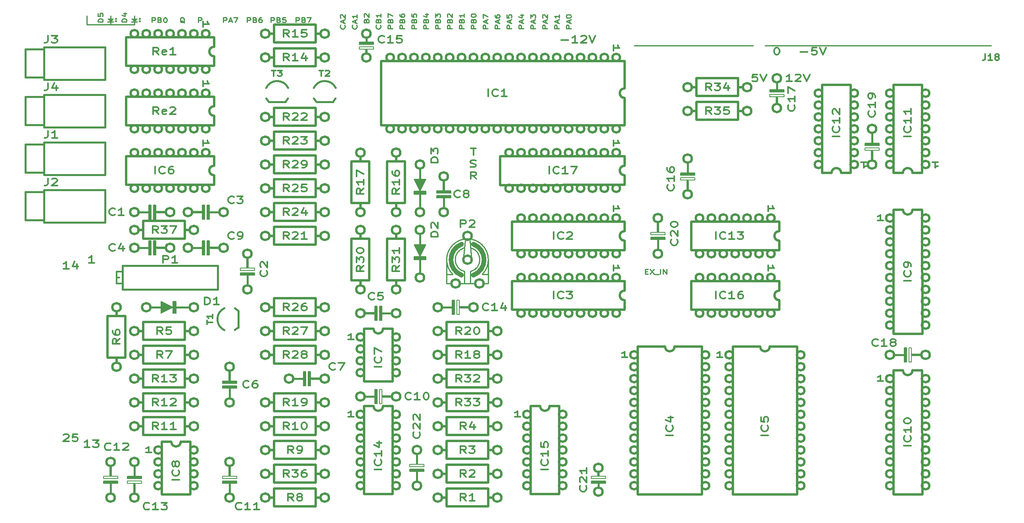
<source format=gbr>
G04 #@! TF.GenerationSoftware,KiCad,Pcbnew,8.0.2*
G04 #@! TF.CreationDate,2024-11-11T11:32:27+01:00*
G04 #@! TF.ProjectId,junior-interface,6a756e69-6f72-42d6-996e-746572666163,rev?*
G04 #@! TF.SameCoordinates,Original*
G04 #@! TF.FileFunction,Legend,Top*
G04 #@! TF.FilePolarity,Positive*
%FSLAX46Y46*%
G04 Gerber Fmt 4.6, Leading zero omitted, Abs format (unit mm)*
G04 Created by KiCad (PCBNEW 8.0.2) date 2024-11-11 11:32:27*
%MOMM*%
%LPD*%
G01*
G04 APERTURE LIST*
%ADD10C,0.150000*%
%ADD11C,0.120000*%
%ADD12C,0.250000*%
%ADD13C,0.375000*%
%ADD14C,0.325000*%
%ADD15C,0.300000*%
%ADD16C,0.500000*%
%ADD17C,0.400000*%
%ADD18C,0.600000*%
%ADD19C,0.800000*%
%ADD20C,1.000000*%
%ADD21C,0.550000*%
%ADD22C,0.100000*%
G04 APERTURE END LIST*
D10*
X56896000Y-44450000D02*
X57150000Y-44196000D01*
X61976000Y-44450000D02*
X62230000Y-44196000D01*
D11*
X60960000Y-44450000D02*
X60325000Y-43815000D01*
X61595000Y-43815000D01*
X60960000Y-44450000D01*
G36*
X60960000Y-44450000D02*
G01*
X60325000Y-43815000D01*
X61595000Y-43815000D01*
X60960000Y-44450000D01*
G37*
D10*
X62230000Y-43688000D02*
X61976000Y-43688000D01*
X56896000Y-43942000D02*
X57150000Y-43688000D01*
D12*
X55880000Y-43180000D02*
X55880000Y-45085000D01*
D10*
X57150000Y-43688000D02*
X57150000Y-43942000D01*
D12*
X195580000Y-49530000D02*
X243840000Y-49530000D01*
X167640000Y-49530000D02*
X193040000Y-49530000D01*
D10*
X57150000Y-43688000D02*
X56896000Y-43688000D01*
X62230000Y-43688000D02*
X62230000Y-43942000D01*
D12*
X60960000Y-43180000D02*
X60960000Y-43815000D01*
X50800000Y-45085000D02*
X50800000Y-43180000D01*
D10*
X62230000Y-44196000D02*
X61976000Y-44196000D01*
D12*
X60960000Y-44450000D02*
X60960000Y-45085000D01*
D10*
X57150000Y-44196000D02*
X56896000Y-44196000D01*
X61976000Y-43942000D02*
X62230000Y-43688000D01*
D12*
X60325000Y-44450000D02*
X61595000Y-44450000D01*
D10*
X57150000Y-44196000D02*
X57150000Y-44450000D01*
D11*
X55880000Y-44450000D02*
X55245000Y-43815000D01*
X56515000Y-43815000D01*
X55880000Y-44450000D01*
G36*
X55880000Y-44450000D02*
G01*
X55245000Y-43815000D01*
X56515000Y-43815000D01*
X55880000Y-44450000D01*
G37*
D12*
X55245000Y-44450000D02*
X56515000Y-44450000D01*
X60960000Y-45085000D02*
X50800000Y-45085000D01*
D10*
X62230000Y-44196000D02*
X62230000Y-44450000D01*
D13*
X45847190Y-132667285D02*
X45942428Y-132595857D01*
X45942428Y-132595857D02*
X46132904Y-132524428D01*
X46132904Y-132524428D02*
X46609095Y-132524428D01*
X46609095Y-132524428D02*
X46799571Y-132595857D01*
X46799571Y-132595857D02*
X46894809Y-132667285D01*
X46894809Y-132667285D02*
X46990047Y-132810142D01*
X46990047Y-132810142D02*
X46990047Y-132953000D01*
X46990047Y-132953000D02*
X46894809Y-133167285D01*
X46894809Y-133167285D02*
X45751952Y-134024428D01*
X45751952Y-134024428D02*
X46990047Y-134024428D01*
X48799571Y-132524428D02*
X47847190Y-132524428D01*
X47847190Y-132524428D02*
X47751952Y-133238714D01*
X47751952Y-133238714D02*
X47847190Y-133167285D01*
X47847190Y-133167285D02*
X48037666Y-133095857D01*
X48037666Y-133095857D02*
X48513857Y-133095857D01*
X48513857Y-133095857D02*
X48704333Y-133167285D01*
X48704333Y-133167285D02*
X48799571Y-133238714D01*
X48799571Y-133238714D02*
X48894809Y-133381571D01*
X48894809Y-133381571D02*
X48894809Y-133738714D01*
X48894809Y-133738714D02*
X48799571Y-133881571D01*
X48799571Y-133881571D02*
X48704333Y-133953000D01*
X48704333Y-133953000D02*
X48513857Y-134024428D01*
X48513857Y-134024428D02*
X48037666Y-134024428D01*
X48037666Y-134024428D02*
X47847190Y-133953000D01*
X47847190Y-133953000D02*
X47751952Y-133881571D01*
D12*
X71653425Y-44663857D02*
X71534377Y-44616238D01*
X71534377Y-44616238D02*
X71415330Y-44521000D01*
X71415330Y-44521000D02*
X71236758Y-44378142D01*
X71236758Y-44378142D02*
X71117711Y-44330523D01*
X71117711Y-44330523D02*
X70998663Y-44330523D01*
X71058187Y-44568619D02*
X70939139Y-44521000D01*
X70939139Y-44521000D02*
X70820092Y-44425761D01*
X70820092Y-44425761D02*
X70760568Y-44235285D01*
X70760568Y-44235285D02*
X70760568Y-43901952D01*
X70760568Y-43901952D02*
X70820092Y-43711476D01*
X70820092Y-43711476D02*
X70939139Y-43616238D01*
X70939139Y-43616238D02*
X71058187Y-43568619D01*
X71058187Y-43568619D02*
X71296282Y-43568619D01*
X71296282Y-43568619D02*
X71415330Y-43616238D01*
X71415330Y-43616238D02*
X71534377Y-43711476D01*
X71534377Y-43711476D02*
X71593901Y-43901952D01*
X71593901Y-43901952D02*
X71593901Y-44235285D01*
X71593901Y-44235285D02*
X71534377Y-44425761D01*
X71534377Y-44425761D02*
X71415330Y-44521000D01*
X71415330Y-44521000D02*
X71296282Y-44568619D01*
X71296282Y-44568619D02*
X71058187Y-44568619D01*
X133849619Y-45892907D02*
X132849619Y-45892907D01*
X132849619Y-45892907D02*
X132849619Y-45416717D01*
X132849619Y-45416717D02*
X132897238Y-45297669D01*
X132897238Y-45297669D02*
X132944857Y-45238146D01*
X132944857Y-45238146D02*
X133040095Y-45178622D01*
X133040095Y-45178622D02*
X133182952Y-45178622D01*
X133182952Y-45178622D02*
X133278190Y-45238146D01*
X133278190Y-45238146D02*
X133325809Y-45297669D01*
X133325809Y-45297669D02*
X133373428Y-45416717D01*
X133373428Y-45416717D02*
X133373428Y-45892907D01*
X133325809Y-44226241D02*
X133373428Y-44047669D01*
X133373428Y-44047669D02*
X133421047Y-43988146D01*
X133421047Y-43988146D02*
X133516285Y-43928622D01*
X133516285Y-43928622D02*
X133659142Y-43928622D01*
X133659142Y-43928622D02*
X133754380Y-43988146D01*
X133754380Y-43988146D02*
X133802000Y-44047669D01*
X133802000Y-44047669D02*
X133849619Y-44166717D01*
X133849619Y-44166717D02*
X133849619Y-44642907D01*
X133849619Y-44642907D02*
X132849619Y-44642907D01*
X132849619Y-44642907D02*
X132849619Y-44226241D01*
X132849619Y-44226241D02*
X132897238Y-44107193D01*
X132897238Y-44107193D02*
X132944857Y-44047669D01*
X132944857Y-44047669D02*
X133040095Y-43988146D01*
X133040095Y-43988146D02*
X133135333Y-43988146D01*
X133135333Y-43988146D02*
X133230571Y-44047669D01*
X133230571Y-44047669D02*
X133278190Y-44107193D01*
X133278190Y-44107193D02*
X133325809Y-44226241D01*
X133325809Y-44226241D02*
X133325809Y-44642907D01*
X132849619Y-43154812D02*
X132849619Y-43035765D01*
X132849619Y-43035765D02*
X132897238Y-42916717D01*
X132897238Y-42916717D02*
X132944857Y-42857193D01*
X132944857Y-42857193D02*
X133040095Y-42797669D01*
X133040095Y-42797669D02*
X133230571Y-42738146D01*
X133230571Y-42738146D02*
X133468666Y-42738146D01*
X133468666Y-42738146D02*
X133659142Y-42797669D01*
X133659142Y-42797669D02*
X133754380Y-42857193D01*
X133754380Y-42857193D02*
X133802000Y-42916717D01*
X133802000Y-42916717D02*
X133849619Y-43035765D01*
X133849619Y-43035765D02*
X133849619Y-43154812D01*
X133849619Y-43154812D02*
X133802000Y-43273860D01*
X133802000Y-43273860D02*
X133754380Y-43333384D01*
X133754380Y-43333384D02*
X133659142Y-43392907D01*
X133659142Y-43392907D02*
X133468666Y-43452431D01*
X133468666Y-43452431D02*
X133230571Y-43452431D01*
X133230571Y-43452431D02*
X133040095Y-43392907D01*
X133040095Y-43392907D02*
X132944857Y-43333384D01*
X132944857Y-43333384D02*
X132897238Y-43273860D01*
X132897238Y-43273860D02*
X132849619Y-43154812D01*
X74630092Y-44568619D02*
X74630092Y-43568619D01*
X74630092Y-43568619D02*
X75106282Y-43568619D01*
X75106282Y-43568619D02*
X75225330Y-43616238D01*
X75225330Y-43616238D02*
X75284853Y-43663857D01*
X75284853Y-43663857D02*
X75344377Y-43759095D01*
X75344377Y-43759095D02*
X75344377Y-43901952D01*
X75344377Y-43901952D02*
X75284853Y-43997190D01*
X75284853Y-43997190D02*
X75225330Y-44044809D01*
X75225330Y-44044809D02*
X75106282Y-44092428D01*
X75106282Y-44092428D02*
X74630092Y-44092428D01*
X151629619Y-45892907D02*
X150629619Y-45892907D01*
X150629619Y-45892907D02*
X150629619Y-45416717D01*
X150629619Y-45416717D02*
X150677238Y-45297669D01*
X150677238Y-45297669D02*
X150724857Y-45238146D01*
X150724857Y-45238146D02*
X150820095Y-45178622D01*
X150820095Y-45178622D02*
X150962952Y-45178622D01*
X150962952Y-45178622D02*
X151058190Y-45238146D01*
X151058190Y-45238146D02*
X151105809Y-45297669D01*
X151105809Y-45297669D02*
X151153428Y-45416717D01*
X151153428Y-45416717D02*
X151153428Y-45892907D01*
X151343904Y-44702431D02*
X151343904Y-44107193D01*
X151629619Y-44821479D02*
X150629619Y-44404812D01*
X150629619Y-44404812D02*
X151629619Y-43988146D01*
X151629619Y-42916717D02*
X151629619Y-43631002D01*
X151629619Y-43273859D02*
X150629619Y-43273859D01*
X150629619Y-43273859D02*
X150772476Y-43392907D01*
X150772476Y-43392907D02*
X150867714Y-43511955D01*
X150867714Y-43511955D02*
X150915333Y-43631002D01*
X64724092Y-44568619D02*
X64724092Y-43568619D01*
X64724092Y-43568619D02*
X65200282Y-43568619D01*
X65200282Y-43568619D02*
X65319330Y-43616238D01*
X65319330Y-43616238D02*
X65378853Y-43663857D01*
X65378853Y-43663857D02*
X65438377Y-43759095D01*
X65438377Y-43759095D02*
X65438377Y-43901952D01*
X65438377Y-43901952D02*
X65378853Y-43997190D01*
X65378853Y-43997190D02*
X65319330Y-44044809D01*
X65319330Y-44044809D02*
X65200282Y-44092428D01*
X65200282Y-44092428D02*
X64724092Y-44092428D01*
X66390758Y-44044809D02*
X66569330Y-44092428D01*
X66569330Y-44092428D02*
X66628853Y-44140047D01*
X66628853Y-44140047D02*
X66688377Y-44235285D01*
X66688377Y-44235285D02*
X66688377Y-44378142D01*
X66688377Y-44378142D02*
X66628853Y-44473380D01*
X66628853Y-44473380D02*
X66569330Y-44521000D01*
X66569330Y-44521000D02*
X66450282Y-44568619D01*
X66450282Y-44568619D02*
X65974092Y-44568619D01*
X65974092Y-44568619D02*
X65974092Y-43568619D01*
X65974092Y-43568619D02*
X66390758Y-43568619D01*
X66390758Y-43568619D02*
X66509806Y-43616238D01*
X66509806Y-43616238D02*
X66569330Y-43663857D01*
X66569330Y-43663857D02*
X66628853Y-43759095D01*
X66628853Y-43759095D02*
X66628853Y-43854333D01*
X66628853Y-43854333D02*
X66569330Y-43949571D01*
X66569330Y-43949571D02*
X66509806Y-43997190D01*
X66509806Y-43997190D02*
X66390758Y-44044809D01*
X66390758Y-44044809D02*
X65974092Y-44044809D01*
X67462187Y-43568619D02*
X67581234Y-43568619D01*
X67581234Y-43568619D02*
X67700282Y-43616238D01*
X67700282Y-43616238D02*
X67759806Y-43663857D01*
X67759806Y-43663857D02*
X67819330Y-43759095D01*
X67819330Y-43759095D02*
X67878853Y-43949571D01*
X67878853Y-43949571D02*
X67878853Y-44187666D01*
X67878853Y-44187666D02*
X67819330Y-44378142D01*
X67819330Y-44378142D02*
X67759806Y-44473380D01*
X67759806Y-44473380D02*
X67700282Y-44521000D01*
X67700282Y-44521000D02*
X67581234Y-44568619D01*
X67581234Y-44568619D02*
X67462187Y-44568619D01*
X67462187Y-44568619D02*
X67343139Y-44521000D01*
X67343139Y-44521000D02*
X67283615Y-44473380D01*
X67283615Y-44473380D02*
X67224092Y-44378142D01*
X67224092Y-44378142D02*
X67164568Y-44187666D01*
X67164568Y-44187666D02*
X67164568Y-43949571D01*
X67164568Y-43949571D02*
X67224092Y-43759095D01*
X67224092Y-43759095D02*
X67283615Y-43663857D01*
X67283615Y-43663857D02*
X67343139Y-43616238D01*
X67343139Y-43616238D02*
X67462187Y-43568619D01*
D13*
X201326904Y-57189428D02*
X200184047Y-57189428D01*
X200755475Y-57189428D02*
X200755475Y-55689428D01*
X200755475Y-55689428D02*
X200564999Y-55903714D01*
X200564999Y-55903714D02*
X200374523Y-56046571D01*
X200374523Y-56046571D02*
X200184047Y-56118000D01*
X202088809Y-55832285D02*
X202184047Y-55760857D01*
X202184047Y-55760857D02*
X202374523Y-55689428D01*
X202374523Y-55689428D02*
X202850714Y-55689428D01*
X202850714Y-55689428D02*
X203041190Y-55760857D01*
X203041190Y-55760857D02*
X203136428Y-55832285D01*
X203136428Y-55832285D02*
X203231666Y-55975142D01*
X203231666Y-55975142D02*
X203231666Y-56118000D01*
X203231666Y-56118000D02*
X203136428Y-56332285D01*
X203136428Y-56332285D02*
X201993571Y-57189428D01*
X201993571Y-57189428D02*
X203231666Y-57189428D01*
X203803095Y-55689428D02*
X204469761Y-57189428D01*
X204469761Y-57189428D02*
X205136428Y-55689428D01*
X46990047Y-97194428D02*
X45847190Y-97194428D01*
X46418618Y-97194428D02*
X46418618Y-95694428D01*
X46418618Y-95694428D02*
X46228142Y-95908714D01*
X46228142Y-95908714D02*
X46037666Y-96051571D01*
X46037666Y-96051571D02*
X45847190Y-96123000D01*
X48704333Y-96194428D02*
X48704333Y-97194428D01*
X48228142Y-95623000D02*
X47751952Y-96694428D01*
X47751952Y-96694428D02*
X48990047Y-96694428D01*
D12*
X113434380Y-45178622D02*
X113482000Y-45238146D01*
X113482000Y-45238146D02*
X113529619Y-45416717D01*
X113529619Y-45416717D02*
X113529619Y-45535765D01*
X113529619Y-45535765D02*
X113482000Y-45714336D01*
X113482000Y-45714336D02*
X113386761Y-45833384D01*
X113386761Y-45833384D02*
X113291523Y-45892907D01*
X113291523Y-45892907D02*
X113101047Y-45952431D01*
X113101047Y-45952431D02*
X112958190Y-45952431D01*
X112958190Y-45952431D02*
X112767714Y-45892907D01*
X112767714Y-45892907D02*
X112672476Y-45833384D01*
X112672476Y-45833384D02*
X112577238Y-45714336D01*
X112577238Y-45714336D02*
X112529619Y-45535765D01*
X112529619Y-45535765D02*
X112529619Y-45416717D01*
X112529619Y-45416717D02*
X112577238Y-45238146D01*
X112577238Y-45238146D02*
X112624857Y-45178622D01*
X113005809Y-44226241D02*
X113053428Y-44047669D01*
X113053428Y-44047669D02*
X113101047Y-43988146D01*
X113101047Y-43988146D02*
X113196285Y-43928622D01*
X113196285Y-43928622D02*
X113339142Y-43928622D01*
X113339142Y-43928622D02*
X113434380Y-43988146D01*
X113434380Y-43988146D02*
X113482000Y-44047669D01*
X113482000Y-44047669D02*
X113529619Y-44166717D01*
X113529619Y-44166717D02*
X113529619Y-44642907D01*
X113529619Y-44642907D02*
X112529619Y-44642907D01*
X112529619Y-44642907D02*
X112529619Y-44226241D01*
X112529619Y-44226241D02*
X112577238Y-44107193D01*
X112577238Y-44107193D02*
X112624857Y-44047669D01*
X112624857Y-44047669D02*
X112720095Y-43988146D01*
X112720095Y-43988146D02*
X112815333Y-43988146D01*
X112815333Y-43988146D02*
X112910571Y-44047669D01*
X112910571Y-44047669D02*
X112958190Y-44107193D01*
X112958190Y-44107193D02*
X113005809Y-44226241D01*
X113005809Y-44226241D02*
X113005809Y-44642907D01*
X113529619Y-42738146D02*
X113529619Y-43452431D01*
X113529619Y-43095288D02*
X112529619Y-43095288D01*
X112529619Y-43095288D02*
X112672476Y-43214336D01*
X112672476Y-43214336D02*
X112767714Y-43333384D01*
X112767714Y-43333384D02*
X112815333Y-43452431D01*
X85044092Y-44568619D02*
X85044092Y-43568619D01*
X85044092Y-43568619D02*
X85520282Y-43568619D01*
X85520282Y-43568619D02*
X85639330Y-43616238D01*
X85639330Y-43616238D02*
X85698853Y-43663857D01*
X85698853Y-43663857D02*
X85758377Y-43759095D01*
X85758377Y-43759095D02*
X85758377Y-43901952D01*
X85758377Y-43901952D02*
X85698853Y-43997190D01*
X85698853Y-43997190D02*
X85639330Y-44044809D01*
X85639330Y-44044809D02*
X85520282Y-44092428D01*
X85520282Y-44092428D02*
X85044092Y-44092428D01*
X86710758Y-44044809D02*
X86889330Y-44092428D01*
X86889330Y-44092428D02*
X86948853Y-44140047D01*
X86948853Y-44140047D02*
X87008377Y-44235285D01*
X87008377Y-44235285D02*
X87008377Y-44378142D01*
X87008377Y-44378142D02*
X86948853Y-44473380D01*
X86948853Y-44473380D02*
X86889330Y-44521000D01*
X86889330Y-44521000D02*
X86770282Y-44568619D01*
X86770282Y-44568619D02*
X86294092Y-44568619D01*
X86294092Y-44568619D02*
X86294092Y-43568619D01*
X86294092Y-43568619D02*
X86710758Y-43568619D01*
X86710758Y-43568619D02*
X86829806Y-43616238D01*
X86829806Y-43616238D02*
X86889330Y-43663857D01*
X86889330Y-43663857D02*
X86948853Y-43759095D01*
X86948853Y-43759095D02*
X86948853Y-43854333D01*
X86948853Y-43854333D02*
X86889330Y-43949571D01*
X86889330Y-43949571D02*
X86829806Y-43997190D01*
X86829806Y-43997190D02*
X86710758Y-44044809D01*
X86710758Y-44044809D02*
X86294092Y-44044809D01*
X88079806Y-43568619D02*
X87841711Y-43568619D01*
X87841711Y-43568619D02*
X87722663Y-43616238D01*
X87722663Y-43616238D02*
X87663139Y-43663857D01*
X87663139Y-43663857D02*
X87544092Y-43806714D01*
X87544092Y-43806714D02*
X87484568Y-43997190D01*
X87484568Y-43997190D02*
X87484568Y-44378142D01*
X87484568Y-44378142D02*
X87544092Y-44473380D01*
X87544092Y-44473380D02*
X87603615Y-44521000D01*
X87603615Y-44521000D02*
X87722663Y-44568619D01*
X87722663Y-44568619D02*
X87960758Y-44568619D01*
X87960758Y-44568619D02*
X88079806Y-44521000D01*
X88079806Y-44521000D02*
X88139330Y-44473380D01*
X88139330Y-44473380D02*
X88198853Y-44378142D01*
X88198853Y-44378142D02*
X88198853Y-44140047D01*
X88198853Y-44140047D02*
X88139330Y-44044809D01*
X88139330Y-44044809D02*
X88079806Y-43997190D01*
X88079806Y-43997190D02*
X87960758Y-43949571D01*
X87960758Y-43949571D02*
X87722663Y-43949571D01*
X87722663Y-43949571D02*
X87603615Y-43997190D01*
X87603615Y-43997190D02*
X87544092Y-44044809D01*
X87544092Y-44044809D02*
X87484568Y-44140047D01*
X136389619Y-45892907D02*
X135389619Y-45892907D01*
X135389619Y-45892907D02*
X135389619Y-45416717D01*
X135389619Y-45416717D02*
X135437238Y-45297669D01*
X135437238Y-45297669D02*
X135484857Y-45238146D01*
X135484857Y-45238146D02*
X135580095Y-45178622D01*
X135580095Y-45178622D02*
X135722952Y-45178622D01*
X135722952Y-45178622D02*
X135818190Y-45238146D01*
X135818190Y-45238146D02*
X135865809Y-45297669D01*
X135865809Y-45297669D02*
X135913428Y-45416717D01*
X135913428Y-45416717D02*
X135913428Y-45892907D01*
X136103904Y-44702431D02*
X136103904Y-44107193D01*
X136389619Y-44821479D02*
X135389619Y-44404812D01*
X135389619Y-44404812D02*
X136389619Y-43988146D01*
X135389619Y-43690526D02*
X135389619Y-42857193D01*
X135389619Y-42857193D02*
X136389619Y-43392907D01*
D13*
X132707662Y-75417500D02*
X132993376Y-75488928D01*
X132993376Y-75488928D02*
X133469567Y-75488928D01*
X133469567Y-75488928D02*
X133660043Y-75417500D01*
X133660043Y-75417500D02*
X133755281Y-75346071D01*
X133755281Y-75346071D02*
X133850519Y-75203214D01*
X133850519Y-75203214D02*
X133850519Y-75060357D01*
X133850519Y-75060357D02*
X133755281Y-74917500D01*
X133755281Y-74917500D02*
X133660043Y-74846071D01*
X133660043Y-74846071D02*
X133469567Y-74774642D01*
X133469567Y-74774642D02*
X133088614Y-74703214D01*
X133088614Y-74703214D02*
X132898138Y-74631785D01*
X132898138Y-74631785D02*
X132802900Y-74560357D01*
X132802900Y-74560357D02*
X132707662Y-74417500D01*
X132707662Y-74417500D02*
X132707662Y-74274642D01*
X132707662Y-74274642D02*
X132802900Y-74131785D01*
X132802900Y-74131785D02*
X132898138Y-74060357D01*
X132898138Y-74060357D02*
X133088614Y-73988928D01*
X133088614Y-73988928D02*
X133564805Y-73988928D01*
X133564805Y-73988928D02*
X133850519Y-74060357D01*
X198024761Y-49974428D02*
X198215238Y-49974428D01*
X198215238Y-49974428D02*
X198405714Y-50045857D01*
X198405714Y-50045857D02*
X198500952Y-50117285D01*
X198500952Y-50117285D02*
X198596190Y-50260142D01*
X198596190Y-50260142D02*
X198691428Y-50545857D01*
X198691428Y-50545857D02*
X198691428Y-50903000D01*
X198691428Y-50903000D02*
X198596190Y-51188714D01*
X198596190Y-51188714D02*
X198500952Y-51331571D01*
X198500952Y-51331571D02*
X198405714Y-51403000D01*
X198405714Y-51403000D02*
X198215238Y-51474428D01*
X198215238Y-51474428D02*
X198024761Y-51474428D01*
X198024761Y-51474428D02*
X197834285Y-51403000D01*
X197834285Y-51403000D02*
X197739047Y-51331571D01*
X197739047Y-51331571D02*
X197643809Y-51188714D01*
X197643809Y-51188714D02*
X197548571Y-50903000D01*
X197548571Y-50903000D02*
X197548571Y-50545857D01*
X197548571Y-50545857D02*
X197643809Y-50260142D01*
X197643809Y-50260142D02*
X197739047Y-50117285D01*
X197739047Y-50117285D02*
X197834285Y-50045857D01*
X197834285Y-50045857D02*
X198024761Y-49974428D01*
X203168571Y-50903000D02*
X204692381Y-50903000D01*
X206597142Y-49974428D02*
X205644761Y-49974428D01*
X205644761Y-49974428D02*
X205549523Y-50688714D01*
X205549523Y-50688714D02*
X205644761Y-50617285D01*
X205644761Y-50617285D02*
X205835237Y-50545857D01*
X205835237Y-50545857D02*
X206311428Y-50545857D01*
X206311428Y-50545857D02*
X206501904Y-50617285D01*
X206501904Y-50617285D02*
X206597142Y-50688714D01*
X206597142Y-50688714D02*
X206692380Y-50831571D01*
X206692380Y-50831571D02*
X206692380Y-51188714D01*
X206692380Y-51188714D02*
X206597142Y-51331571D01*
X206597142Y-51331571D02*
X206501904Y-51403000D01*
X206501904Y-51403000D02*
X206311428Y-51474428D01*
X206311428Y-51474428D02*
X205835237Y-51474428D01*
X205835237Y-51474428D02*
X205644761Y-51403000D01*
X205644761Y-51403000D02*
X205549523Y-51331571D01*
X207263809Y-49974428D02*
X207930475Y-51474428D01*
X207930475Y-51474428D02*
X208597142Y-49974428D01*
D12*
X128769619Y-45892907D02*
X127769619Y-45892907D01*
X127769619Y-45892907D02*
X127769619Y-45416717D01*
X127769619Y-45416717D02*
X127817238Y-45297669D01*
X127817238Y-45297669D02*
X127864857Y-45238146D01*
X127864857Y-45238146D02*
X127960095Y-45178622D01*
X127960095Y-45178622D02*
X128102952Y-45178622D01*
X128102952Y-45178622D02*
X128198190Y-45238146D01*
X128198190Y-45238146D02*
X128245809Y-45297669D01*
X128245809Y-45297669D02*
X128293428Y-45416717D01*
X128293428Y-45416717D02*
X128293428Y-45892907D01*
X128245809Y-44226241D02*
X128293428Y-44047669D01*
X128293428Y-44047669D02*
X128341047Y-43988146D01*
X128341047Y-43988146D02*
X128436285Y-43928622D01*
X128436285Y-43928622D02*
X128579142Y-43928622D01*
X128579142Y-43928622D02*
X128674380Y-43988146D01*
X128674380Y-43988146D02*
X128722000Y-44047669D01*
X128722000Y-44047669D02*
X128769619Y-44166717D01*
X128769619Y-44166717D02*
X128769619Y-44642907D01*
X128769619Y-44642907D02*
X127769619Y-44642907D01*
X127769619Y-44642907D02*
X127769619Y-44226241D01*
X127769619Y-44226241D02*
X127817238Y-44107193D01*
X127817238Y-44107193D02*
X127864857Y-44047669D01*
X127864857Y-44047669D02*
X127960095Y-43988146D01*
X127960095Y-43988146D02*
X128055333Y-43988146D01*
X128055333Y-43988146D02*
X128150571Y-44047669D01*
X128150571Y-44047669D02*
X128198190Y-44107193D01*
X128198190Y-44107193D02*
X128245809Y-44226241D01*
X128245809Y-44226241D02*
X128245809Y-44642907D01*
X127864857Y-43452431D02*
X127817238Y-43392907D01*
X127817238Y-43392907D02*
X127769619Y-43273860D01*
X127769619Y-43273860D02*
X127769619Y-42976241D01*
X127769619Y-42976241D02*
X127817238Y-42857193D01*
X127817238Y-42857193D02*
X127864857Y-42797669D01*
X127864857Y-42797669D02*
X127960095Y-42738146D01*
X127960095Y-42738146D02*
X128055333Y-42738146D01*
X128055333Y-42738146D02*
X128198190Y-42797669D01*
X128198190Y-42797669D02*
X128769619Y-43511955D01*
X128769619Y-43511955D02*
X128769619Y-42738146D01*
X149089619Y-45892907D02*
X148089619Y-45892907D01*
X148089619Y-45892907D02*
X148089619Y-45416717D01*
X148089619Y-45416717D02*
X148137238Y-45297669D01*
X148137238Y-45297669D02*
X148184857Y-45238146D01*
X148184857Y-45238146D02*
X148280095Y-45178622D01*
X148280095Y-45178622D02*
X148422952Y-45178622D01*
X148422952Y-45178622D02*
X148518190Y-45238146D01*
X148518190Y-45238146D02*
X148565809Y-45297669D01*
X148565809Y-45297669D02*
X148613428Y-45416717D01*
X148613428Y-45416717D02*
X148613428Y-45892907D01*
X148803904Y-44702431D02*
X148803904Y-44107193D01*
X149089619Y-44821479D02*
X148089619Y-44404812D01*
X148089619Y-44404812D02*
X149089619Y-43988146D01*
X148184857Y-43631002D02*
X148137238Y-43571478D01*
X148137238Y-43571478D02*
X148089619Y-43452431D01*
X148089619Y-43452431D02*
X148089619Y-43154812D01*
X148089619Y-43154812D02*
X148137238Y-43035764D01*
X148137238Y-43035764D02*
X148184857Y-42976240D01*
X148184857Y-42976240D02*
X148280095Y-42916717D01*
X148280095Y-42916717D02*
X148375333Y-42916717D01*
X148375333Y-42916717D02*
X148518190Y-42976240D01*
X148518190Y-42976240D02*
X149089619Y-43690526D01*
X149089619Y-43690526D02*
X149089619Y-42916717D01*
X138929619Y-45892907D02*
X137929619Y-45892907D01*
X137929619Y-45892907D02*
X137929619Y-45416717D01*
X137929619Y-45416717D02*
X137977238Y-45297669D01*
X137977238Y-45297669D02*
X138024857Y-45238146D01*
X138024857Y-45238146D02*
X138120095Y-45178622D01*
X138120095Y-45178622D02*
X138262952Y-45178622D01*
X138262952Y-45178622D02*
X138358190Y-45238146D01*
X138358190Y-45238146D02*
X138405809Y-45297669D01*
X138405809Y-45297669D02*
X138453428Y-45416717D01*
X138453428Y-45416717D02*
X138453428Y-45892907D01*
X138643904Y-44702431D02*
X138643904Y-44107193D01*
X138929619Y-44821479D02*
X137929619Y-44404812D01*
X137929619Y-44404812D02*
X138929619Y-43988146D01*
X137929619Y-43035764D02*
X137929619Y-43273859D01*
X137929619Y-43273859D02*
X137977238Y-43392907D01*
X137977238Y-43392907D02*
X138024857Y-43452431D01*
X138024857Y-43452431D02*
X138167714Y-43571478D01*
X138167714Y-43571478D02*
X138358190Y-43631002D01*
X138358190Y-43631002D02*
X138739142Y-43631002D01*
X138739142Y-43631002D02*
X138834380Y-43571478D01*
X138834380Y-43571478D02*
X138882000Y-43511955D01*
X138882000Y-43511955D02*
X138929619Y-43392907D01*
X138929619Y-43392907D02*
X138929619Y-43154812D01*
X138929619Y-43154812D02*
X138882000Y-43035764D01*
X138882000Y-43035764D02*
X138834380Y-42976240D01*
X138834380Y-42976240D02*
X138739142Y-42916717D01*
X138739142Y-42916717D02*
X138501047Y-42916717D01*
X138501047Y-42916717D02*
X138405809Y-42976240D01*
X138405809Y-42976240D02*
X138358190Y-43035764D01*
X138358190Y-43035764D02*
X138310571Y-43154812D01*
X138310571Y-43154812D02*
X138310571Y-43392907D01*
X138310571Y-43392907D02*
X138358190Y-43511955D01*
X138358190Y-43511955D02*
X138405809Y-43571478D01*
X138405809Y-43571478D02*
X138501047Y-43631002D01*
D13*
X133945757Y-78028928D02*
X133279090Y-77314642D01*
X132802900Y-78028928D02*
X132802900Y-76528928D01*
X132802900Y-76528928D02*
X133564805Y-76528928D01*
X133564805Y-76528928D02*
X133755281Y-76600357D01*
X133755281Y-76600357D02*
X133850519Y-76671785D01*
X133850519Y-76671785D02*
X133945757Y-76814642D01*
X133945757Y-76814642D02*
X133945757Y-77028928D01*
X133945757Y-77028928D02*
X133850519Y-77171785D01*
X133850519Y-77171785D02*
X133755281Y-77243214D01*
X133755281Y-77243214D02*
X133564805Y-77314642D01*
X133564805Y-77314642D02*
X132802900Y-77314642D01*
D12*
X126229619Y-45892907D02*
X125229619Y-45892907D01*
X125229619Y-45892907D02*
X125229619Y-45416717D01*
X125229619Y-45416717D02*
X125277238Y-45297669D01*
X125277238Y-45297669D02*
X125324857Y-45238146D01*
X125324857Y-45238146D02*
X125420095Y-45178622D01*
X125420095Y-45178622D02*
X125562952Y-45178622D01*
X125562952Y-45178622D02*
X125658190Y-45238146D01*
X125658190Y-45238146D02*
X125705809Y-45297669D01*
X125705809Y-45297669D02*
X125753428Y-45416717D01*
X125753428Y-45416717D02*
X125753428Y-45892907D01*
X125705809Y-44226241D02*
X125753428Y-44047669D01*
X125753428Y-44047669D02*
X125801047Y-43988146D01*
X125801047Y-43988146D02*
X125896285Y-43928622D01*
X125896285Y-43928622D02*
X126039142Y-43928622D01*
X126039142Y-43928622D02*
X126134380Y-43988146D01*
X126134380Y-43988146D02*
X126182000Y-44047669D01*
X126182000Y-44047669D02*
X126229619Y-44166717D01*
X126229619Y-44166717D02*
X126229619Y-44642907D01*
X126229619Y-44642907D02*
X125229619Y-44642907D01*
X125229619Y-44642907D02*
X125229619Y-44226241D01*
X125229619Y-44226241D02*
X125277238Y-44107193D01*
X125277238Y-44107193D02*
X125324857Y-44047669D01*
X125324857Y-44047669D02*
X125420095Y-43988146D01*
X125420095Y-43988146D02*
X125515333Y-43988146D01*
X125515333Y-43988146D02*
X125610571Y-44047669D01*
X125610571Y-44047669D02*
X125658190Y-44107193D01*
X125658190Y-44107193D02*
X125705809Y-44226241D01*
X125705809Y-44226241D02*
X125705809Y-44642907D01*
X125229619Y-43511955D02*
X125229619Y-42738146D01*
X125229619Y-42738146D02*
X125610571Y-43154812D01*
X125610571Y-43154812D02*
X125610571Y-42976241D01*
X125610571Y-42976241D02*
X125658190Y-42857193D01*
X125658190Y-42857193D02*
X125705809Y-42797669D01*
X125705809Y-42797669D02*
X125801047Y-42738146D01*
X125801047Y-42738146D02*
X126039142Y-42738146D01*
X126039142Y-42738146D02*
X126134380Y-42797669D01*
X126134380Y-42797669D02*
X126182000Y-42857193D01*
X126182000Y-42857193D02*
X126229619Y-42976241D01*
X126229619Y-42976241D02*
X126229619Y-43333384D01*
X126229619Y-43333384D02*
X126182000Y-43452431D01*
X126182000Y-43452431D02*
X126134380Y-43511955D01*
X146549619Y-45892907D02*
X145549619Y-45892907D01*
X145549619Y-45892907D02*
X145549619Y-45416717D01*
X145549619Y-45416717D02*
X145597238Y-45297669D01*
X145597238Y-45297669D02*
X145644857Y-45238146D01*
X145644857Y-45238146D02*
X145740095Y-45178622D01*
X145740095Y-45178622D02*
X145882952Y-45178622D01*
X145882952Y-45178622D02*
X145978190Y-45238146D01*
X145978190Y-45238146D02*
X146025809Y-45297669D01*
X146025809Y-45297669D02*
X146073428Y-45416717D01*
X146073428Y-45416717D02*
X146073428Y-45892907D01*
X146263904Y-44702431D02*
X146263904Y-44107193D01*
X146549619Y-44821479D02*
X145549619Y-44404812D01*
X145549619Y-44404812D02*
X146549619Y-43988146D01*
X145549619Y-43690526D02*
X145549619Y-42916717D01*
X145549619Y-42916717D02*
X145930571Y-43333383D01*
X145930571Y-43333383D02*
X145930571Y-43154812D01*
X145930571Y-43154812D02*
X145978190Y-43035764D01*
X145978190Y-43035764D02*
X146025809Y-42976240D01*
X146025809Y-42976240D02*
X146121047Y-42916717D01*
X146121047Y-42916717D02*
X146359142Y-42916717D01*
X146359142Y-42916717D02*
X146454380Y-42976240D01*
X146454380Y-42976240D02*
X146502000Y-43035764D01*
X146502000Y-43035764D02*
X146549619Y-43154812D01*
X146549619Y-43154812D02*
X146549619Y-43511955D01*
X146549619Y-43511955D02*
X146502000Y-43631002D01*
X146502000Y-43631002D02*
X146454380Y-43690526D01*
X54220619Y-44495907D02*
X53220619Y-44495907D01*
X53220619Y-44495907D02*
X53220619Y-44198288D01*
X53220619Y-44198288D02*
X53268238Y-44019717D01*
X53268238Y-44019717D02*
X53363476Y-43900669D01*
X53363476Y-43900669D02*
X53458714Y-43841146D01*
X53458714Y-43841146D02*
X53649190Y-43781622D01*
X53649190Y-43781622D02*
X53792047Y-43781622D01*
X53792047Y-43781622D02*
X53982523Y-43841146D01*
X53982523Y-43841146D02*
X54077761Y-43900669D01*
X54077761Y-43900669D02*
X54173000Y-44019717D01*
X54173000Y-44019717D02*
X54220619Y-44198288D01*
X54220619Y-44198288D02*
X54220619Y-44495907D01*
X53220619Y-42650669D02*
X53220619Y-43245907D01*
X53220619Y-43245907D02*
X53696809Y-43305431D01*
X53696809Y-43305431D02*
X53649190Y-43245907D01*
X53649190Y-43245907D02*
X53601571Y-43126860D01*
X53601571Y-43126860D02*
X53601571Y-42829241D01*
X53601571Y-42829241D02*
X53649190Y-42710193D01*
X53649190Y-42710193D02*
X53696809Y-42650669D01*
X53696809Y-42650669D02*
X53792047Y-42591146D01*
X53792047Y-42591146D02*
X54030142Y-42591146D01*
X54030142Y-42591146D02*
X54125380Y-42650669D01*
X54125380Y-42650669D02*
X54173000Y-42710193D01*
X54173000Y-42710193D02*
X54220619Y-42829241D01*
X54220619Y-42829241D02*
X54220619Y-43126860D01*
X54220619Y-43126860D02*
X54173000Y-43245907D01*
X54173000Y-43245907D02*
X54125380Y-43305431D01*
X131309619Y-45892907D02*
X130309619Y-45892907D01*
X130309619Y-45892907D02*
X130309619Y-45416717D01*
X130309619Y-45416717D02*
X130357238Y-45297669D01*
X130357238Y-45297669D02*
X130404857Y-45238146D01*
X130404857Y-45238146D02*
X130500095Y-45178622D01*
X130500095Y-45178622D02*
X130642952Y-45178622D01*
X130642952Y-45178622D02*
X130738190Y-45238146D01*
X130738190Y-45238146D02*
X130785809Y-45297669D01*
X130785809Y-45297669D02*
X130833428Y-45416717D01*
X130833428Y-45416717D02*
X130833428Y-45892907D01*
X130785809Y-44226241D02*
X130833428Y-44047669D01*
X130833428Y-44047669D02*
X130881047Y-43988146D01*
X130881047Y-43988146D02*
X130976285Y-43928622D01*
X130976285Y-43928622D02*
X131119142Y-43928622D01*
X131119142Y-43928622D02*
X131214380Y-43988146D01*
X131214380Y-43988146D02*
X131262000Y-44047669D01*
X131262000Y-44047669D02*
X131309619Y-44166717D01*
X131309619Y-44166717D02*
X131309619Y-44642907D01*
X131309619Y-44642907D02*
X130309619Y-44642907D01*
X130309619Y-44642907D02*
X130309619Y-44226241D01*
X130309619Y-44226241D02*
X130357238Y-44107193D01*
X130357238Y-44107193D02*
X130404857Y-44047669D01*
X130404857Y-44047669D02*
X130500095Y-43988146D01*
X130500095Y-43988146D02*
X130595333Y-43988146D01*
X130595333Y-43988146D02*
X130690571Y-44047669D01*
X130690571Y-44047669D02*
X130738190Y-44107193D01*
X130738190Y-44107193D02*
X130785809Y-44226241D01*
X130785809Y-44226241D02*
X130785809Y-44642907D01*
X131309619Y-42738146D02*
X131309619Y-43452431D01*
X131309619Y-43095288D02*
X130309619Y-43095288D01*
X130309619Y-43095288D02*
X130452476Y-43214336D01*
X130452476Y-43214336D02*
X130547714Y-43333384D01*
X130547714Y-43333384D02*
X130595333Y-43452431D01*
X141469619Y-45892907D02*
X140469619Y-45892907D01*
X140469619Y-45892907D02*
X140469619Y-45416717D01*
X140469619Y-45416717D02*
X140517238Y-45297669D01*
X140517238Y-45297669D02*
X140564857Y-45238146D01*
X140564857Y-45238146D02*
X140660095Y-45178622D01*
X140660095Y-45178622D02*
X140802952Y-45178622D01*
X140802952Y-45178622D02*
X140898190Y-45238146D01*
X140898190Y-45238146D02*
X140945809Y-45297669D01*
X140945809Y-45297669D02*
X140993428Y-45416717D01*
X140993428Y-45416717D02*
X140993428Y-45892907D01*
X141183904Y-44702431D02*
X141183904Y-44107193D01*
X141469619Y-44821479D02*
X140469619Y-44404812D01*
X140469619Y-44404812D02*
X141469619Y-43988146D01*
X140469619Y-42976240D02*
X140469619Y-43571478D01*
X140469619Y-43571478D02*
X140945809Y-43631002D01*
X140945809Y-43631002D02*
X140898190Y-43571478D01*
X140898190Y-43571478D02*
X140850571Y-43452431D01*
X140850571Y-43452431D02*
X140850571Y-43154812D01*
X140850571Y-43154812D02*
X140898190Y-43035764D01*
X140898190Y-43035764D02*
X140945809Y-42976240D01*
X140945809Y-42976240D02*
X141041047Y-42916717D01*
X141041047Y-42916717D02*
X141279142Y-42916717D01*
X141279142Y-42916717D02*
X141374380Y-42976240D01*
X141374380Y-42976240D02*
X141422000Y-43035764D01*
X141422000Y-43035764D02*
X141469619Y-43154812D01*
X141469619Y-43154812D02*
X141469619Y-43452431D01*
X141469619Y-43452431D02*
X141422000Y-43571478D01*
X141422000Y-43571478D02*
X141374380Y-43631002D01*
X79964092Y-44568619D02*
X79964092Y-43568619D01*
X79964092Y-43568619D02*
X80440282Y-43568619D01*
X80440282Y-43568619D02*
X80559330Y-43616238D01*
X80559330Y-43616238D02*
X80618853Y-43663857D01*
X80618853Y-43663857D02*
X80678377Y-43759095D01*
X80678377Y-43759095D02*
X80678377Y-43901952D01*
X80678377Y-43901952D02*
X80618853Y-43997190D01*
X80618853Y-43997190D02*
X80559330Y-44044809D01*
X80559330Y-44044809D02*
X80440282Y-44092428D01*
X80440282Y-44092428D02*
X79964092Y-44092428D01*
X81154568Y-44282904D02*
X81749806Y-44282904D01*
X81035520Y-44568619D02*
X81452187Y-43568619D01*
X81452187Y-43568619D02*
X81868853Y-44568619D01*
X82166473Y-43568619D02*
X82999806Y-43568619D01*
X82999806Y-43568619D02*
X82464092Y-44568619D01*
X90124092Y-44568619D02*
X90124092Y-43568619D01*
X90124092Y-43568619D02*
X90600282Y-43568619D01*
X90600282Y-43568619D02*
X90719330Y-43616238D01*
X90719330Y-43616238D02*
X90778853Y-43663857D01*
X90778853Y-43663857D02*
X90838377Y-43759095D01*
X90838377Y-43759095D02*
X90838377Y-43901952D01*
X90838377Y-43901952D02*
X90778853Y-43997190D01*
X90778853Y-43997190D02*
X90719330Y-44044809D01*
X90719330Y-44044809D02*
X90600282Y-44092428D01*
X90600282Y-44092428D02*
X90124092Y-44092428D01*
X91790758Y-44044809D02*
X91969330Y-44092428D01*
X91969330Y-44092428D02*
X92028853Y-44140047D01*
X92028853Y-44140047D02*
X92088377Y-44235285D01*
X92088377Y-44235285D02*
X92088377Y-44378142D01*
X92088377Y-44378142D02*
X92028853Y-44473380D01*
X92028853Y-44473380D02*
X91969330Y-44521000D01*
X91969330Y-44521000D02*
X91850282Y-44568619D01*
X91850282Y-44568619D02*
X91374092Y-44568619D01*
X91374092Y-44568619D02*
X91374092Y-43568619D01*
X91374092Y-43568619D02*
X91790758Y-43568619D01*
X91790758Y-43568619D02*
X91909806Y-43616238D01*
X91909806Y-43616238D02*
X91969330Y-43663857D01*
X91969330Y-43663857D02*
X92028853Y-43759095D01*
X92028853Y-43759095D02*
X92028853Y-43854333D01*
X92028853Y-43854333D02*
X91969330Y-43949571D01*
X91969330Y-43949571D02*
X91909806Y-43997190D01*
X91909806Y-43997190D02*
X91790758Y-44044809D01*
X91790758Y-44044809D02*
X91374092Y-44044809D01*
X93219330Y-43568619D02*
X92624092Y-43568619D01*
X92624092Y-43568619D02*
X92564568Y-44044809D01*
X92564568Y-44044809D02*
X92624092Y-43997190D01*
X92624092Y-43997190D02*
X92743139Y-43949571D01*
X92743139Y-43949571D02*
X93040758Y-43949571D01*
X93040758Y-43949571D02*
X93159806Y-43997190D01*
X93159806Y-43997190D02*
X93219330Y-44044809D01*
X93219330Y-44044809D02*
X93278853Y-44140047D01*
X93278853Y-44140047D02*
X93278853Y-44378142D01*
X93278853Y-44378142D02*
X93219330Y-44473380D01*
X93219330Y-44473380D02*
X93159806Y-44521000D01*
X93159806Y-44521000D02*
X93040758Y-44568619D01*
X93040758Y-44568619D02*
X92743139Y-44568619D01*
X92743139Y-44568619D02*
X92624092Y-44521000D01*
X92624092Y-44521000D02*
X92564568Y-44473380D01*
X123689619Y-45892907D02*
X122689619Y-45892907D01*
X122689619Y-45892907D02*
X122689619Y-45416717D01*
X122689619Y-45416717D02*
X122737238Y-45297669D01*
X122737238Y-45297669D02*
X122784857Y-45238146D01*
X122784857Y-45238146D02*
X122880095Y-45178622D01*
X122880095Y-45178622D02*
X123022952Y-45178622D01*
X123022952Y-45178622D02*
X123118190Y-45238146D01*
X123118190Y-45238146D02*
X123165809Y-45297669D01*
X123165809Y-45297669D02*
X123213428Y-45416717D01*
X123213428Y-45416717D02*
X123213428Y-45892907D01*
X123165809Y-44226241D02*
X123213428Y-44047669D01*
X123213428Y-44047669D02*
X123261047Y-43988146D01*
X123261047Y-43988146D02*
X123356285Y-43928622D01*
X123356285Y-43928622D02*
X123499142Y-43928622D01*
X123499142Y-43928622D02*
X123594380Y-43988146D01*
X123594380Y-43988146D02*
X123642000Y-44047669D01*
X123642000Y-44047669D02*
X123689619Y-44166717D01*
X123689619Y-44166717D02*
X123689619Y-44642907D01*
X123689619Y-44642907D02*
X122689619Y-44642907D01*
X122689619Y-44642907D02*
X122689619Y-44226241D01*
X122689619Y-44226241D02*
X122737238Y-44107193D01*
X122737238Y-44107193D02*
X122784857Y-44047669D01*
X122784857Y-44047669D02*
X122880095Y-43988146D01*
X122880095Y-43988146D02*
X122975333Y-43988146D01*
X122975333Y-43988146D02*
X123070571Y-44047669D01*
X123070571Y-44047669D02*
X123118190Y-44107193D01*
X123118190Y-44107193D02*
X123165809Y-44226241D01*
X123165809Y-44226241D02*
X123165809Y-44642907D01*
X123022952Y-42857193D02*
X123689619Y-42857193D01*
X122642000Y-43154812D02*
X123356285Y-43452431D01*
X123356285Y-43452431D02*
X123356285Y-42678622D01*
X154169619Y-45892907D02*
X153169619Y-45892907D01*
X153169619Y-45892907D02*
X153169619Y-45416717D01*
X153169619Y-45416717D02*
X153217238Y-45297669D01*
X153217238Y-45297669D02*
X153264857Y-45238146D01*
X153264857Y-45238146D02*
X153360095Y-45178622D01*
X153360095Y-45178622D02*
X153502952Y-45178622D01*
X153502952Y-45178622D02*
X153598190Y-45238146D01*
X153598190Y-45238146D02*
X153645809Y-45297669D01*
X153645809Y-45297669D02*
X153693428Y-45416717D01*
X153693428Y-45416717D02*
X153693428Y-45892907D01*
X153883904Y-44702431D02*
X153883904Y-44107193D01*
X154169619Y-44821479D02*
X153169619Y-44404812D01*
X153169619Y-44404812D02*
X154169619Y-43988146D01*
X153169619Y-43333383D02*
X153169619Y-43214336D01*
X153169619Y-43214336D02*
X153217238Y-43095288D01*
X153217238Y-43095288D02*
X153264857Y-43035764D01*
X153264857Y-43035764D02*
X153360095Y-42976240D01*
X153360095Y-42976240D02*
X153550571Y-42916717D01*
X153550571Y-42916717D02*
X153788666Y-42916717D01*
X153788666Y-42916717D02*
X153979142Y-42976240D01*
X153979142Y-42976240D02*
X154074380Y-43035764D01*
X154074380Y-43035764D02*
X154122000Y-43095288D01*
X154122000Y-43095288D02*
X154169619Y-43214336D01*
X154169619Y-43214336D02*
X154169619Y-43333383D01*
X154169619Y-43333383D02*
X154122000Y-43452431D01*
X154122000Y-43452431D02*
X154074380Y-43511955D01*
X154074380Y-43511955D02*
X153979142Y-43571478D01*
X153979142Y-43571478D02*
X153788666Y-43631002D01*
X153788666Y-43631002D02*
X153550571Y-43631002D01*
X153550571Y-43631002D02*
X153360095Y-43571478D01*
X153360095Y-43571478D02*
X153264857Y-43511955D01*
X153264857Y-43511955D02*
X153217238Y-43452431D01*
X153217238Y-43452431D02*
X153169619Y-43333383D01*
X170007092Y-97765809D02*
X170423758Y-97765809D01*
X170602330Y-98289619D02*
X170007092Y-98289619D01*
X170007092Y-98289619D02*
X170007092Y-97289619D01*
X170007092Y-97289619D02*
X170602330Y-97289619D01*
X171018996Y-97289619D02*
X171852329Y-98289619D01*
X171852329Y-97289619D02*
X171018996Y-98289619D01*
X172030901Y-98384857D02*
X172983281Y-98384857D01*
X173280901Y-98289619D02*
X173280901Y-97289619D01*
X173876139Y-98289619D02*
X173876139Y-97289619D01*
X173876139Y-97289619D02*
X174590424Y-98289619D01*
X174590424Y-98289619D02*
X174590424Y-97289619D01*
X144009619Y-45892907D02*
X143009619Y-45892907D01*
X143009619Y-45892907D02*
X143009619Y-45416717D01*
X143009619Y-45416717D02*
X143057238Y-45297669D01*
X143057238Y-45297669D02*
X143104857Y-45238146D01*
X143104857Y-45238146D02*
X143200095Y-45178622D01*
X143200095Y-45178622D02*
X143342952Y-45178622D01*
X143342952Y-45178622D02*
X143438190Y-45238146D01*
X143438190Y-45238146D02*
X143485809Y-45297669D01*
X143485809Y-45297669D02*
X143533428Y-45416717D01*
X143533428Y-45416717D02*
X143533428Y-45892907D01*
X143723904Y-44702431D02*
X143723904Y-44107193D01*
X144009619Y-44821479D02*
X143009619Y-44404812D01*
X143009619Y-44404812D02*
X144009619Y-43988146D01*
X143342952Y-43035764D02*
X144009619Y-43035764D01*
X142962000Y-43333383D02*
X143676285Y-43631002D01*
X143676285Y-43631002D02*
X143676285Y-42857193D01*
X105814380Y-45178622D02*
X105862000Y-45238146D01*
X105862000Y-45238146D02*
X105909619Y-45416717D01*
X105909619Y-45416717D02*
X105909619Y-45535765D01*
X105909619Y-45535765D02*
X105862000Y-45714336D01*
X105862000Y-45714336D02*
X105766761Y-45833384D01*
X105766761Y-45833384D02*
X105671523Y-45892907D01*
X105671523Y-45892907D02*
X105481047Y-45952431D01*
X105481047Y-45952431D02*
X105338190Y-45952431D01*
X105338190Y-45952431D02*
X105147714Y-45892907D01*
X105147714Y-45892907D02*
X105052476Y-45833384D01*
X105052476Y-45833384D02*
X104957238Y-45714336D01*
X104957238Y-45714336D02*
X104909619Y-45535765D01*
X104909619Y-45535765D02*
X104909619Y-45416717D01*
X104909619Y-45416717D02*
X104957238Y-45238146D01*
X104957238Y-45238146D02*
X105004857Y-45178622D01*
X105623904Y-44702431D02*
X105623904Y-44107193D01*
X105909619Y-44821479D02*
X104909619Y-44404812D01*
X104909619Y-44404812D02*
X105909619Y-43988146D01*
X105004857Y-43631002D02*
X104957238Y-43571478D01*
X104957238Y-43571478D02*
X104909619Y-43452431D01*
X104909619Y-43452431D02*
X104909619Y-43154812D01*
X104909619Y-43154812D02*
X104957238Y-43035764D01*
X104957238Y-43035764D02*
X105004857Y-42976240D01*
X105004857Y-42976240D02*
X105100095Y-42916717D01*
X105100095Y-42916717D02*
X105195333Y-42916717D01*
X105195333Y-42916717D02*
X105338190Y-42976240D01*
X105338190Y-42976240D02*
X105909619Y-43690526D01*
X105909619Y-43690526D02*
X105909619Y-42916717D01*
X116069619Y-45892907D02*
X115069619Y-45892907D01*
X115069619Y-45892907D02*
X115069619Y-45416717D01*
X115069619Y-45416717D02*
X115117238Y-45297669D01*
X115117238Y-45297669D02*
X115164857Y-45238146D01*
X115164857Y-45238146D02*
X115260095Y-45178622D01*
X115260095Y-45178622D02*
X115402952Y-45178622D01*
X115402952Y-45178622D02*
X115498190Y-45238146D01*
X115498190Y-45238146D02*
X115545809Y-45297669D01*
X115545809Y-45297669D02*
X115593428Y-45416717D01*
X115593428Y-45416717D02*
X115593428Y-45892907D01*
X115545809Y-44226241D02*
X115593428Y-44047669D01*
X115593428Y-44047669D02*
X115641047Y-43988146D01*
X115641047Y-43988146D02*
X115736285Y-43928622D01*
X115736285Y-43928622D02*
X115879142Y-43928622D01*
X115879142Y-43928622D02*
X115974380Y-43988146D01*
X115974380Y-43988146D02*
X116022000Y-44047669D01*
X116022000Y-44047669D02*
X116069619Y-44166717D01*
X116069619Y-44166717D02*
X116069619Y-44642907D01*
X116069619Y-44642907D02*
X115069619Y-44642907D01*
X115069619Y-44642907D02*
X115069619Y-44226241D01*
X115069619Y-44226241D02*
X115117238Y-44107193D01*
X115117238Y-44107193D02*
X115164857Y-44047669D01*
X115164857Y-44047669D02*
X115260095Y-43988146D01*
X115260095Y-43988146D02*
X115355333Y-43988146D01*
X115355333Y-43988146D02*
X115450571Y-44047669D01*
X115450571Y-44047669D02*
X115498190Y-44107193D01*
X115498190Y-44107193D02*
X115545809Y-44226241D01*
X115545809Y-44226241D02*
X115545809Y-44642907D01*
X115069619Y-43511955D02*
X115069619Y-42678622D01*
X115069619Y-42678622D02*
X116069619Y-43214336D01*
X108354380Y-45178622D02*
X108402000Y-45238146D01*
X108402000Y-45238146D02*
X108449619Y-45416717D01*
X108449619Y-45416717D02*
X108449619Y-45535765D01*
X108449619Y-45535765D02*
X108402000Y-45714336D01*
X108402000Y-45714336D02*
X108306761Y-45833384D01*
X108306761Y-45833384D02*
X108211523Y-45892907D01*
X108211523Y-45892907D02*
X108021047Y-45952431D01*
X108021047Y-45952431D02*
X107878190Y-45952431D01*
X107878190Y-45952431D02*
X107687714Y-45892907D01*
X107687714Y-45892907D02*
X107592476Y-45833384D01*
X107592476Y-45833384D02*
X107497238Y-45714336D01*
X107497238Y-45714336D02*
X107449619Y-45535765D01*
X107449619Y-45535765D02*
X107449619Y-45416717D01*
X107449619Y-45416717D02*
X107497238Y-45238146D01*
X107497238Y-45238146D02*
X107544857Y-45178622D01*
X108163904Y-44702431D02*
X108163904Y-44107193D01*
X108449619Y-44821479D02*
X107449619Y-44404812D01*
X107449619Y-44404812D02*
X108449619Y-43988146D01*
X108449619Y-42916717D02*
X108449619Y-43631002D01*
X108449619Y-43273859D02*
X107449619Y-43273859D01*
X107449619Y-43273859D02*
X107592476Y-43392907D01*
X107592476Y-43392907D02*
X107687714Y-43511955D01*
X107687714Y-43511955D02*
X107735333Y-43631002D01*
X95458092Y-44568619D02*
X95458092Y-43568619D01*
X95458092Y-43568619D02*
X95934282Y-43568619D01*
X95934282Y-43568619D02*
X96053330Y-43616238D01*
X96053330Y-43616238D02*
X96112853Y-43663857D01*
X96112853Y-43663857D02*
X96172377Y-43759095D01*
X96172377Y-43759095D02*
X96172377Y-43901952D01*
X96172377Y-43901952D02*
X96112853Y-43997190D01*
X96112853Y-43997190D02*
X96053330Y-44044809D01*
X96053330Y-44044809D02*
X95934282Y-44092428D01*
X95934282Y-44092428D02*
X95458092Y-44092428D01*
X97124758Y-44044809D02*
X97303330Y-44092428D01*
X97303330Y-44092428D02*
X97362853Y-44140047D01*
X97362853Y-44140047D02*
X97422377Y-44235285D01*
X97422377Y-44235285D02*
X97422377Y-44378142D01*
X97422377Y-44378142D02*
X97362853Y-44473380D01*
X97362853Y-44473380D02*
X97303330Y-44521000D01*
X97303330Y-44521000D02*
X97184282Y-44568619D01*
X97184282Y-44568619D02*
X96708092Y-44568619D01*
X96708092Y-44568619D02*
X96708092Y-43568619D01*
X96708092Y-43568619D02*
X97124758Y-43568619D01*
X97124758Y-43568619D02*
X97243806Y-43616238D01*
X97243806Y-43616238D02*
X97303330Y-43663857D01*
X97303330Y-43663857D02*
X97362853Y-43759095D01*
X97362853Y-43759095D02*
X97362853Y-43854333D01*
X97362853Y-43854333D02*
X97303330Y-43949571D01*
X97303330Y-43949571D02*
X97243806Y-43997190D01*
X97243806Y-43997190D02*
X97124758Y-44044809D01*
X97124758Y-44044809D02*
X96708092Y-44044809D01*
X97839044Y-43568619D02*
X98672377Y-43568619D01*
X98672377Y-43568619D02*
X98136663Y-44568619D01*
X59300619Y-44495907D02*
X58300619Y-44495907D01*
X58300619Y-44495907D02*
X58300619Y-44198288D01*
X58300619Y-44198288D02*
X58348238Y-44019717D01*
X58348238Y-44019717D02*
X58443476Y-43900669D01*
X58443476Y-43900669D02*
X58538714Y-43841146D01*
X58538714Y-43841146D02*
X58729190Y-43781622D01*
X58729190Y-43781622D02*
X58872047Y-43781622D01*
X58872047Y-43781622D02*
X59062523Y-43841146D01*
X59062523Y-43841146D02*
X59157761Y-43900669D01*
X59157761Y-43900669D02*
X59253000Y-44019717D01*
X59253000Y-44019717D02*
X59300619Y-44198288D01*
X59300619Y-44198288D02*
X59300619Y-44495907D01*
X58633952Y-42710193D02*
X59300619Y-42710193D01*
X58253000Y-43007812D02*
X58967285Y-43305431D01*
X58967285Y-43305431D02*
X58967285Y-42531622D01*
D13*
X132771186Y-71448928D02*
X133914043Y-71448928D01*
X133342614Y-72948928D02*
X133342614Y-71448928D01*
X193929047Y-55689428D02*
X192976666Y-55689428D01*
X192976666Y-55689428D02*
X192881428Y-56403714D01*
X192881428Y-56403714D02*
X192976666Y-56332285D01*
X192976666Y-56332285D02*
X193167142Y-56260857D01*
X193167142Y-56260857D02*
X193643333Y-56260857D01*
X193643333Y-56260857D02*
X193833809Y-56332285D01*
X193833809Y-56332285D02*
X193929047Y-56403714D01*
X193929047Y-56403714D02*
X194024285Y-56546571D01*
X194024285Y-56546571D02*
X194024285Y-56903714D01*
X194024285Y-56903714D02*
X193929047Y-57046571D01*
X193929047Y-57046571D02*
X193833809Y-57118000D01*
X193833809Y-57118000D02*
X193643333Y-57189428D01*
X193643333Y-57189428D02*
X193167142Y-57189428D01*
X193167142Y-57189428D02*
X192976666Y-57118000D01*
X192976666Y-57118000D02*
X192881428Y-57046571D01*
X194595714Y-55689428D02*
X195262380Y-57189428D01*
X195262380Y-57189428D02*
X195929047Y-55689428D01*
X51435047Y-135294428D02*
X50292190Y-135294428D01*
X50863618Y-135294428D02*
X50863618Y-133794428D01*
X50863618Y-133794428D02*
X50673142Y-134008714D01*
X50673142Y-134008714D02*
X50482666Y-134151571D01*
X50482666Y-134151571D02*
X50292190Y-134223000D01*
X52101714Y-133794428D02*
X53339809Y-133794428D01*
X53339809Y-133794428D02*
X52673142Y-134365857D01*
X52673142Y-134365857D02*
X52958857Y-134365857D01*
X52958857Y-134365857D02*
X53149333Y-134437285D01*
X53149333Y-134437285D02*
X53244571Y-134508714D01*
X53244571Y-134508714D02*
X53339809Y-134651571D01*
X53339809Y-134651571D02*
X53339809Y-135008714D01*
X53339809Y-135008714D02*
X53244571Y-135151571D01*
X53244571Y-135151571D02*
X53149333Y-135223000D01*
X53149333Y-135223000D02*
X52958857Y-135294428D01*
X52958857Y-135294428D02*
X52387428Y-135294428D01*
X52387428Y-135294428D02*
X52196952Y-135223000D01*
X52196952Y-135223000D02*
X52101714Y-135151571D01*
X152051190Y-48363000D02*
X153575000Y-48363000D01*
X155574999Y-48934428D02*
X154432142Y-48934428D01*
X155003570Y-48934428D02*
X155003570Y-47434428D01*
X155003570Y-47434428D02*
X154813094Y-47648714D01*
X154813094Y-47648714D02*
X154622618Y-47791571D01*
X154622618Y-47791571D02*
X154432142Y-47863000D01*
X156336904Y-47577285D02*
X156432142Y-47505857D01*
X156432142Y-47505857D02*
X156622618Y-47434428D01*
X156622618Y-47434428D02*
X157098809Y-47434428D01*
X157098809Y-47434428D02*
X157289285Y-47505857D01*
X157289285Y-47505857D02*
X157384523Y-47577285D01*
X157384523Y-47577285D02*
X157479761Y-47720142D01*
X157479761Y-47720142D02*
X157479761Y-47863000D01*
X157479761Y-47863000D02*
X157384523Y-48077285D01*
X157384523Y-48077285D02*
X156241666Y-48934428D01*
X156241666Y-48934428D02*
X157479761Y-48934428D01*
X158051190Y-47434428D02*
X158717856Y-48934428D01*
X158717856Y-48934428D02*
X159384523Y-47434428D01*
D12*
X118609619Y-45892907D02*
X117609619Y-45892907D01*
X117609619Y-45892907D02*
X117609619Y-45416717D01*
X117609619Y-45416717D02*
X117657238Y-45297669D01*
X117657238Y-45297669D02*
X117704857Y-45238146D01*
X117704857Y-45238146D02*
X117800095Y-45178622D01*
X117800095Y-45178622D02*
X117942952Y-45178622D01*
X117942952Y-45178622D02*
X118038190Y-45238146D01*
X118038190Y-45238146D02*
X118085809Y-45297669D01*
X118085809Y-45297669D02*
X118133428Y-45416717D01*
X118133428Y-45416717D02*
X118133428Y-45892907D01*
X118085809Y-44226241D02*
X118133428Y-44047669D01*
X118133428Y-44047669D02*
X118181047Y-43988146D01*
X118181047Y-43988146D02*
X118276285Y-43928622D01*
X118276285Y-43928622D02*
X118419142Y-43928622D01*
X118419142Y-43928622D02*
X118514380Y-43988146D01*
X118514380Y-43988146D02*
X118562000Y-44047669D01*
X118562000Y-44047669D02*
X118609619Y-44166717D01*
X118609619Y-44166717D02*
X118609619Y-44642907D01*
X118609619Y-44642907D02*
X117609619Y-44642907D01*
X117609619Y-44642907D02*
X117609619Y-44226241D01*
X117609619Y-44226241D02*
X117657238Y-44107193D01*
X117657238Y-44107193D02*
X117704857Y-44047669D01*
X117704857Y-44047669D02*
X117800095Y-43988146D01*
X117800095Y-43988146D02*
X117895333Y-43988146D01*
X117895333Y-43988146D02*
X117990571Y-44047669D01*
X117990571Y-44047669D02*
X118038190Y-44107193D01*
X118038190Y-44107193D02*
X118085809Y-44226241D01*
X118085809Y-44226241D02*
X118085809Y-44642907D01*
X117609619Y-42857193D02*
X117609619Y-43095288D01*
X117609619Y-43095288D02*
X117657238Y-43214336D01*
X117657238Y-43214336D02*
X117704857Y-43273860D01*
X117704857Y-43273860D02*
X117847714Y-43392907D01*
X117847714Y-43392907D02*
X118038190Y-43452431D01*
X118038190Y-43452431D02*
X118419142Y-43452431D01*
X118419142Y-43452431D02*
X118514380Y-43392907D01*
X118514380Y-43392907D02*
X118562000Y-43333384D01*
X118562000Y-43333384D02*
X118609619Y-43214336D01*
X118609619Y-43214336D02*
X118609619Y-42976241D01*
X118609619Y-42976241D02*
X118562000Y-42857193D01*
X118562000Y-42857193D02*
X118514380Y-42797669D01*
X118514380Y-42797669D02*
X118419142Y-42738146D01*
X118419142Y-42738146D02*
X118181047Y-42738146D01*
X118181047Y-42738146D02*
X118085809Y-42797669D01*
X118085809Y-42797669D02*
X118038190Y-42857193D01*
X118038190Y-42857193D02*
X117990571Y-42976241D01*
X117990571Y-42976241D02*
X117990571Y-43214336D01*
X117990571Y-43214336D02*
X118038190Y-43333384D01*
X118038190Y-43333384D02*
X118085809Y-43392907D01*
X118085809Y-43392907D02*
X118181047Y-43452431D01*
X121149619Y-45892907D02*
X120149619Y-45892907D01*
X120149619Y-45892907D02*
X120149619Y-45416717D01*
X120149619Y-45416717D02*
X120197238Y-45297669D01*
X120197238Y-45297669D02*
X120244857Y-45238146D01*
X120244857Y-45238146D02*
X120340095Y-45178622D01*
X120340095Y-45178622D02*
X120482952Y-45178622D01*
X120482952Y-45178622D02*
X120578190Y-45238146D01*
X120578190Y-45238146D02*
X120625809Y-45297669D01*
X120625809Y-45297669D02*
X120673428Y-45416717D01*
X120673428Y-45416717D02*
X120673428Y-45892907D01*
X120625809Y-44226241D02*
X120673428Y-44047669D01*
X120673428Y-44047669D02*
X120721047Y-43988146D01*
X120721047Y-43988146D02*
X120816285Y-43928622D01*
X120816285Y-43928622D02*
X120959142Y-43928622D01*
X120959142Y-43928622D02*
X121054380Y-43988146D01*
X121054380Y-43988146D02*
X121102000Y-44047669D01*
X121102000Y-44047669D02*
X121149619Y-44166717D01*
X121149619Y-44166717D02*
X121149619Y-44642907D01*
X121149619Y-44642907D02*
X120149619Y-44642907D01*
X120149619Y-44642907D02*
X120149619Y-44226241D01*
X120149619Y-44226241D02*
X120197238Y-44107193D01*
X120197238Y-44107193D02*
X120244857Y-44047669D01*
X120244857Y-44047669D02*
X120340095Y-43988146D01*
X120340095Y-43988146D02*
X120435333Y-43988146D01*
X120435333Y-43988146D02*
X120530571Y-44047669D01*
X120530571Y-44047669D02*
X120578190Y-44107193D01*
X120578190Y-44107193D02*
X120625809Y-44226241D01*
X120625809Y-44226241D02*
X120625809Y-44642907D01*
X120149619Y-42797669D02*
X120149619Y-43392907D01*
X120149619Y-43392907D02*
X120625809Y-43452431D01*
X120625809Y-43452431D02*
X120578190Y-43392907D01*
X120578190Y-43392907D02*
X120530571Y-43273860D01*
X120530571Y-43273860D02*
X120530571Y-42976241D01*
X120530571Y-42976241D02*
X120578190Y-42857193D01*
X120578190Y-42857193D02*
X120625809Y-42797669D01*
X120625809Y-42797669D02*
X120721047Y-42738146D01*
X120721047Y-42738146D02*
X120959142Y-42738146D01*
X120959142Y-42738146D02*
X121054380Y-42797669D01*
X121054380Y-42797669D02*
X121102000Y-42857193D01*
X121102000Y-42857193D02*
X121149619Y-42976241D01*
X121149619Y-42976241D02*
X121149619Y-43273860D01*
X121149619Y-43273860D02*
X121102000Y-43392907D01*
X121102000Y-43392907D02*
X121054380Y-43452431D01*
D13*
X52387428Y-95924428D02*
X51244571Y-95924428D01*
X51815999Y-95924428D02*
X51815999Y-94424428D01*
X51815999Y-94424428D02*
X51625523Y-94638714D01*
X51625523Y-94638714D02*
X51435047Y-94781571D01*
X51435047Y-94781571D02*
X51244571Y-94853000D01*
D12*
X110465809Y-44206241D02*
X110513428Y-44027669D01*
X110513428Y-44027669D02*
X110561047Y-43968146D01*
X110561047Y-43968146D02*
X110656285Y-43908622D01*
X110656285Y-43908622D02*
X110799142Y-43908622D01*
X110799142Y-43908622D02*
X110894380Y-43968146D01*
X110894380Y-43968146D02*
X110942000Y-44027669D01*
X110942000Y-44027669D02*
X110989619Y-44146717D01*
X110989619Y-44146717D02*
X110989619Y-44622907D01*
X110989619Y-44622907D02*
X109989619Y-44622907D01*
X109989619Y-44622907D02*
X109989619Y-44206241D01*
X109989619Y-44206241D02*
X110037238Y-44087193D01*
X110037238Y-44087193D02*
X110084857Y-44027669D01*
X110084857Y-44027669D02*
X110180095Y-43968146D01*
X110180095Y-43968146D02*
X110275333Y-43968146D01*
X110275333Y-43968146D02*
X110370571Y-44027669D01*
X110370571Y-44027669D02*
X110418190Y-44087193D01*
X110418190Y-44087193D02*
X110465809Y-44206241D01*
X110465809Y-44206241D02*
X110465809Y-44622907D01*
X110084857Y-43432431D02*
X110037238Y-43372907D01*
X110037238Y-43372907D02*
X109989619Y-43253860D01*
X109989619Y-43253860D02*
X109989619Y-42956241D01*
X109989619Y-42956241D02*
X110037238Y-42837193D01*
X110037238Y-42837193D02*
X110084857Y-42777669D01*
X110084857Y-42777669D02*
X110180095Y-42718146D01*
X110180095Y-42718146D02*
X110275333Y-42718146D01*
X110275333Y-42718146D02*
X110418190Y-42777669D01*
X110418190Y-42777669D02*
X110989619Y-43491955D01*
X110989619Y-43491955D02*
X110989619Y-42718146D01*
D14*
X242625715Y-51354504D02*
X242625715Y-52283076D01*
X242625715Y-52283076D02*
X242554286Y-52468790D01*
X242554286Y-52468790D02*
X242411429Y-52592600D01*
X242411429Y-52592600D02*
X242197143Y-52654504D01*
X242197143Y-52654504D02*
X242054286Y-52654504D01*
X244125715Y-52654504D02*
X243268572Y-52654504D01*
X243697143Y-52654504D02*
X243697143Y-51354504D01*
X243697143Y-51354504D02*
X243554286Y-51540219D01*
X243554286Y-51540219D02*
X243411429Y-51664028D01*
X243411429Y-51664028D02*
X243268572Y-51725933D01*
X244982857Y-51911647D02*
X244840000Y-51849742D01*
X244840000Y-51849742D02*
X244768571Y-51787838D01*
X244768571Y-51787838D02*
X244697143Y-51664028D01*
X244697143Y-51664028D02*
X244697143Y-51602123D01*
X244697143Y-51602123D02*
X244768571Y-51478314D01*
X244768571Y-51478314D02*
X244840000Y-51416409D01*
X244840000Y-51416409D02*
X244982857Y-51354504D01*
X244982857Y-51354504D02*
X245268571Y-51354504D01*
X245268571Y-51354504D02*
X245411429Y-51416409D01*
X245411429Y-51416409D02*
X245482857Y-51478314D01*
X245482857Y-51478314D02*
X245554286Y-51602123D01*
X245554286Y-51602123D02*
X245554286Y-51664028D01*
X245554286Y-51664028D02*
X245482857Y-51787838D01*
X245482857Y-51787838D02*
X245411429Y-51849742D01*
X245411429Y-51849742D02*
X245268571Y-51911647D01*
X245268571Y-51911647D02*
X244982857Y-51911647D01*
X244982857Y-51911647D02*
X244840000Y-51973552D01*
X244840000Y-51973552D02*
X244768571Y-52035457D01*
X244768571Y-52035457D02*
X244697143Y-52159266D01*
X244697143Y-52159266D02*
X244697143Y-52406885D01*
X244697143Y-52406885D02*
X244768571Y-52530695D01*
X244768571Y-52530695D02*
X244840000Y-52592600D01*
X244840000Y-52592600D02*
X244982857Y-52654504D01*
X244982857Y-52654504D02*
X245268571Y-52654504D01*
X245268571Y-52654504D02*
X245411429Y-52592600D01*
X245411429Y-52592600D02*
X245482857Y-52530695D01*
X245482857Y-52530695D02*
X245554286Y-52406885D01*
X245554286Y-52406885D02*
X245554286Y-52159266D01*
X245554286Y-52159266D02*
X245482857Y-52035457D01*
X245482857Y-52035457D02*
X245411429Y-51973552D01*
X245411429Y-51973552D02*
X245268571Y-51911647D01*
D13*
X150447619Y-90844428D02*
X150447619Y-89344428D01*
X152542857Y-90701571D02*
X152447619Y-90773000D01*
X152447619Y-90773000D02*
X152161905Y-90844428D01*
X152161905Y-90844428D02*
X151971429Y-90844428D01*
X151971429Y-90844428D02*
X151685714Y-90773000D01*
X151685714Y-90773000D02*
X151495238Y-90630142D01*
X151495238Y-90630142D02*
X151400000Y-90487285D01*
X151400000Y-90487285D02*
X151304762Y-90201571D01*
X151304762Y-90201571D02*
X151304762Y-89987285D01*
X151304762Y-89987285D02*
X151400000Y-89701571D01*
X151400000Y-89701571D02*
X151495238Y-89558714D01*
X151495238Y-89558714D02*
X151685714Y-89415857D01*
X151685714Y-89415857D02*
X151971429Y-89344428D01*
X151971429Y-89344428D02*
X152161905Y-89344428D01*
X152161905Y-89344428D02*
X152447619Y-89415857D01*
X152447619Y-89415857D02*
X152542857Y-89487285D01*
X153304762Y-89487285D02*
X153400000Y-89415857D01*
X153400000Y-89415857D02*
X153590476Y-89344428D01*
X153590476Y-89344428D02*
X154066667Y-89344428D01*
X154066667Y-89344428D02*
X154257143Y-89415857D01*
X154257143Y-89415857D02*
X154352381Y-89487285D01*
X154352381Y-89487285D02*
X154447619Y-89630142D01*
X154447619Y-89630142D02*
X154447619Y-89773000D01*
X154447619Y-89773000D02*
X154352381Y-89987285D01*
X154352381Y-89987285D02*
X153209524Y-90844428D01*
X153209524Y-90844428D02*
X154447619Y-90844428D01*
D15*
X163290457Y-84899428D02*
X163290457Y-83756571D01*
X163290457Y-84327999D02*
X164490457Y-84327999D01*
X164490457Y-84327999D02*
X164319028Y-84137523D01*
X164319028Y-84137523D02*
X164204742Y-83947047D01*
X164204742Y-83947047D02*
X164147600Y-83756571D01*
D13*
X150447619Y-103544428D02*
X150447619Y-102044428D01*
X152542857Y-103401571D02*
X152447619Y-103473000D01*
X152447619Y-103473000D02*
X152161905Y-103544428D01*
X152161905Y-103544428D02*
X151971429Y-103544428D01*
X151971429Y-103544428D02*
X151685714Y-103473000D01*
X151685714Y-103473000D02*
X151495238Y-103330142D01*
X151495238Y-103330142D02*
X151400000Y-103187285D01*
X151400000Y-103187285D02*
X151304762Y-102901571D01*
X151304762Y-102901571D02*
X151304762Y-102687285D01*
X151304762Y-102687285D02*
X151400000Y-102401571D01*
X151400000Y-102401571D02*
X151495238Y-102258714D01*
X151495238Y-102258714D02*
X151685714Y-102115857D01*
X151685714Y-102115857D02*
X151971429Y-102044428D01*
X151971429Y-102044428D02*
X152161905Y-102044428D01*
X152161905Y-102044428D02*
X152447619Y-102115857D01*
X152447619Y-102115857D02*
X152542857Y-102187285D01*
X153209524Y-102044428D02*
X154447619Y-102044428D01*
X154447619Y-102044428D02*
X153780952Y-102615857D01*
X153780952Y-102615857D02*
X154066667Y-102615857D01*
X154066667Y-102615857D02*
X154257143Y-102687285D01*
X154257143Y-102687285D02*
X154352381Y-102758714D01*
X154352381Y-102758714D02*
X154447619Y-102901571D01*
X154447619Y-102901571D02*
X154447619Y-103258714D01*
X154447619Y-103258714D02*
X154352381Y-103401571D01*
X154352381Y-103401571D02*
X154257143Y-103473000D01*
X154257143Y-103473000D02*
X154066667Y-103544428D01*
X154066667Y-103544428D02*
X153495238Y-103544428D01*
X153495238Y-103544428D02*
X153304762Y-103473000D01*
X153304762Y-103473000D02*
X153209524Y-103401571D01*
D15*
X163290457Y-97599428D02*
X163290457Y-96456571D01*
X163290457Y-97027999D02*
X164490457Y-97027999D01*
X164490457Y-97027999D02*
X164319028Y-96837523D01*
X164319028Y-96837523D02*
X164204742Y-96647047D01*
X164204742Y-96647047D02*
X164147600Y-96456571D01*
D13*
X196254428Y-132762380D02*
X194754428Y-132762380D01*
X196111571Y-130667142D02*
X196183000Y-130762380D01*
X196183000Y-130762380D02*
X196254428Y-131048094D01*
X196254428Y-131048094D02*
X196254428Y-131238570D01*
X196254428Y-131238570D02*
X196183000Y-131524285D01*
X196183000Y-131524285D02*
X196040142Y-131714761D01*
X196040142Y-131714761D02*
X195897285Y-131809999D01*
X195897285Y-131809999D02*
X195611571Y-131905237D01*
X195611571Y-131905237D02*
X195397285Y-131905237D01*
X195397285Y-131905237D02*
X195111571Y-131809999D01*
X195111571Y-131809999D02*
X194968714Y-131714761D01*
X194968714Y-131714761D02*
X194825857Y-131524285D01*
X194825857Y-131524285D02*
X194754428Y-131238570D01*
X194754428Y-131238570D02*
X194754428Y-131048094D01*
X194754428Y-131048094D02*
X194825857Y-130762380D01*
X194825857Y-130762380D02*
X194897285Y-130667142D01*
X194754428Y-128857618D02*
X194754428Y-129809999D01*
X194754428Y-129809999D02*
X195468714Y-129905237D01*
X195468714Y-129905237D02*
X195397285Y-129809999D01*
X195397285Y-129809999D02*
X195325857Y-129619523D01*
X195325857Y-129619523D02*
X195325857Y-129143332D01*
X195325857Y-129143332D02*
X195397285Y-128952856D01*
X195397285Y-128952856D02*
X195468714Y-128857618D01*
X195468714Y-128857618D02*
X195611571Y-128762380D01*
X195611571Y-128762380D02*
X195968714Y-128762380D01*
X195968714Y-128762380D02*
X196111571Y-128857618D01*
X196111571Y-128857618D02*
X196183000Y-128952856D01*
X196183000Y-128952856D02*
X196254428Y-129143332D01*
X196254428Y-129143332D02*
X196254428Y-129619523D01*
X196254428Y-129619523D02*
X196183000Y-129809999D01*
X196183000Y-129809999D02*
X196111571Y-129905237D01*
D15*
X186499428Y-116109542D02*
X185356571Y-116109542D01*
X185927999Y-116109542D02*
X185927999Y-114909542D01*
X185927999Y-114909542D02*
X185737523Y-115080971D01*
X185737523Y-115080971D02*
X185547047Y-115195257D01*
X185547047Y-115195257D02*
X185356571Y-115252400D01*
D13*
X113704428Y-118157380D02*
X112204428Y-118157380D01*
X113561571Y-116062142D02*
X113633000Y-116157380D01*
X113633000Y-116157380D02*
X113704428Y-116443094D01*
X113704428Y-116443094D02*
X113704428Y-116633570D01*
X113704428Y-116633570D02*
X113633000Y-116919285D01*
X113633000Y-116919285D02*
X113490142Y-117109761D01*
X113490142Y-117109761D02*
X113347285Y-117204999D01*
X113347285Y-117204999D02*
X113061571Y-117300237D01*
X113061571Y-117300237D02*
X112847285Y-117300237D01*
X112847285Y-117300237D02*
X112561571Y-117204999D01*
X112561571Y-117204999D02*
X112418714Y-117109761D01*
X112418714Y-117109761D02*
X112275857Y-116919285D01*
X112275857Y-116919285D02*
X112204428Y-116633570D01*
X112204428Y-116633570D02*
X112204428Y-116443094D01*
X112204428Y-116443094D02*
X112275857Y-116157380D01*
X112275857Y-116157380D02*
X112347285Y-116062142D01*
X112204428Y-115395475D02*
X112204428Y-114062142D01*
X112204428Y-114062142D02*
X113704428Y-114919285D01*
D15*
X107759428Y-112299542D02*
X106616571Y-112299542D01*
X107187999Y-112299542D02*
X107187999Y-111099542D01*
X107187999Y-111099542D02*
X106997523Y-111270971D01*
X106997523Y-111270971D02*
X106807047Y-111385257D01*
X106807047Y-111385257D02*
X106616571Y-111442400D01*
D13*
X70524428Y-142287380D02*
X69024428Y-142287380D01*
X70381571Y-140192142D02*
X70453000Y-140287380D01*
X70453000Y-140287380D02*
X70524428Y-140573094D01*
X70524428Y-140573094D02*
X70524428Y-140763570D01*
X70524428Y-140763570D02*
X70453000Y-141049285D01*
X70453000Y-141049285D02*
X70310142Y-141239761D01*
X70310142Y-141239761D02*
X70167285Y-141334999D01*
X70167285Y-141334999D02*
X69881571Y-141430237D01*
X69881571Y-141430237D02*
X69667285Y-141430237D01*
X69667285Y-141430237D02*
X69381571Y-141334999D01*
X69381571Y-141334999D02*
X69238714Y-141239761D01*
X69238714Y-141239761D02*
X69095857Y-141049285D01*
X69095857Y-141049285D02*
X69024428Y-140763570D01*
X69024428Y-140763570D02*
X69024428Y-140573094D01*
X69024428Y-140573094D02*
X69095857Y-140287380D01*
X69095857Y-140287380D02*
X69167285Y-140192142D01*
X69667285Y-139049285D02*
X69595857Y-139239761D01*
X69595857Y-139239761D02*
X69524428Y-139334999D01*
X69524428Y-139334999D02*
X69381571Y-139430237D01*
X69381571Y-139430237D02*
X69310142Y-139430237D01*
X69310142Y-139430237D02*
X69167285Y-139334999D01*
X69167285Y-139334999D02*
X69095857Y-139239761D01*
X69095857Y-139239761D02*
X69024428Y-139049285D01*
X69024428Y-139049285D02*
X69024428Y-138668332D01*
X69024428Y-138668332D02*
X69095857Y-138477856D01*
X69095857Y-138477856D02*
X69167285Y-138382618D01*
X69167285Y-138382618D02*
X69310142Y-138287380D01*
X69310142Y-138287380D02*
X69381571Y-138287380D01*
X69381571Y-138287380D02*
X69524428Y-138382618D01*
X69524428Y-138382618D02*
X69595857Y-138477856D01*
X69595857Y-138477856D02*
X69667285Y-138668332D01*
X69667285Y-138668332D02*
X69667285Y-139049285D01*
X69667285Y-139049285D02*
X69738714Y-139239761D01*
X69738714Y-139239761D02*
X69810142Y-139334999D01*
X69810142Y-139334999D02*
X69953000Y-139430237D01*
X69953000Y-139430237D02*
X70238714Y-139430237D01*
X70238714Y-139430237D02*
X70381571Y-139334999D01*
X70381571Y-139334999D02*
X70453000Y-139239761D01*
X70453000Y-139239761D02*
X70524428Y-139049285D01*
X70524428Y-139049285D02*
X70524428Y-138668332D01*
X70524428Y-138668332D02*
X70453000Y-138477856D01*
X70453000Y-138477856D02*
X70381571Y-138382618D01*
X70381571Y-138382618D02*
X70238714Y-138287380D01*
X70238714Y-138287380D02*
X69953000Y-138287380D01*
X69953000Y-138287380D02*
X69810142Y-138382618D01*
X69810142Y-138382618D02*
X69738714Y-138477856D01*
X69738714Y-138477856D02*
X69667285Y-138668332D01*
D15*
X64579428Y-136429542D02*
X63436571Y-136429542D01*
X64007999Y-136429542D02*
X64007999Y-135229542D01*
X64007999Y-135229542D02*
X63817523Y-135400971D01*
X63817523Y-135400971D02*
X63627047Y-135515257D01*
X63627047Y-135515257D02*
X63436571Y-135572400D01*
D13*
X226734428Y-99742380D02*
X225234428Y-99742380D01*
X226591571Y-97647142D02*
X226663000Y-97742380D01*
X226663000Y-97742380D02*
X226734428Y-98028094D01*
X226734428Y-98028094D02*
X226734428Y-98218570D01*
X226734428Y-98218570D02*
X226663000Y-98504285D01*
X226663000Y-98504285D02*
X226520142Y-98694761D01*
X226520142Y-98694761D02*
X226377285Y-98789999D01*
X226377285Y-98789999D02*
X226091571Y-98885237D01*
X226091571Y-98885237D02*
X225877285Y-98885237D01*
X225877285Y-98885237D02*
X225591571Y-98789999D01*
X225591571Y-98789999D02*
X225448714Y-98694761D01*
X225448714Y-98694761D02*
X225305857Y-98504285D01*
X225305857Y-98504285D02*
X225234428Y-98218570D01*
X225234428Y-98218570D02*
X225234428Y-98028094D01*
X225234428Y-98028094D02*
X225305857Y-97742380D01*
X225305857Y-97742380D02*
X225377285Y-97647142D01*
X226734428Y-96694761D02*
X226734428Y-96313809D01*
X226734428Y-96313809D02*
X226663000Y-96123332D01*
X226663000Y-96123332D02*
X226591571Y-96028094D01*
X226591571Y-96028094D02*
X226377285Y-95837618D01*
X226377285Y-95837618D02*
X226091571Y-95742380D01*
X226091571Y-95742380D02*
X225520142Y-95742380D01*
X225520142Y-95742380D02*
X225377285Y-95837618D01*
X225377285Y-95837618D02*
X225305857Y-95932856D01*
X225305857Y-95932856D02*
X225234428Y-96123332D01*
X225234428Y-96123332D02*
X225234428Y-96504285D01*
X225234428Y-96504285D02*
X225305857Y-96694761D01*
X225305857Y-96694761D02*
X225377285Y-96789999D01*
X225377285Y-96789999D02*
X225520142Y-96885237D01*
X225520142Y-96885237D02*
X225877285Y-96885237D01*
X225877285Y-96885237D02*
X226020142Y-96789999D01*
X226020142Y-96789999D02*
X226091571Y-96694761D01*
X226091571Y-96694761D02*
X226163000Y-96504285D01*
X226163000Y-96504285D02*
X226163000Y-96123332D01*
X226163000Y-96123332D02*
X226091571Y-95932856D01*
X226091571Y-95932856D02*
X226020142Y-95837618D01*
X226020142Y-95837618D02*
X225877285Y-95742380D01*
D15*
X220789428Y-86899542D02*
X219646571Y-86899542D01*
X220217999Y-86899542D02*
X220217999Y-85699542D01*
X220217999Y-85699542D02*
X220027523Y-85870971D01*
X220027523Y-85870971D02*
X219837047Y-85985257D01*
X219837047Y-85985257D02*
X219646571Y-86042400D01*
D13*
X226734428Y-134984761D02*
X225234428Y-134984761D01*
X226591571Y-132889523D02*
X226663000Y-132984761D01*
X226663000Y-132984761D02*
X226734428Y-133270475D01*
X226734428Y-133270475D02*
X226734428Y-133460951D01*
X226734428Y-133460951D02*
X226663000Y-133746666D01*
X226663000Y-133746666D02*
X226520142Y-133937142D01*
X226520142Y-133937142D02*
X226377285Y-134032380D01*
X226377285Y-134032380D02*
X226091571Y-134127618D01*
X226091571Y-134127618D02*
X225877285Y-134127618D01*
X225877285Y-134127618D02*
X225591571Y-134032380D01*
X225591571Y-134032380D02*
X225448714Y-133937142D01*
X225448714Y-133937142D02*
X225305857Y-133746666D01*
X225305857Y-133746666D02*
X225234428Y-133460951D01*
X225234428Y-133460951D02*
X225234428Y-133270475D01*
X225234428Y-133270475D02*
X225305857Y-132984761D01*
X225305857Y-132984761D02*
X225377285Y-132889523D01*
X226734428Y-130984761D02*
X226734428Y-132127618D01*
X226734428Y-131556190D02*
X225234428Y-131556190D01*
X225234428Y-131556190D02*
X225448714Y-131746666D01*
X225448714Y-131746666D02*
X225591571Y-131937142D01*
X225591571Y-131937142D02*
X225663000Y-132127618D01*
X225234428Y-129746666D02*
X225234428Y-129556189D01*
X225234428Y-129556189D02*
X225305857Y-129365713D01*
X225305857Y-129365713D02*
X225377285Y-129270475D01*
X225377285Y-129270475D02*
X225520142Y-129175237D01*
X225520142Y-129175237D02*
X225805857Y-129079999D01*
X225805857Y-129079999D02*
X226163000Y-129079999D01*
X226163000Y-129079999D02*
X226448714Y-129175237D01*
X226448714Y-129175237D02*
X226591571Y-129270475D01*
X226591571Y-129270475D02*
X226663000Y-129365713D01*
X226663000Y-129365713D02*
X226734428Y-129556189D01*
X226734428Y-129556189D02*
X226734428Y-129746666D01*
X226734428Y-129746666D02*
X226663000Y-129937142D01*
X226663000Y-129937142D02*
X226591571Y-130032380D01*
X226591571Y-130032380D02*
X226448714Y-130127618D01*
X226448714Y-130127618D02*
X226163000Y-130222856D01*
X226163000Y-130222856D02*
X225805857Y-130222856D01*
X225805857Y-130222856D02*
X225520142Y-130127618D01*
X225520142Y-130127618D02*
X225377285Y-130032380D01*
X225377285Y-130032380D02*
X225305857Y-129937142D01*
X225305857Y-129937142D02*
X225234428Y-129746666D01*
D15*
X220789428Y-121189542D02*
X219646571Y-121189542D01*
X220217999Y-121189542D02*
X220217999Y-119989542D01*
X220217999Y-119989542D02*
X220027523Y-120160971D01*
X220027523Y-120160971D02*
X219837047Y-120275257D01*
X219837047Y-120275257D02*
X219646571Y-120332400D01*
D13*
X211494428Y-68944761D02*
X209994428Y-68944761D01*
X211351571Y-66849523D02*
X211423000Y-66944761D01*
X211423000Y-66944761D02*
X211494428Y-67230475D01*
X211494428Y-67230475D02*
X211494428Y-67420951D01*
X211494428Y-67420951D02*
X211423000Y-67706666D01*
X211423000Y-67706666D02*
X211280142Y-67897142D01*
X211280142Y-67897142D02*
X211137285Y-67992380D01*
X211137285Y-67992380D02*
X210851571Y-68087618D01*
X210851571Y-68087618D02*
X210637285Y-68087618D01*
X210637285Y-68087618D02*
X210351571Y-67992380D01*
X210351571Y-67992380D02*
X210208714Y-67897142D01*
X210208714Y-67897142D02*
X210065857Y-67706666D01*
X210065857Y-67706666D02*
X209994428Y-67420951D01*
X209994428Y-67420951D02*
X209994428Y-67230475D01*
X209994428Y-67230475D02*
X210065857Y-66944761D01*
X210065857Y-66944761D02*
X210137285Y-66849523D01*
X211494428Y-64944761D02*
X211494428Y-66087618D01*
X211494428Y-65516190D02*
X209994428Y-65516190D01*
X209994428Y-65516190D02*
X210208714Y-65706666D01*
X210208714Y-65706666D02*
X210351571Y-65897142D01*
X210351571Y-65897142D02*
X210423000Y-66087618D01*
X210137285Y-64182856D02*
X210065857Y-64087618D01*
X210065857Y-64087618D02*
X209994428Y-63897142D01*
X209994428Y-63897142D02*
X209994428Y-63420951D01*
X209994428Y-63420951D02*
X210065857Y-63230475D01*
X210065857Y-63230475D02*
X210137285Y-63135237D01*
X210137285Y-63135237D02*
X210280142Y-63039999D01*
X210280142Y-63039999D02*
X210423000Y-63039999D01*
X210423000Y-63039999D02*
X210637285Y-63135237D01*
X210637285Y-63135237D02*
X211494428Y-64278094D01*
X211494428Y-64278094D02*
X211494428Y-63039999D01*
D15*
X216090571Y-74390457D02*
X217233428Y-74390457D01*
X216662000Y-74390457D02*
X216662000Y-75590457D01*
X216662000Y-75590457D02*
X216852476Y-75419028D01*
X216852476Y-75419028D02*
X217042952Y-75304742D01*
X217042952Y-75304742D02*
X217233428Y-75247600D01*
D13*
X185055238Y-90844428D02*
X185055238Y-89344428D01*
X187150476Y-90701571D02*
X187055238Y-90773000D01*
X187055238Y-90773000D02*
X186769524Y-90844428D01*
X186769524Y-90844428D02*
X186579048Y-90844428D01*
X186579048Y-90844428D02*
X186293333Y-90773000D01*
X186293333Y-90773000D02*
X186102857Y-90630142D01*
X186102857Y-90630142D02*
X186007619Y-90487285D01*
X186007619Y-90487285D02*
X185912381Y-90201571D01*
X185912381Y-90201571D02*
X185912381Y-89987285D01*
X185912381Y-89987285D02*
X186007619Y-89701571D01*
X186007619Y-89701571D02*
X186102857Y-89558714D01*
X186102857Y-89558714D02*
X186293333Y-89415857D01*
X186293333Y-89415857D02*
X186579048Y-89344428D01*
X186579048Y-89344428D02*
X186769524Y-89344428D01*
X186769524Y-89344428D02*
X187055238Y-89415857D01*
X187055238Y-89415857D02*
X187150476Y-89487285D01*
X189055238Y-90844428D02*
X187912381Y-90844428D01*
X188483809Y-90844428D02*
X188483809Y-89344428D01*
X188483809Y-89344428D02*
X188293333Y-89558714D01*
X188293333Y-89558714D02*
X188102857Y-89701571D01*
X188102857Y-89701571D02*
X187912381Y-89773000D01*
X189721905Y-89344428D02*
X190960000Y-89344428D01*
X190960000Y-89344428D02*
X190293333Y-89915857D01*
X190293333Y-89915857D02*
X190579048Y-89915857D01*
X190579048Y-89915857D02*
X190769524Y-89987285D01*
X190769524Y-89987285D02*
X190864762Y-90058714D01*
X190864762Y-90058714D02*
X190960000Y-90201571D01*
X190960000Y-90201571D02*
X190960000Y-90558714D01*
X190960000Y-90558714D02*
X190864762Y-90701571D01*
X190864762Y-90701571D02*
X190769524Y-90773000D01*
X190769524Y-90773000D02*
X190579048Y-90844428D01*
X190579048Y-90844428D02*
X190007619Y-90844428D01*
X190007619Y-90844428D02*
X189817143Y-90773000D01*
X189817143Y-90773000D02*
X189721905Y-90701571D01*
D15*
X196310457Y-84899428D02*
X196310457Y-83756571D01*
X196310457Y-84327999D02*
X197510457Y-84327999D01*
X197510457Y-84327999D02*
X197339028Y-84137523D01*
X197339028Y-84137523D02*
X197224742Y-83947047D01*
X197224742Y-83947047D02*
X197167600Y-83756571D01*
D13*
X149264428Y-140064761D02*
X147764428Y-140064761D01*
X149121571Y-137969523D02*
X149193000Y-138064761D01*
X149193000Y-138064761D02*
X149264428Y-138350475D01*
X149264428Y-138350475D02*
X149264428Y-138540951D01*
X149264428Y-138540951D02*
X149193000Y-138826666D01*
X149193000Y-138826666D02*
X149050142Y-139017142D01*
X149050142Y-139017142D02*
X148907285Y-139112380D01*
X148907285Y-139112380D02*
X148621571Y-139207618D01*
X148621571Y-139207618D02*
X148407285Y-139207618D01*
X148407285Y-139207618D02*
X148121571Y-139112380D01*
X148121571Y-139112380D02*
X147978714Y-139017142D01*
X147978714Y-139017142D02*
X147835857Y-138826666D01*
X147835857Y-138826666D02*
X147764428Y-138540951D01*
X147764428Y-138540951D02*
X147764428Y-138350475D01*
X147764428Y-138350475D02*
X147835857Y-138064761D01*
X147835857Y-138064761D02*
X147907285Y-137969523D01*
X149264428Y-136064761D02*
X149264428Y-137207618D01*
X149264428Y-136636190D02*
X147764428Y-136636190D01*
X147764428Y-136636190D02*
X147978714Y-136826666D01*
X147978714Y-136826666D02*
X148121571Y-137017142D01*
X148121571Y-137017142D02*
X148193000Y-137207618D01*
X147764428Y-134255237D02*
X147764428Y-135207618D01*
X147764428Y-135207618D02*
X148478714Y-135302856D01*
X148478714Y-135302856D02*
X148407285Y-135207618D01*
X148407285Y-135207618D02*
X148335857Y-135017142D01*
X148335857Y-135017142D02*
X148335857Y-134540951D01*
X148335857Y-134540951D02*
X148407285Y-134350475D01*
X148407285Y-134350475D02*
X148478714Y-134255237D01*
X148478714Y-134255237D02*
X148621571Y-134159999D01*
X148621571Y-134159999D02*
X148978714Y-134159999D01*
X148978714Y-134159999D02*
X149121571Y-134255237D01*
X149121571Y-134255237D02*
X149193000Y-134350475D01*
X149193000Y-134350475D02*
X149264428Y-134540951D01*
X149264428Y-134540951D02*
X149264428Y-135017142D01*
X149264428Y-135017142D02*
X149193000Y-135207618D01*
X149193000Y-135207618D02*
X149121571Y-135302856D01*
D15*
X143319428Y-128809542D02*
X142176571Y-128809542D01*
X142747999Y-128809542D02*
X142747999Y-127609542D01*
X142747999Y-127609542D02*
X142557523Y-127780971D01*
X142557523Y-127780971D02*
X142367047Y-127895257D01*
X142367047Y-127895257D02*
X142176571Y-127952400D01*
D13*
X185055238Y-103544428D02*
X185055238Y-102044428D01*
X187150476Y-103401571D02*
X187055238Y-103473000D01*
X187055238Y-103473000D02*
X186769524Y-103544428D01*
X186769524Y-103544428D02*
X186579048Y-103544428D01*
X186579048Y-103544428D02*
X186293333Y-103473000D01*
X186293333Y-103473000D02*
X186102857Y-103330142D01*
X186102857Y-103330142D02*
X186007619Y-103187285D01*
X186007619Y-103187285D02*
X185912381Y-102901571D01*
X185912381Y-102901571D02*
X185912381Y-102687285D01*
X185912381Y-102687285D02*
X186007619Y-102401571D01*
X186007619Y-102401571D02*
X186102857Y-102258714D01*
X186102857Y-102258714D02*
X186293333Y-102115857D01*
X186293333Y-102115857D02*
X186579048Y-102044428D01*
X186579048Y-102044428D02*
X186769524Y-102044428D01*
X186769524Y-102044428D02*
X187055238Y-102115857D01*
X187055238Y-102115857D02*
X187150476Y-102187285D01*
X189055238Y-103544428D02*
X187912381Y-103544428D01*
X188483809Y-103544428D02*
X188483809Y-102044428D01*
X188483809Y-102044428D02*
X188293333Y-102258714D01*
X188293333Y-102258714D02*
X188102857Y-102401571D01*
X188102857Y-102401571D02*
X187912381Y-102473000D01*
X190769524Y-102044428D02*
X190388571Y-102044428D01*
X190388571Y-102044428D02*
X190198095Y-102115857D01*
X190198095Y-102115857D02*
X190102857Y-102187285D01*
X190102857Y-102187285D02*
X189912381Y-102401571D01*
X189912381Y-102401571D02*
X189817143Y-102687285D01*
X189817143Y-102687285D02*
X189817143Y-103258714D01*
X189817143Y-103258714D02*
X189912381Y-103401571D01*
X189912381Y-103401571D02*
X190007619Y-103473000D01*
X190007619Y-103473000D02*
X190198095Y-103544428D01*
X190198095Y-103544428D02*
X190579048Y-103544428D01*
X190579048Y-103544428D02*
X190769524Y-103473000D01*
X190769524Y-103473000D02*
X190864762Y-103401571D01*
X190864762Y-103401571D02*
X190960000Y-103258714D01*
X190960000Y-103258714D02*
X190960000Y-102901571D01*
X190960000Y-102901571D02*
X190864762Y-102758714D01*
X190864762Y-102758714D02*
X190769524Y-102687285D01*
X190769524Y-102687285D02*
X190579048Y-102615857D01*
X190579048Y-102615857D02*
X190198095Y-102615857D01*
X190198095Y-102615857D02*
X190007619Y-102687285D01*
X190007619Y-102687285D02*
X189912381Y-102758714D01*
X189912381Y-102758714D02*
X189817143Y-102901571D01*
D15*
X196310457Y-97599428D02*
X196310457Y-96456571D01*
X196310457Y-97027999D02*
X197510457Y-97027999D01*
X197510457Y-97027999D02*
X197339028Y-96837523D01*
X197339028Y-96837523D02*
X197224742Y-96647047D01*
X197224742Y-96647047D02*
X197167600Y-96456571D01*
D13*
X149495238Y-76874428D02*
X149495238Y-75374428D01*
X151590476Y-76731571D02*
X151495238Y-76803000D01*
X151495238Y-76803000D02*
X151209524Y-76874428D01*
X151209524Y-76874428D02*
X151019048Y-76874428D01*
X151019048Y-76874428D02*
X150733333Y-76803000D01*
X150733333Y-76803000D02*
X150542857Y-76660142D01*
X150542857Y-76660142D02*
X150447619Y-76517285D01*
X150447619Y-76517285D02*
X150352381Y-76231571D01*
X150352381Y-76231571D02*
X150352381Y-76017285D01*
X150352381Y-76017285D02*
X150447619Y-75731571D01*
X150447619Y-75731571D02*
X150542857Y-75588714D01*
X150542857Y-75588714D02*
X150733333Y-75445857D01*
X150733333Y-75445857D02*
X151019048Y-75374428D01*
X151019048Y-75374428D02*
X151209524Y-75374428D01*
X151209524Y-75374428D02*
X151495238Y-75445857D01*
X151495238Y-75445857D02*
X151590476Y-75517285D01*
X153495238Y-76874428D02*
X152352381Y-76874428D01*
X152923809Y-76874428D02*
X152923809Y-75374428D01*
X152923809Y-75374428D02*
X152733333Y-75588714D01*
X152733333Y-75588714D02*
X152542857Y-75731571D01*
X152542857Y-75731571D02*
X152352381Y-75803000D01*
X154161905Y-75374428D02*
X155495238Y-75374428D01*
X155495238Y-75374428D02*
X154638095Y-76874428D01*
D15*
X163290457Y-70929428D02*
X163290457Y-69786571D01*
X163290457Y-70357999D02*
X164490457Y-70357999D01*
X164490457Y-70357999D02*
X164319028Y-70167523D01*
X164319028Y-70167523D02*
X164204742Y-69977047D01*
X164204742Y-69977047D02*
X164147600Y-69786571D01*
D13*
X226734428Y-68944761D02*
X225234428Y-68944761D01*
X226591571Y-66849523D02*
X226663000Y-66944761D01*
X226663000Y-66944761D02*
X226734428Y-67230475D01*
X226734428Y-67230475D02*
X226734428Y-67420951D01*
X226734428Y-67420951D02*
X226663000Y-67706666D01*
X226663000Y-67706666D02*
X226520142Y-67897142D01*
X226520142Y-67897142D02*
X226377285Y-67992380D01*
X226377285Y-67992380D02*
X226091571Y-68087618D01*
X226091571Y-68087618D02*
X225877285Y-68087618D01*
X225877285Y-68087618D02*
X225591571Y-67992380D01*
X225591571Y-67992380D02*
X225448714Y-67897142D01*
X225448714Y-67897142D02*
X225305857Y-67706666D01*
X225305857Y-67706666D02*
X225234428Y-67420951D01*
X225234428Y-67420951D02*
X225234428Y-67230475D01*
X225234428Y-67230475D02*
X225305857Y-66944761D01*
X225305857Y-66944761D02*
X225377285Y-66849523D01*
X226734428Y-64944761D02*
X226734428Y-66087618D01*
X226734428Y-65516190D02*
X225234428Y-65516190D01*
X225234428Y-65516190D02*
X225448714Y-65706666D01*
X225448714Y-65706666D02*
X225591571Y-65897142D01*
X225591571Y-65897142D02*
X225663000Y-66087618D01*
X226734428Y-63039999D02*
X226734428Y-64182856D01*
X226734428Y-63611428D02*
X225234428Y-63611428D01*
X225234428Y-63611428D02*
X225448714Y-63801904D01*
X225448714Y-63801904D02*
X225591571Y-63992380D01*
X225591571Y-63992380D02*
X225663000Y-64182856D01*
D15*
X231330571Y-74390457D02*
X232473428Y-74390457D01*
X231902000Y-74390457D02*
X231902000Y-75590457D01*
X231902000Y-75590457D02*
X232092476Y-75419028D01*
X232092476Y-75419028D02*
X232282952Y-75304742D01*
X232282952Y-75304742D02*
X232473428Y-75247600D01*
D13*
X65357619Y-76874428D02*
X65357619Y-75374428D01*
X67452857Y-76731571D02*
X67357619Y-76803000D01*
X67357619Y-76803000D02*
X67071905Y-76874428D01*
X67071905Y-76874428D02*
X66881429Y-76874428D01*
X66881429Y-76874428D02*
X66595714Y-76803000D01*
X66595714Y-76803000D02*
X66405238Y-76660142D01*
X66405238Y-76660142D02*
X66310000Y-76517285D01*
X66310000Y-76517285D02*
X66214762Y-76231571D01*
X66214762Y-76231571D02*
X66214762Y-76017285D01*
X66214762Y-76017285D02*
X66310000Y-75731571D01*
X66310000Y-75731571D02*
X66405238Y-75588714D01*
X66405238Y-75588714D02*
X66595714Y-75445857D01*
X66595714Y-75445857D02*
X66881429Y-75374428D01*
X66881429Y-75374428D02*
X67071905Y-75374428D01*
X67071905Y-75374428D02*
X67357619Y-75445857D01*
X67357619Y-75445857D02*
X67452857Y-75517285D01*
X69167143Y-75374428D02*
X68786190Y-75374428D01*
X68786190Y-75374428D02*
X68595714Y-75445857D01*
X68595714Y-75445857D02*
X68500476Y-75517285D01*
X68500476Y-75517285D02*
X68310000Y-75731571D01*
X68310000Y-75731571D02*
X68214762Y-76017285D01*
X68214762Y-76017285D02*
X68214762Y-76588714D01*
X68214762Y-76588714D02*
X68310000Y-76731571D01*
X68310000Y-76731571D02*
X68405238Y-76803000D01*
X68405238Y-76803000D02*
X68595714Y-76874428D01*
X68595714Y-76874428D02*
X68976667Y-76874428D01*
X68976667Y-76874428D02*
X69167143Y-76803000D01*
X69167143Y-76803000D02*
X69262381Y-76731571D01*
X69262381Y-76731571D02*
X69357619Y-76588714D01*
X69357619Y-76588714D02*
X69357619Y-76231571D01*
X69357619Y-76231571D02*
X69262381Y-76088714D01*
X69262381Y-76088714D02*
X69167143Y-76017285D01*
X69167143Y-76017285D02*
X68976667Y-75945857D01*
X68976667Y-75945857D02*
X68595714Y-75945857D01*
X68595714Y-75945857D02*
X68405238Y-76017285D01*
X68405238Y-76017285D02*
X68310000Y-76088714D01*
X68310000Y-76088714D02*
X68214762Y-76231571D01*
D15*
X75660457Y-70929428D02*
X75660457Y-69786571D01*
X75660457Y-70357999D02*
X76860457Y-70357999D01*
X76860457Y-70357999D02*
X76689028Y-70167523D01*
X76689028Y-70167523D02*
X76574742Y-69977047D01*
X76574742Y-69977047D02*
X76517600Y-69786571D01*
D13*
X175934428Y-132762380D02*
X174434428Y-132762380D01*
X175791571Y-130667142D02*
X175863000Y-130762380D01*
X175863000Y-130762380D02*
X175934428Y-131048094D01*
X175934428Y-131048094D02*
X175934428Y-131238570D01*
X175934428Y-131238570D02*
X175863000Y-131524285D01*
X175863000Y-131524285D02*
X175720142Y-131714761D01*
X175720142Y-131714761D02*
X175577285Y-131809999D01*
X175577285Y-131809999D02*
X175291571Y-131905237D01*
X175291571Y-131905237D02*
X175077285Y-131905237D01*
X175077285Y-131905237D02*
X174791571Y-131809999D01*
X174791571Y-131809999D02*
X174648714Y-131714761D01*
X174648714Y-131714761D02*
X174505857Y-131524285D01*
X174505857Y-131524285D02*
X174434428Y-131238570D01*
X174434428Y-131238570D02*
X174434428Y-131048094D01*
X174434428Y-131048094D02*
X174505857Y-130762380D01*
X174505857Y-130762380D02*
X174577285Y-130667142D01*
X174934428Y-128952856D02*
X175934428Y-128952856D01*
X174363000Y-129429047D02*
X175434428Y-129905237D01*
X175434428Y-129905237D02*
X175434428Y-128667142D01*
D15*
X166179428Y-116109542D02*
X165036571Y-116109542D01*
X165607999Y-116109542D02*
X165607999Y-114909542D01*
X165607999Y-114909542D02*
X165417523Y-115080971D01*
X165417523Y-115080971D02*
X165227047Y-115195257D01*
X165227047Y-115195257D02*
X165036571Y-115252400D01*
D13*
X131746666Y-146724428D02*
X131079999Y-146010142D01*
X130603809Y-146724428D02*
X130603809Y-145224428D01*
X130603809Y-145224428D02*
X131365714Y-145224428D01*
X131365714Y-145224428D02*
X131556190Y-145295857D01*
X131556190Y-145295857D02*
X131651428Y-145367285D01*
X131651428Y-145367285D02*
X131746666Y-145510142D01*
X131746666Y-145510142D02*
X131746666Y-145724428D01*
X131746666Y-145724428D02*
X131651428Y-145867285D01*
X131651428Y-145867285D02*
X131556190Y-145938714D01*
X131556190Y-145938714D02*
X131365714Y-146010142D01*
X131365714Y-146010142D02*
X130603809Y-146010142D01*
X133651428Y-146724428D02*
X132508571Y-146724428D01*
X133079999Y-146724428D02*
X133079999Y-145224428D01*
X133079999Y-145224428D02*
X132889523Y-145438714D01*
X132889523Y-145438714D02*
X132699047Y-145581571D01*
X132699047Y-145581571D02*
X132508571Y-145653000D01*
X131746666Y-141644428D02*
X131079999Y-140930142D01*
X130603809Y-141644428D02*
X130603809Y-140144428D01*
X130603809Y-140144428D02*
X131365714Y-140144428D01*
X131365714Y-140144428D02*
X131556190Y-140215857D01*
X131556190Y-140215857D02*
X131651428Y-140287285D01*
X131651428Y-140287285D02*
X131746666Y-140430142D01*
X131746666Y-140430142D02*
X131746666Y-140644428D01*
X131746666Y-140644428D02*
X131651428Y-140787285D01*
X131651428Y-140787285D02*
X131556190Y-140858714D01*
X131556190Y-140858714D02*
X131365714Y-140930142D01*
X131365714Y-140930142D02*
X130603809Y-140930142D01*
X132508571Y-140287285D02*
X132603809Y-140215857D01*
X132603809Y-140215857D02*
X132794285Y-140144428D01*
X132794285Y-140144428D02*
X133270476Y-140144428D01*
X133270476Y-140144428D02*
X133460952Y-140215857D01*
X133460952Y-140215857D02*
X133556190Y-140287285D01*
X133556190Y-140287285D02*
X133651428Y-140430142D01*
X133651428Y-140430142D02*
X133651428Y-140573000D01*
X133651428Y-140573000D02*
X133556190Y-140787285D01*
X133556190Y-140787285D02*
X132413333Y-141644428D01*
X132413333Y-141644428D02*
X133651428Y-141644428D01*
X131746666Y-136564428D02*
X131079999Y-135850142D01*
X130603809Y-136564428D02*
X130603809Y-135064428D01*
X130603809Y-135064428D02*
X131365714Y-135064428D01*
X131365714Y-135064428D02*
X131556190Y-135135857D01*
X131556190Y-135135857D02*
X131651428Y-135207285D01*
X131651428Y-135207285D02*
X131746666Y-135350142D01*
X131746666Y-135350142D02*
X131746666Y-135564428D01*
X131746666Y-135564428D02*
X131651428Y-135707285D01*
X131651428Y-135707285D02*
X131556190Y-135778714D01*
X131556190Y-135778714D02*
X131365714Y-135850142D01*
X131365714Y-135850142D02*
X130603809Y-135850142D01*
X132413333Y-135064428D02*
X133651428Y-135064428D01*
X133651428Y-135064428D02*
X132984761Y-135635857D01*
X132984761Y-135635857D02*
X133270476Y-135635857D01*
X133270476Y-135635857D02*
X133460952Y-135707285D01*
X133460952Y-135707285D02*
X133556190Y-135778714D01*
X133556190Y-135778714D02*
X133651428Y-135921571D01*
X133651428Y-135921571D02*
X133651428Y-136278714D01*
X133651428Y-136278714D02*
X133556190Y-136421571D01*
X133556190Y-136421571D02*
X133460952Y-136493000D01*
X133460952Y-136493000D02*
X133270476Y-136564428D01*
X133270476Y-136564428D02*
X132699047Y-136564428D01*
X132699047Y-136564428D02*
X132508571Y-136493000D01*
X132508571Y-136493000D02*
X132413333Y-136421571D01*
X131746666Y-131484428D02*
X131079999Y-130770142D01*
X130603809Y-131484428D02*
X130603809Y-129984428D01*
X130603809Y-129984428D02*
X131365714Y-129984428D01*
X131365714Y-129984428D02*
X131556190Y-130055857D01*
X131556190Y-130055857D02*
X131651428Y-130127285D01*
X131651428Y-130127285D02*
X131746666Y-130270142D01*
X131746666Y-130270142D02*
X131746666Y-130484428D01*
X131746666Y-130484428D02*
X131651428Y-130627285D01*
X131651428Y-130627285D02*
X131556190Y-130698714D01*
X131556190Y-130698714D02*
X131365714Y-130770142D01*
X131365714Y-130770142D02*
X130603809Y-130770142D01*
X133460952Y-130484428D02*
X133460952Y-131484428D01*
X132984761Y-129913000D02*
X132508571Y-130984428D01*
X132508571Y-130984428D02*
X133746666Y-130984428D01*
X130794285Y-126404428D02*
X130127618Y-125690142D01*
X129651428Y-126404428D02*
X129651428Y-124904428D01*
X129651428Y-124904428D02*
X130413333Y-124904428D01*
X130413333Y-124904428D02*
X130603809Y-124975857D01*
X130603809Y-124975857D02*
X130699047Y-125047285D01*
X130699047Y-125047285D02*
X130794285Y-125190142D01*
X130794285Y-125190142D02*
X130794285Y-125404428D01*
X130794285Y-125404428D02*
X130699047Y-125547285D01*
X130699047Y-125547285D02*
X130603809Y-125618714D01*
X130603809Y-125618714D02*
X130413333Y-125690142D01*
X130413333Y-125690142D02*
X129651428Y-125690142D01*
X131460952Y-124904428D02*
X132699047Y-124904428D01*
X132699047Y-124904428D02*
X132032380Y-125475857D01*
X132032380Y-125475857D02*
X132318095Y-125475857D01*
X132318095Y-125475857D02*
X132508571Y-125547285D01*
X132508571Y-125547285D02*
X132603809Y-125618714D01*
X132603809Y-125618714D02*
X132699047Y-125761571D01*
X132699047Y-125761571D02*
X132699047Y-126118714D01*
X132699047Y-126118714D02*
X132603809Y-126261571D01*
X132603809Y-126261571D02*
X132508571Y-126333000D01*
X132508571Y-126333000D02*
X132318095Y-126404428D01*
X132318095Y-126404428D02*
X131746666Y-126404428D01*
X131746666Y-126404428D02*
X131556190Y-126333000D01*
X131556190Y-126333000D02*
X131460952Y-126261571D01*
X133365714Y-124904428D02*
X134603809Y-124904428D01*
X134603809Y-124904428D02*
X133937142Y-125475857D01*
X133937142Y-125475857D02*
X134222857Y-125475857D01*
X134222857Y-125475857D02*
X134413333Y-125547285D01*
X134413333Y-125547285D02*
X134508571Y-125618714D01*
X134508571Y-125618714D02*
X134603809Y-125761571D01*
X134603809Y-125761571D02*
X134603809Y-126118714D01*
X134603809Y-126118714D02*
X134508571Y-126261571D01*
X134508571Y-126261571D02*
X134413333Y-126333000D01*
X134413333Y-126333000D02*
X134222857Y-126404428D01*
X134222857Y-126404428D02*
X133651428Y-126404428D01*
X133651428Y-126404428D02*
X133460952Y-126333000D01*
X133460952Y-126333000D02*
X133365714Y-126261571D01*
X121816571Y-132095714D02*
X121888000Y-132190952D01*
X121888000Y-132190952D02*
X121959428Y-132476666D01*
X121959428Y-132476666D02*
X121959428Y-132667142D01*
X121959428Y-132667142D02*
X121888000Y-132952857D01*
X121888000Y-132952857D02*
X121745142Y-133143333D01*
X121745142Y-133143333D02*
X121602285Y-133238571D01*
X121602285Y-133238571D02*
X121316571Y-133333809D01*
X121316571Y-133333809D02*
X121102285Y-133333809D01*
X121102285Y-133333809D02*
X120816571Y-133238571D01*
X120816571Y-133238571D02*
X120673714Y-133143333D01*
X120673714Y-133143333D02*
X120530857Y-132952857D01*
X120530857Y-132952857D02*
X120459428Y-132667142D01*
X120459428Y-132667142D02*
X120459428Y-132476666D01*
X120459428Y-132476666D02*
X120530857Y-132190952D01*
X120530857Y-132190952D02*
X120602285Y-132095714D01*
X120602285Y-131333809D02*
X120530857Y-131238571D01*
X120530857Y-131238571D02*
X120459428Y-131048095D01*
X120459428Y-131048095D02*
X120459428Y-130571904D01*
X120459428Y-130571904D02*
X120530857Y-130381428D01*
X120530857Y-130381428D02*
X120602285Y-130286190D01*
X120602285Y-130286190D02*
X120745142Y-130190952D01*
X120745142Y-130190952D02*
X120888000Y-130190952D01*
X120888000Y-130190952D02*
X121102285Y-130286190D01*
X121102285Y-130286190D02*
X121959428Y-131429047D01*
X121959428Y-131429047D02*
X121959428Y-130190952D01*
X120602285Y-129429047D02*
X120530857Y-129333809D01*
X120530857Y-129333809D02*
X120459428Y-129143333D01*
X120459428Y-129143333D02*
X120459428Y-128667142D01*
X120459428Y-128667142D02*
X120530857Y-128476666D01*
X120530857Y-128476666D02*
X120602285Y-128381428D01*
X120602285Y-128381428D02*
X120745142Y-128286190D01*
X120745142Y-128286190D02*
X120888000Y-128286190D01*
X120888000Y-128286190D02*
X121102285Y-128381428D01*
X121102285Y-128381428D02*
X121959428Y-129524285D01*
X121959428Y-129524285D02*
X121959428Y-128286190D01*
X184134285Y-59094428D02*
X183467618Y-58380142D01*
X182991428Y-59094428D02*
X182991428Y-57594428D01*
X182991428Y-57594428D02*
X183753333Y-57594428D01*
X183753333Y-57594428D02*
X183943809Y-57665857D01*
X183943809Y-57665857D02*
X184039047Y-57737285D01*
X184039047Y-57737285D02*
X184134285Y-57880142D01*
X184134285Y-57880142D02*
X184134285Y-58094428D01*
X184134285Y-58094428D02*
X184039047Y-58237285D01*
X184039047Y-58237285D02*
X183943809Y-58308714D01*
X183943809Y-58308714D02*
X183753333Y-58380142D01*
X183753333Y-58380142D02*
X182991428Y-58380142D01*
X184800952Y-57594428D02*
X186039047Y-57594428D01*
X186039047Y-57594428D02*
X185372380Y-58165857D01*
X185372380Y-58165857D02*
X185658095Y-58165857D01*
X185658095Y-58165857D02*
X185848571Y-58237285D01*
X185848571Y-58237285D02*
X185943809Y-58308714D01*
X185943809Y-58308714D02*
X186039047Y-58451571D01*
X186039047Y-58451571D02*
X186039047Y-58808714D01*
X186039047Y-58808714D02*
X185943809Y-58951571D01*
X185943809Y-58951571D02*
X185848571Y-59023000D01*
X185848571Y-59023000D02*
X185658095Y-59094428D01*
X185658095Y-59094428D02*
X185086666Y-59094428D01*
X185086666Y-59094428D02*
X184896190Y-59023000D01*
X184896190Y-59023000D02*
X184800952Y-58951571D01*
X187753333Y-58094428D02*
X187753333Y-59094428D01*
X187277142Y-57523000D02*
X186800952Y-58594428D01*
X186800952Y-58594428D02*
X188039047Y-58594428D01*
X184134285Y-64174428D02*
X183467618Y-63460142D01*
X182991428Y-64174428D02*
X182991428Y-62674428D01*
X182991428Y-62674428D02*
X183753333Y-62674428D01*
X183753333Y-62674428D02*
X183943809Y-62745857D01*
X183943809Y-62745857D02*
X184039047Y-62817285D01*
X184039047Y-62817285D02*
X184134285Y-62960142D01*
X184134285Y-62960142D02*
X184134285Y-63174428D01*
X184134285Y-63174428D02*
X184039047Y-63317285D01*
X184039047Y-63317285D02*
X183943809Y-63388714D01*
X183943809Y-63388714D02*
X183753333Y-63460142D01*
X183753333Y-63460142D02*
X182991428Y-63460142D01*
X184800952Y-62674428D02*
X186039047Y-62674428D01*
X186039047Y-62674428D02*
X185372380Y-63245857D01*
X185372380Y-63245857D02*
X185658095Y-63245857D01*
X185658095Y-63245857D02*
X185848571Y-63317285D01*
X185848571Y-63317285D02*
X185943809Y-63388714D01*
X185943809Y-63388714D02*
X186039047Y-63531571D01*
X186039047Y-63531571D02*
X186039047Y-63888714D01*
X186039047Y-63888714D02*
X185943809Y-64031571D01*
X185943809Y-64031571D02*
X185848571Y-64103000D01*
X185848571Y-64103000D02*
X185658095Y-64174428D01*
X185658095Y-64174428D02*
X185086666Y-64174428D01*
X185086666Y-64174428D02*
X184896190Y-64103000D01*
X184896190Y-64103000D02*
X184800952Y-64031571D01*
X187848571Y-62674428D02*
X186896190Y-62674428D01*
X186896190Y-62674428D02*
X186800952Y-63388714D01*
X186800952Y-63388714D02*
X186896190Y-63317285D01*
X186896190Y-63317285D02*
X187086666Y-63245857D01*
X187086666Y-63245857D02*
X187562857Y-63245857D01*
X187562857Y-63245857D02*
X187753333Y-63317285D01*
X187753333Y-63317285D02*
X187848571Y-63388714D01*
X187848571Y-63388714D02*
X187943809Y-63531571D01*
X187943809Y-63531571D02*
X187943809Y-63888714D01*
X187943809Y-63888714D02*
X187848571Y-64031571D01*
X187848571Y-64031571D02*
X187753333Y-64103000D01*
X187753333Y-64103000D02*
X187562857Y-64174428D01*
X187562857Y-64174428D02*
X187086666Y-64174428D01*
X187086666Y-64174428D02*
X186896190Y-64103000D01*
X186896190Y-64103000D02*
X186800952Y-64031571D01*
X130794285Y-121324428D02*
X130127618Y-120610142D01*
X129651428Y-121324428D02*
X129651428Y-119824428D01*
X129651428Y-119824428D02*
X130413333Y-119824428D01*
X130413333Y-119824428D02*
X130603809Y-119895857D01*
X130603809Y-119895857D02*
X130699047Y-119967285D01*
X130699047Y-119967285D02*
X130794285Y-120110142D01*
X130794285Y-120110142D02*
X130794285Y-120324428D01*
X130794285Y-120324428D02*
X130699047Y-120467285D01*
X130699047Y-120467285D02*
X130603809Y-120538714D01*
X130603809Y-120538714D02*
X130413333Y-120610142D01*
X130413333Y-120610142D02*
X129651428Y-120610142D01*
X131460952Y-119824428D02*
X132699047Y-119824428D01*
X132699047Y-119824428D02*
X132032380Y-120395857D01*
X132032380Y-120395857D02*
X132318095Y-120395857D01*
X132318095Y-120395857D02*
X132508571Y-120467285D01*
X132508571Y-120467285D02*
X132603809Y-120538714D01*
X132603809Y-120538714D02*
X132699047Y-120681571D01*
X132699047Y-120681571D02*
X132699047Y-121038714D01*
X132699047Y-121038714D02*
X132603809Y-121181571D01*
X132603809Y-121181571D02*
X132508571Y-121253000D01*
X132508571Y-121253000D02*
X132318095Y-121324428D01*
X132318095Y-121324428D02*
X131746666Y-121324428D01*
X131746666Y-121324428D02*
X131556190Y-121253000D01*
X131556190Y-121253000D02*
X131460952Y-121181571D01*
X133460952Y-119967285D02*
X133556190Y-119895857D01*
X133556190Y-119895857D02*
X133746666Y-119824428D01*
X133746666Y-119824428D02*
X134222857Y-119824428D01*
X134222857Y-119824428D02*
X134413333Y-119895857D01*
X134413333Y-119895857D02*
X134508571Y-119967285D01*
X134508571Y-119967285D02*
X134603809Y-120110142D01*
X134603809Y-120110142D02*
X134603809Y-120253000D01*
X134603809Y-120253000D02*
X134508571Y-120467285D01*
X134508571Y-120467285D02*
X133365714Y-121324428D01*
X133365714Y-121324428D02*
X134603809Y-121324428D01*
X75993809Y-104814428D02*
X75993809Y-103314428D01*
X75993809Y-103314428D02*
X76469999Y-103314428D01*
X76469999Y-103314428D02*
X76755714Y-103385857D01*
X76755714Y-103385857D02*
X76946190Y-103528714D01*
X76946190Y-103528714D02*
X77041428Y-103671571D01*
X77041428Y-103671571D02*
X77136666Y-103957285D01*
X77136666Y-103957285D02*
X77136666Y-104171571D01*
X77136666Y-104171571D02*
X77041428Y-104457285D01*
X77041428Y-104457285D02*
X76946190Y-104600142D01*
X76946190Y-104600142D02*
X76755714Y-104743000D01*
X76755714Y-104743000D02*
X76469999Y-104814428D01*
X76469999Y-104814428D02*
X75993809Y-104814428D01*
X79041428Y-104814428D02*
X77898571Y-104814428D01*
X78469999Y-104814428D02*
X78469999Y-103314428D01*
X78469999Y-103314428D02*
X78279523Y-103528714D01*
X78279523Y-103528714D02*
X78089047Y-103671571D01*
X78089047Y-103671571D02*
X77898571Y-103743000D01*
X66976666Y-111164428D02*
X66309999Y-110450142D01*
X65833809Y-111164428D02*
X65833809Y-109664428D01*
X65833809Y-109664428D02*
X66595714Y-109664428D01*
X66595714Y-109664428D02*
X66786190Y-109735857D01*
X66786190Y-109735857D02*
X66881428Y-109807285D01*
X66881428Y-109807285D02*
X66976666Y-109950142D01*
X66976666Y-109950142D02*
X66976666Y-110164428D01*
X66976666Y-110164428D02*
X66881428Y-110307285D01*
X66881428Y-110307285D02*
X66786190Y-110378714D01*
X66786190Y-110378714D02*
X66595714Y-110450142D01*
X66595714Y-110450142D02*
X65833809Y-110450142D01*
X68786190Y-109664428D02*
X67833809Y-109664428D01*
X67833809Y-109664428D02*
X67738571Y-110378714D01*
X67738571Y-110378714D02*
X67833809Y-110307285D01*
X67833809Y-110307285D02*
X68024285Y-110235857D01*
X68024285Y-110235857D02*
X68500476Y-110235857D01*
X68500476Y-110235857D02*
X68690952Y-110307285D01*
X68690952Y-110307285D02*
X68786190Y-110378714D01*
X68786190Y-110378714D02*
X68881428Y-110521571D01*
X68881428Y-110521571D02*
X68881428Y-110878714D01*
X68881428Y-110878714D02*
X68786190Y-111021571D01*
X68786190Y-111021571D02*
X68690952Y-111093000D01*
X68690952Y-111093000D02*
X68500476Y-111164428D01*
X68500476Y-111164428D02*
X68024285Y-111164428D01*
X68024285Y-111164428D02*
X67833809Y-111093000D01*
X67833809Y-111093000D02*
X67738571Y-111021571D01*
X57824428Y-112093333D02*
X57110142Y-112760000D01*
X57824428Y-113236190D02*
X56324428Y-113236190D01*
X56324428Y-113236190D02*
X56324428Y-112474285D01*
X56324428Y-112474285D02*
X56395857Y-112283809D01*
X56395857Y-112283809D02*
X56467285Y-112188571D01*
X56467285Y-112188571D02*
X56610142Y-112093333D01*
X56610142Y-112093333D02*
X56824428Y-112093333D01*
X56824428Y-112093333D02*
X56967285Y-112188571D01*
X56967285Y-112188571D02*
X57038714Y-112283809D01*
X57038714Y-112283809D02*
X57110142Y-112474285D01*
X57110142Y-112474285D02*
X57110142Y-113236190D01*
X56324428Y-110379047D02*
X56324428Y-110760000D01*
X56324428Y-110760000D02*
X56395857Y-110950476D01*
X56395857Y-110950476D02*
X56467285Y-111045714D01*
X56467285Y-111045714D02*
X56681571Y-111236190D01*
X56681571Y-111236190D02*
X56967285Y-111331428D01*
X56967285Y-111331428D02*
X57538714Y-111331428D01*
X57538714Y-111331428D02*
X57681571Y-111236190D01*
X57681571Y-111236190D02*
X57753000Y-111140952D01*
X57753000Y-111140952D02*
X57824428Y-110950476D01*
X57824428Y-110950476D02*
X57824428Y-110569523D01*
X57824428Y-110569523D02*
X57753000Y-110379047D01*
X57753000Y-110379047D02*
X57681571Y-110283809D01*
X57681571Y-110283809D02*
X57538714Y-110188571D01*
X57538714Y-110188571D02*
X57181571Y-110188571D01*
X57181571Y-110188571D02*
X57038714Y-110283809D01*
X57038714Y-110283809D02*
X56967285Y-110379047D01*
X56967285Y-110379047D02*
X56895857Y-110569523D01*
X56895857Y-110569523D02*
X56895857Y-110950476D01*
X56895857Y-110950476D02*
X56967285Y-111140952D01*
X56967285Y-111140952D02*
X57038714Y-111236190D01*
X57038714Y-111236190D02*
X57181571Y-111331428D01*
X66976666Y-116244428D02*
X66309999Y-115530142D01*
X65833809Y-116244428D02*
X65833809Y-114744428D01*
X65833809Y-114744428D02*
X66595714Y-114744428D01*
X66595714Y-114744428D02*
X66786190Y-114815857D01*
X66786190Y-114815857D02*
X66881428Y-114887285D01*
X66881428Y-114887285D02*
X66976666Y-115030142D01*
X66976666Y-115030142D02*
X66976666Y-115244428D01*
X66976666Y-115244428D02*
X66881428Y-115387285D01*
X66881428Y-115387285D02*
X66786190Y-115458714D01*
X66786190Y-115458714D02*
X66595714Y-115530142D01*
X66595714Y-115530142D02*
X65833809Y-115530142D01*
X67643333Y-114744428D02*
X68976666Y-114744428D01*
X68976666Y-114744428D02*
X68119523Y-116244428D01*
D15*
X76429542Y-109092856D02*
X76429542Y-108235714D01*
X77629542Y-108664285D02*
X76429542Y-108664285D01*
X77629542Y-106949999D02*
X77629542Y-107807142D01*
X77629542Y-107378571D02*
X76429542Y-107378571D01*
X76429542Y-107378571D02*
X76600971Y-107521428D01*
X76600971Y-107521428D02*
X76715257Y-107664285D01*
X76715257Y-107664285D02*
X76772400Y-107807142D01*
D13*
X113704428Y-140064761D02*
X112204428Y-140064761D01*
X113561571Y-137969523D02*
X113633000Y-138064761D01*
X113633000Y-138064761D02*
X113704428Y-138350475D01*
X113704428Y-138350475D02*
X113704428Y-138540951D01*
X113704428Y-138540951D02*
X113633000Y-138826666D01*
X113633000Y-138826666D02*
X113490142Y-139017142D01*
X113490142Y-139017142D02*
X113347285Y-139112380D01*
X113347285Y-139112380D02*
X113061571Y-139207618D01*
X113061571Y-139207618D02*
X112847285Y-139207618D01*
X112847285Y-139207618D02*
X112561571Y-139112380D01*
X112561571Y-139112380D02*
X112418714Y-139017142D01*
X112418714Y-139017142D02*
X112275857Y-138826666D01*
X112275857Y-138826666D02*
X112204428Y-138540951D01*
X112204428Y-138540951D02*
X112204428Y-138350475D01*
X112204428Y-138350475D02*
X112275857Y-138064761D01*
X112275857Y-138064761D02*
X112347285Y-137969523D01*
X113704428Y-136064761D02*
X113704428Y-137207618D01*
X113704428Y-136636190D02*
X112204428Y-136636190D01*
X112204428Y-136636190D02*
X112418714Y-136826666D01*
X112418714Y-136826666D02*
X112561571Y-137017142D01*
X112561571Y-137017142D02*
X112633000Y-137207618D01*
X112704428Y-134350475D02*
X113704428Y-134350475D01*
X112133000Y-134826666D02*
X113204428Y-135302856D01*
X113204428Y-135302856D02*
X113204428Y-134064761D01*
D15*
X107759428Y-128809542D02*
X106616571Y-128809542D01*
X107187999Y-128809542D02*
X107187999Y-127609542D01*
X107187999Y-127609542D02*
X106997523Y-127780971D01*
X106997523Y-127780971D02*
X106807047Y-127895257D01*
X106807047Y-127895257D02*
X106616571Y-127952400D01*
D13*
X136477619Y-60364428D02*
X136477619Y-58864428D01*
X138572857Y-60221571D02*
X138477619Y-60293000D01*
X138477619Y-60293000D02*
X138191905Y-60364428D01*
X138191905Y-60364428D02*
X138001429Y-60364428D01*
X138001429Y-60364428D02*
X137715714Y-60293000D01*
X137715714Y-60293000D02*
X137525238Y-60150142D01*
X137525238Y-60150142D02*
X137430000Y-60007285D01*
X137430000Y-60007285D02*
X137334762Y-59721571D01*
X137334762Y-59721571D02*
X137334762Y-59507285D01*
X137334762Y-59507285D02*
X137430000Y-59221571D01*
X137430000Y-59221571D02*
X137525238Y-59078714D01*
X137525238Y-59078714D02*
X137715714Y-58935857D01*
X137715714Y-58935857D02*
X138001429Y-58864428D01*
X138001429Y-58864428D02*
X138191905Y-58864428D01*
X138191905Y-58864428D02*
X138477619Y-58935857D01*
X138477619Y-58935857D02*
X138572857Y-59007285D01*
X140477619Y-60364428D02*
X139334762Y-60364428D01*
X139906190Y-60364428D02*
X139906190Y-58864428D01*
X139906190Y-58864428D02*
X139715714Y-59078714D01*
X139715714Y-59078714D02*
X139525238Y-59221571D01*
X139525238Y-59221571D02*
X139334762Y-59293000D01*
D15*
X163290457Y-50609428D02*
X163290457Y-49466571D01*
X163290457Y-50037999D02*
X164490457Y-50037999D01*
X164490457Y-50037999D02*
X164319028Y-49847523D01*
X164319028Y-49847523D02*
X164204742Y-49657047D01*
X164204742Y-49657047D02*
X164147600Y-49466571D01*
D13*
X83804285Y-148486571D02*
X83709047Y-148558000D01*
X83709047Y-148558000D02*
X83423333Y-148629428D01*
X83423333Y-148629428D02*
X83232857Y-148629428D01*
X83232857Y-148629428D02*
X82947142Y-148558000D01*
X82947142Y-148558000D02*
X82756666Y-148415142D01*
X82756666Y-148415142D02*
X82661428Y-148272285D01*
X82661428Y-148272285D02*
X82566190Y-147986571D01*
X82566190Y-147986571D02*
X82566190Y-147772285D01*
X82566190Y-147772285D02*
X82661428Y-147486571D01*
X82661428Y-147486571D02*
X82756666Y-147343714D01*
X82756666Y-147343714D02*
X82947142Y-147200857D01*
X82947142Y-147200857D02*
X83232857Y-147129428D01*
X83232857Y-147129428D02*
X83423333Y-147129428D01*
X83423333Y-147129428D02*
X83709047Y-147200857D01*
X83709047Y-147200857D02*
X83804285Y-147272285D01*
X85709047Y-148629428D02*
X84566190Y-148629428D01*
X85137618Y-148629428D02*
X85137618Y-147129428D01*
X85137618Y-147129428D02*
X84947142Y-147343714D01*
X84947142Y-147343714D02*
X84756666Y-147486571D01*
X84756666Y-147486571D02*
X84566190Y-147558000D01*
X87613809Y-148629428D02*
X86470952Y-148629428D01*
X87042380Y-148629428D02*
X87042380Y-147129428D01*
X87042380Y-147129428D02*
X86851904Y-147343714D01*
X86851904Y-147343714D02*
X86661428Y-147486571D01*
X86661428Y-147486571D02*
X86470952Y-147558000D01*
X64119285Y-148486571D02*
X64024047Y-148558000D01*
X64024047Y-148558000D02*
X63738333Y-148629428D01*
X63738333Y-148629428D02*
X63547857Y-148629428D01*
X63547857Y-148629428D02*
X63262142Y-148558000D01*
X63262142Y-148558000D02*
X63071666Y-148415142D01*
X63071666Y-148415142D02*
X62976428Y-148272285D01*
X62976428Y-148272285D02*
X62881190Y-147986571D01*
X62881190Y-147986571D02*
X62881190Y-147772285D01*
X62881190Y-147772285D02*
X62976428Y-147486571D01*
X62976428Y-147486571D02*
X63071666Y-147343714D01*
X63071666Y-147343714D02*
X63262142Y-147200857D01*
X63262142Y-147200857D02*
X63547857Y-147129428D01*
X63547857Y-147129428D02*
X63738333Y-147129428D01*
X63738333Y-147129428D02*
X64024047Y-147200857D01*
X64024047Y-147200857D02*
X64119285Y-147272285D01*
X66024047Y-148629428D02*
X64881190Y-148629428D01*
X65452618Y-148629428D02*
X65452618Y-147129428D01*
X65452618Y-147129428D02*
X65262142Y-147343714D01*
X65262142Y-147343714D02*
X65071666Y-147486571D01*
X65071666Y-147486571D02*
X64881190Y-147558000D01*
X66690714Y-147129428D02*
X67928809Y-147129428D01*
X67928809Y-147129428D02*
X67262142Y-147700857D01*
X67262142Y-147700857D02*
X67547857Y-147700857D01*
X67547857Y-147700857D02*
X67738333Y-147772285D01*
X67738333Y-147772285D02*
X67833571Y-147843714D01*
X67833571Y-147843714D02*
X67928809Y-147986571D01*
X67928809Y-147986571D02*
X67928809Y-148343714D01*
X67928809Y-148343714D02*
X67833571Y-148486571D01*
X67833571Y-148486571D02*
X67738333Y-148558000D01*
X67738333Y-148558000D02*
X67547857Y-148629428D01*
X67547857Y-148629428D02*
X66976428Y-148629428D01*
X66976428Y-148629428D02*
X66785952Y-148558000D01*
X66785952Y-148558000D02*
X66690714Y-148486571D01*
X94916666Y-146724428D02*
X94249999Y-146010142D01*
X93773809Y-146724428D02*
X93773809Y-145224428D01*
X93773809Y-145224428D02*
X94535714Y-145224428D01*
X94535714Y-145224428D02*
X94726190Y-145295857D01*
X94726190Y-145295857D02*
X94821428Y-145367285D01*
X94821428Y-145367285D02*
X94916666Y-145510142D01*
X94916666Y-145510142D02*
X94916666Y-145724428D01*
X94916666Y-145724428D02*
X94821428Y-145867285D01*
X94821428Y-145867285D02*
X94726190Y-145938714D01*
X94726190Y-145938714D02*
X94535714Y-146010142D01*
X94535714Y-146010142D02*
X93773809Y-146010142D01*
X96059523Y-145867285D02*
X95869047Y-145795857D01*
X95869047Y-145795857D02*
X95773809Y-145724428D01*
X95773809Y-145724428D02*
X95678571Y-145581571D01*
X95678571Y-145581571D02*
X95678571Y-145510142D01*
X95678571Y-145510142D02*
X95773809Y-145367285D01*
X95773809Y-145367285D02*
X95869047Y-145295857D01*
X95869047Y-145295857D02*
X96059523Y-145224428D01*
X96059523Y-145224428D02*
X96440476Y-145224428D01*
X96440476Y-145224428D02*
X96630952Y-145295857D01*
X96630952Y-145295857D02*
X96726190Y-145367285D01*
X96726190Y-145367285D02*
X96821428Y-145510142D01*
X96821428Y-145510142D02*
X96821428Y-145581571D01*
X96821428Y-145581571D02*
X96726190Y-145724428D01*
X96726190Y-145724428D02*
X96630952Y-145795857D01*
X96630952Y-145795857D02*
X96440476Y-145867285D01*
X96440476Y-145867285D02*
X96059523Y-145867285D01*
X96059523Y-145867285D02*
X95869047Y-145938714D01*
X95869047Y-145938714D02*
X95773809Y-146010142D01*
X95773809Y-146010142D02*
X95678571Y-146153000D01*
X95678571Y-146153000D02*
X95678571Y-146438714D01*
X95678571Y-146438714D02*
X95773809Y-146581571D01*
X95773809Y-146581571D02*
X95869047Y-146653000D01*
X95869047Y-146653000D02*
X96059523Y-146724428D01*
X96059523Y-146724428D02*
X96440476Y-146724428D01*
X96440476Y-146724428D02*
X96630952Y-146653000D01*
X96630952Y-146653000D02*
X96726190Y-146581571D01*
X96726190Y-146581571D02*
X96821428Y-146438714D01*
X96821428Y-146438714D02*
X96821428Y-146153000D01*
X96821428Y-146153000D02*
X96726190Y-146010142D01*
X96726190Y-146010142D02*
X96630952Y-145938714D01*
X96630952Y-145938714D02*
X96440476Y-145867285D01*
X94916666Y-136564428D02*
X94249999Y-135850142D01*
X93773809Y-136564428D02*
X93773809Y-135064428D01*
X93773809Y-135064428D02*
X94535714Y-135064428D01*
X94535714Y-135064428D02*
X94726190Y-135135857D01*
X94726190Y-135135857D02*
X94821428Y-135207285D01*
X94821428Y-135207285D02*
X94916666Y-135350142D01*
X94916666Y-135350142D02*
X94916666Y-135564428D01*
X94916666Y-135564428D02*
X94821428Y-135707285D01*
X94821428Y-135707285D02*
X94726190Y-135778714D01*
X94726190Y-135778714D02*
X94535714Y-135850142D01*
X94535714Y-135850142D02*
X93773809Y-135850142D01*
X95869047Y-136564428D02*
X96249999Y-136564428D01*
X96249999Y-136564428D02*
X96440476Y-136493000D01*
X96440476Y-136493000D02*
X96535714Y-136421571D01*
X96535714Y-136421571D02*
X96726190Y-136207285D01*
X96726190Y-136207285D02*
X96821428Y-135921571D01*
X96821428Y-135921571D02*
X96821428Y-135350142D01*
X96821428Y-135350142D02*
X96726190Y-135207285D01*
X96726190Y-135207285D02*
X96630952Y-135135857D01*
X96630952Y-135135857D02*
X96440476Y-135064428D01*
X96440476Y-135064428D02*
X96059523Y-135064428D01*
X96059523Y-135064428D02*
X95869047Y-135135857D01*
X95869047Y-135135857D02*
X95773809Y-135207285D01*
X95773809Y-135207285D02*
X95678571Y-135350142D01*
X95678571Y-135350142D02*
X95678571Y-135707285D01*
X95678571Y-135707285D02*
X95773809Y-135850142D01*
X95773809Y-135850142D02*
X95869047Y-135921571D01*
X95869047Y-135921571D02*
X96059523Y-135993000D01*
X96059523Y-135993000D02*
X96440476Y-135993000D01*
X96440476Y-135993000D02*
X96630952Y-135921571D01*
X96630952Y-135921571D02*
X96726190Y-135850142D01*
X96726190Y-135850142D02*
X96821428Y-135707285D01*
X93964285Y-131484428D02*
X93297618Y-130770142D01*
X92821428Y-131484428D02*
X92821428Y-129984428D01*
X92821428Y-129984428D02*
X93583333Y-129984428D01*
X93583333Y-129984428D02*
X93773809Y-130055857D01*
X93773809Y-130055857D02*
X93869047Y-130127285D01*
X93869047Y-130127285D02*
X93964285Y-130270142D01*
X93964285Y-130270142D02*
X93964285Y-130484428D01*
X93964285Y-130484428D02*
X93869047Y-130627285D01*
X93869047Y-130627285D02*
X93773809Y-130698714D01*
X93773809Y-130698714D02*
X93583333Y-130770142D01*
X93583333Y-130770142D02*
X92821428Y-130770142D01*
X95869047Y-131484428D02*
X94726190Y-131484428D01*
X95297618Y-131484428D02*
X95297618Y-129984428D01*
X95297618Y-129984428D02*
X95107142Y-130198714D01*
X95107142Y-130198714D02*
X94916666Y-130341571D01*
X94916666Y-130341571D02*
X94726190Y-130413000D01*
X97107142Y-129984428D02*
X97297619Y-129984428D01*
X97297619Y-129984428D02*
X97488095Y-130055857D01*
X97488095Y-130055857D02*
X97583333Y-130127285D01*
X97583333Y-130127285D02*
X97678571Y-130270142D01*
X97678571Y-130270142D02*
X97773809Y-130555857D01*
X97773809Y-130555857D02*
X97773809Y-130913000D01*
X97773809Y-130913000D02*
X97678571Y-131198714D01*
X97678571Y-131198714D02*
X97583333Y-131341571D01*
X97583333Y-131341571D02*
X97488095Y-131413000D01*
X97488095Y-131413000D02*
X97297619Y-131484428D01*
X97297619Y-131484428D02*
X97107142Y-131484428D01*
X97107142Y-131484428D02*
X96916666Y-131413000D01*
X96916666Y-131413000D02*
X96821428Y-131341571D01*
X96821428Y-131341571D02*
X96726190Y-131198714D01*
X96726190Y-131198714D02*
X96630952Y-130913000D01*
X96630952Y-130913000D02*
X96630952Y-130555857D01*
X96630952Y-130555857D02*
X96726190Y-130270142D01*
X96726190Y-130270142D02*
X96821428Y-130127285D01*
X96821428Y-130127285D02*
X96916666Y-130055857D01*
X96916666Y-130055857D02*
X97107142Y-129984428D01*
X66024285Y-131484428D02*
X65357618Y-130770142D01*
X64881428Y-131484428D02*
X64881428Y-129984428D01*
X64881428Y-129984428D02*
X65643333Y-129984428D01*
X65643333Y-129984428D02*
X65833809Y-130055857D01*
X65833809Y-130055857D02*
X65929047Y-130127285D01*
X65929047Y-130127285D02*
X66024285Y-130270142D01*
X66024285Y-130270142D02*
X66024285Y-130484428D01*
X66024285Y-130484428D02*
X65929047Y-130627285D01*
X65929047Y-130627285D02*
X65833809Y-130698714D01*
X65833809Y-130698714D02*
X65643333Y-130770142D01*
X65643333Y-130770142D02*
X64881428Y-130770142D01*
X67929047Y-131484428D02*
X66786190Y-131484428D01*
X67357618Y-131484428D02*
X67357618Y-129984428D01*
X67357618Y-129984428D02*
X67167142Y-130198714D01*
X67167142Y-130198714D02*
X66976666Y-130341571D01*
X66976666Y-130341571D02*
X66786190Y-130413000D01*
X69833809Y-131484428D02*
X68690952Y-131484428D01*
X69262380Y-131484428D02*
X69262380Y-129984428D01*
X69262380Y-129984428D02*
X69071904Y-130198714D01*
X69071904Y-130198714D02*
X68881428Y-130341571D01*
X68881428Y-130341571D02*
X68690952Y-130413000D01*
X66024285Y-126404428D02*
X65357618Y-125690142D01*
X64881428Y-126404428D02*
X64881428Y-124904428D01*
X64881428Y-124904428D02*
X65643333Y-124904428D01*
X65643333Y-124904428D02*
X65833809Y-124975857D01*
X65833809Y-124975857D02*
X65929047Y-125047285D01*
X65929047Y-125047285D02*
X66024285Y-125190142D01*
X66024285Y-125190142D02*
X66024285Y-125404428D01*
X66024285Y-125404428D02*
X65929047Y-125547285D01*
X65929047Y-125547285D02*
X65833809Y-125618714D01*
X65833809Y-125618714D02*
X65643333Y-125690142D01*
X65643333Y-125690142D02*
X64881428Y-125690142D01*
X67929047Y-126404428D02*
X66786190Y-126404428D01*
X67357618Y-126404428D02*
X67357618Y-124904428D01*
X67357618Y-124904428D02*
X67167142Y-125118714D01*
X67167142Y-125118714D02*
X66976666Y-125261571D01*
X66976666Y-125261571D02*
X66786190Y-125333000D01*
X68690952Y-125047285D02*
X68786190Y-124975857D01*
X68786190Y-124975857D02*
X68976666Y-124904428D01*
X68976666Y-124904428D02*
X69452857Y-124904428D01*
X69452857Y-124904428D02*
X69643333Y-124975857D01*
X69643333Y-124975857D02*
X69738571Y-125047285D01*
X69738571Y-125047285D02*
X69833809Y-125190142D01*
X69833809Y-125190142D02*
X69833809Y-125333000D01*
X69833809Y-125333000D02*
X69738571Y-125547285D01*
X69738571Y-125547285D02*
X68595714Y-126404428D01*
X68595714Y-126404428D02*
X69833809Y-126404428D01*
X66024285Y-121324428D02*
X65357618Y-120610142D01*
X64881428Y-121324428D02*
X64881428Y-119824428D01*
X64881428Y-119824428D02*
X65643333Y-119824428D01*
X65643333Y-119824428D02*
X65833809Y-119895857D01*
X65833809Y-119895857D02*
X65929047Y-119967285D01*
X65929047Y-119967285D02*
X66024285Y-120110142D01*
X66024285Y-120110142D02*
X66024285Y-120324428D01*
X66024285Y-120324428D02*
X65929047Y-120467285D01*
X65929047Y-120467285D02*
X65833809Y-120538714D01*
X65833809Y-120538714D02*
X65643333Y-120610142D01*
X65643333Y-120610142D02*
X64881428Y-120610142D01*
X67929047Y-121324428D02*
X66786190Y-121324428D01*
X67357618Y-121324428D02*
X67357618Y-119824428D01*
X67357618Y-119824428D02*
X67167142Y-120038714D01*
X67167142Y-120038714D02*
X66976666Y-120181571D01*
X66976666Y-120181571D02*
X66786190Y-120253000D01*
X68595714Y-119824428D02*
X69833809Y-119824428D01*
X69833809Y-119824428D02*
X69167142Y-120395857D01*
X69167142Y-120395857D02*
X69452857Y-120395857D01*
X69452857Y-120395857D02*
X69643333Y-120467285D01*
X69643333Y-120467285D02*
X69738571Y-120538714D01*
X69738571Y-120538714D02*
X69833809Y-120681571D01*
X69833809Y-120681571D02*
X69833809Y-121038714D01*
X69833809Y-121038714D02*
X69738571Y-121181571D01*
X69738571Y-121181571D02*
X69643333Y-121253000D01*
X69643333Y-121253000D02*
X69452857Y-121324428D01*
X69452857Y-121324428D02*
X68881428Y-121324428D01*
X68881428Y-121324428D02*
X68690952Y-121253000D01*
X68690952Y-121253000D02*
X68595714Y-121181571D01*
X93964285Y-141644428D02*
X93297618Y-140930142D01*
X92821428Y-141644428D02*
X92821428Y-140144428D01*
X92821428Y-140144428D02*
X93583333Y-140144428D01*
X93583333Y-140144428D02*
X93773809Y-140215857D01*
X93773809Y-140215857D02*
X93869047Y-140287285D01*
X93869047Y-140287285D02*
X93964285Y-140430142D01*
X93964285Y-140430142D02*
X93964285Y-140644428D01*
X93964285Y-140644428D02*
X93869047Y-140787285D01*
X93869047Y-140787285D02*
X93773809Y-140858714D01*
X93773809Y-140858714D02*
X93583333Y-140930142D01*
X93583333Y-140930142D02*
X92821428Y-140930142D01*
X94630952Y-140144428D02*
X95869047Y-140144428D01*
X95869047Y-140144428D02*
X95202380Y-140715857D01*
X95202380Y-140715857D02*
X95488095Y-140715857D01*
X95488095Y-140715857D02*
X95678571Y-140787285D01*
X95678571Y-140787285D02*
X95773809Y-140858714D01*
X95773809Y-140858714D02*
X95869047Y-141001571D01*
X95869047Y-141001571D02*
X95869047Y-141358714D01*
X95869047Y-141358714D02*
X95773809Y-141501571D01*
X95773809Y-141501571D02*
X95678571Y-141573000D01*
X95678571Y-141573000D02*
X95488095Y-141644428D01*
X95488095Y-141644428D02*
X94916666Y-141644428D01*
X94916666Y-141644428D02*
X94726190Y-141573000D01*
X94726190Y-141573000D02*
X94630952Y-141501571D01*
X97583333Y-140144428D02*
X97202380Y-140144428D01*
X97202380Y-140144428D02*
X97011904Y-140215857D01*
X97011904Y-140215857D02*
X96916666Y-140287285D01*
X96916666Y-140287285D02*
X96726190Y-140501571D01*
X96726190Y-140501571D02*
X96630952Y-140787285D01*
X96630952Y-140787285D02*
X96630952Y-141358714D01*
X96630952Y-141358714D02*
X96726190Y-141501571D01*
X96726190Y-141501571D02*
X96821428Y-141573000D01*
X96821428Y-141573000D02*
X97011904Y-141644428D01*
X97011904Y-141644428D02*
X97392857Y-141644428D01*
X97392857Y-141644428D02*
X97583333Y-141573000D01*
X97583333Y-141573000D02*
X97678571Y-141501571D01*
X97678571Y-141501571D02*
X97773809Y-141358714D01*
X97773809Y-141358714D02*
X97773809Y-141001571D01*
X97773809Y-141001571D02*
X97678571Y-140858714D01*
X97678571Y-140858714D02*
X97583333Y-140787285D01*
X97583333Y-140787285D02*
X97392857Y-140715857D01*
X97392857Y-140715857D02*
X97011904Y-140715857D01*
X97011904Y-140715857D02*
X96821428Y-140787285D01*
X96821428Y-140787285D02*
X96726190Y-140858714D01*
X96726190Y-140858714D02*
X96630952Y-141001571D01*
X114284285Y-48791571D02*
X114189047Y-48863000D01*
X114189047Y-48863000D02*
X113903333Y-48934428D01*
X113903333Y-48934428D02*
X113712857Y-48934428D01*
X113712857Y-48934428D02*
X113427142Y-48863000D01*
X113427142Y-48863000D02*
X113236666Y-48720142D01*
X113236666Y-48720142D02*
X113141428Y-48577285D01*
X113141428Y-48577285D02*
X113046190Y-48291571D01*
X113046190Y-48291571D02*
X113046190Y-48077285D01*
X113046190Y-48077285D02*
X113141428Y-47791571D01*
X113141428Y-47791571D02*
X113236666Y-47648714D01*
X113236666Y-47648714D02*
X113427142Y-47505857D01*
X113427142Y-47505857D02*
X113712857Y-47434428D01*
X113712857Y-47434428D02*
X113903333Y-47434428D01*
X113903333Y-47434428D02*
X114189047Y-47505857D01*
X114189047Y-47505857D02*
X114284285Y-47577285D01*
X116189047Y-48934428D02*
X115046190Y-48934428D01*
X115617618Y-48934428D02*
X115617618Y-47434428D01*
X115617618Y-47434428D02*
X115427142Y-47648714D01*
X115427142Y-47648714D02*
X115236666Y-47791571D01*
X115236666Y-47791571D02*
X115046190Y-47863000D01*
X117998571Y-47434428D02*
X117046190Y-47434428D01*
X117046190Y-47434428D02*
X116950952Y-48148714D01*
X116950952Y-48148714D02*
X117046190Y-48077285D01*
X117046190Y-48077285D02*
X117236666Y-48005857D01*
X117236666Y-48005857D02*
X117712857Y-48005857D01*
X117712857Y-48005857D02*
X117903333Y-48077285D01*
X117903333Y-48077285D02*
X117998571Y-48148714D01*
X117998571Y-48148714D02*
X118093809Y-48291571D01*
X118093809Y-48291571D02*
X118093809Y-48648714D01*
X118093809Y-48648714D02*
X117998571Y-48791571D01*
X117998571Y-48791571D02*
X117903333Y-48863000D01*
X117903333Y-48863000D02*
X117712857Y-48934428D01*
X117712857Y-48934428D02*
X117236666Y-48934428D01*
X117236666Y-48934428D02*
X117046190Y-48863000D01*
X117046190Y-48863000D02*
X116950952Y-48791571D01*
X93964285Y-47664428D02*
X93297618Y-46950142D01*
X92821428Y-47664428D02*
X92821428Y-46164428D01*
X92821428Y-46164428D02*
X93583333Y-46164428D01*
X93583333Y-46164428D02*
X93773809Y-46235857D01*
X93773809Y-46235857D02*
X93869047Y-46307285D01*
X93869047Y-46307285D02*
X93964285Y-46450142D01*
X93964285Y-46450142D02*
X93964285Y-46664428D01*
X93964285Y-46664428D02*
X93869047Y-46807285D01*
X93869047Y-46807285D02*
X93773809Y-46878714D01*
X93773809Y-46878714D02*
X93583333Y-46950142D01*
X93583333Y-46950142D02*
X92821428Y-46950142D01*
X95869047Y-47664428D02*
X94726190Y-47664428D01*
X95297618Y-47664428D02*
X95297618Y-46164428D01*
X95297618Y-46164428D02*
X95107142Y-46378714D01*
X95107142Y-46378714D02*
X94916666Y-46521571D01*
X94916666Y-46521571D02*
X94726190Y-46593000D01*
X97678571Y-46164428D02*
X96726190Y-46164428D01*
X96726190Y-46164428D02*
X96630952Y-46878714D01*
X96630952Y-46878714D02*
X96726190Y-46807285D01*
X96726190Y-46807285D02*
X96916666Y-46735857D01*
X96916666Y-46735857D02*
X97392857Y-46735857D01*
X97392857Y-46735857D02*
X97583333Y-46807285D01*
X97583333Y-46807285D02*
X97678571Y-46878714D01*
X97678571Y-46878714D02*
X97773809Y-47021571D01*
X97773809Y-47021571D02*
X97773809Y-47378714D01*
X97773809Y-47378714D02*
X97678571Y-47521571D01*
X97678571Y-47521571D02*
X97583333Y-47593000D01*
X97583333Y-47593000D02*
X97392857Y-47664428D01*
X97392857Y-47664428D02*
X96916666Y-47664428D01*
X96916666Y-47664428D02*
X96726190Y-47593000D01*
X96726190Y-47593000D02*
X96630952Y-47521571D01*
X93964285Y-52744428D02*
X93297618Y-52030142D01*
X92821428Y-52744428D02*
X92821428Y-51244428D01*
X92821428Y-51244428D02*
X93583333Y-51244428D01*
X93583333Y-51244428D02*
X93773809Y-51315857D01*
X93773809Y-51315857D02*
X93869047Y-51387285D01*
X93869047Y-51387285D02*
X93964285Y-51530142D01*
X93964285Y-51530142D02*
X93964285Y-51744428D01*
X93964285Y-51744428D02*
X93869047Y-51887285D01*
X93869047Y-51887285D02*
X93773809Y-51958714D01*
X93773809Y-51958714D02*
X93583333Y-52030142D01*
X93583333Y-52030142D02*
X92821428Y-52030142D01*
X95869047Y-52744428D02*
X94726190Y-52744428D01*
X95297618Y-52744428D02*
X95297618Y-51244428D01*
X95297618Y-51244428D02*
X95107142Y-51458714D01*
X95107142Y-51458714D02*
X94916666Y-51601571D01*
X94916666Y-51601571D02*
X94726190Y-51673000D01*
X97583333Y-51744428D02*
X97583333Y-52744428D01*
X97107142Y-51173000D02*
X96630952Y-52244428D01*
X96630952Y-52244428D02*
X97869047Y-52244428D01*
X109894428Y-80025714D02*
X109180142Y-80692381D01*
X109894428Y-81168571D02*
X108394428Y-81168571D01*
X108394428Y-81168571D02*
X108394428Y-80406666D01*
X108394428Y-80406666D02*
X108465857Y-80216190D01*
X108465857Y-80216190D02*
X108537285Y-80120952D01*
X108537285Y-80120952D02*
X108680142Y-80025714D01*
X108680142Y-80025714D02*
X108894428Y-80025714D01*
X108894428Y-80025714D02*
X109037285Y-80120952D01*
X109037285Y-80120952D02*
X109108714Y-80216190D01*
X109108714Y-80216190D02*
X109180142Y-80406666D01*
X109180142Y-80406666D02*
X109180142Y-81168571D01*
X109894428Y-78120952D02*
X109894428Y-79263809D01*
X109894428Y-78692381D02*
X108394428Y-78692381D01*
X108394428Y-78692381D02*
X108608714Y-78882857D01*
X108608714Y-78882857D02*
X108751571Y-79073333D01*
X108751571Y-79073333D02*
X108823000Y-79263809D01*
X108394428Y-77454285D02*
X108394428Y-76120952D01*
X108394428Y-76120952D02*
X109894428Y-76978095D01*
X117514428Y-80025714D02*
X116800142Y-80692381D01*
X117514428Y-81168571D02*
X116014428Y-81168571D01*
X116014428Y-81168571D02*
X116014428Y-80406666D01*
X116014428Y-80406666D02*
X116085857Y-80216190D01*
X116085857Y-80216190D02*
X116157285Y-80120952D01*
X116157285Y-80120952D02*
X116300142Y-80025714D01*
X116300142Y-80025714D02*
X116514428Y-80025714D01*
X116514428Y-80025714D02*
X116657285Y-80120952D01*
X116657285Y-80120952D02*
X116728714Y-80216190D01*
X116728714Y-80216190D02*
X116800142Y-80406666D01*
X116800142Y-80406666D02*
X116800142Y-81168571D01*
X117514428Y-78120952D02*
X117514428Y-79263809D01*
X117514428Y-78692381D02*
X116014428Y-78692381D01*
X116014428Y-78692381D02*
X116228714Y-78882857D01*
X116228714Y-78882857D02*
X116371571Y-79073333D01*
X116371571Y-79073333D02*
X116443000Y-79263809D01*
X116014428Y-76406666D02*
X116014428Y-76787619D01*
X116014428Y-76787619D02*
X116085857Y-76978095D01*
X116085857Y-76978095D02*
X116157285Y-77073333D01*
X116157285Y-77073333D02*
X116371571Y-77263809D01*
X116371571Y-77263809D02*
X116657285Y-77359047D01*
X116657285Y-77359047D02*
X117228714Y-77359047D01*
X117228714Y-77359047D02*
X117371571Y-77263809D01*
X117371571Y-77263809D02*
X117443000Y-77168571D01*
X117443000Y-77168571D02*
X117514428Y-76978095D01*
X117514428Y-76978095D02*
X117514428Y-76597142D01*
X117514428Y-76597142D02*
X117443000Y-76406666D01*
X117443000Y-76406666D02*
X117371571Y-76311428D01*
X117371571Y-76311428D02*
X117228714Y-76216190D01*
X117228714Y-76216190D02*
X116871571Y-76216190D01*
X116871571Y-76216190D02*
X116728714Y-76311428D01*
X116728714Y-76311428D02*
X116657285Y-76406666D01*
X116657285Y-76406666D02*
X116585857Y-76597142D01*
X116585857Y-76597142D02*
X116585857Y-76978095D01*
X116585857Y-76978095D02*
X116657285Y-77168571D01*
X116657285Y-77168571D02*
X116728714Y-77263809D01*
X116728714Y-77263809D02*
X116871571Y-77359047D01*
X66119523Y-51474428D02*
X65452856Y-50760142D01*
X64976666Y-51474428D02*
X64976666Y-49974428D01*
X64976666Y-49974428D02*
X65738571Y-49974428D01*
X65738571Y-49974428D02*
X65929047Y-50045857D01*
X65929047Y-50045857D02*
X66024285Y-50117285D01*
X66024285Y-50117285D02*
X66119523Y-50260142D01*
X66119523Y-50260142D02*
X66119523Y-50474428D01*
X66119523Y-50474428D02*
X66024285Y-50617285D01*
X66024285Y-50617285D02*
X65929047Y-50688714D01*
X65929047Y-50688714D02*
X65738571Y-50760142D01*
X65738571Y-50760142D02*
X64976666Y-50760142D01*
X67738571Y-51403000D02*
X67548095Y-51474428D01*
X67548095Y-51474428D02*
X67167142Y-51474428D01*
X67167142Y-51474428D02*
X66976666Y-51403000D01*
X66976666Y-51403000D02*
X66881428Y-51260142D01*
X66881428Y-51260142D02*
X66881428Y-50688714D01*
X66881428Y-50688714D02*
X66976666Y-50545857D01*
X66976666Y-50545857D02*
X67167142Y-50474428D01*
X67167142Y-50474428D02*
X67548095Y-50474428D01*
X67548095Y-50474428D02*
X67738571Y-50545857D01*
X67738571Y-50545857D02*
X67833809Y-50688714D01*
X67833809Y-50688714D02*
X67833809Y-50831571D01*
X67833809Y-50831571D02*
X66881428Y-50974428D01*
X69738571Y-51474428D02*
X68595714Y-51474428D01*
X69167142Y-51474428D02*
X69167142Y-49974428D01*
X69167142Y-49974428D02*
X68976666Y-50188714D01*
X68976666Y-50188714D02*
X68786190Y-50331571D01*
X68786190Y-50331571D02*
X68595714Y-50403000D01*
D15*
X75660457Y-45529428D02*
X75660457Y-44386571D01*
X75660457Y-44957999D02*
X76860457Y-44957999D01*
X76860457Y-44957999D02*
X76689028Y-44767523D01*
X76689028Y-44767523D02*
X76574742Y-44577047D01*
X76574742Y-44577047D02*
X76517600Y-44386571D01*
D13*
X66119523Y-64174428D02*
X65452856Y-63460142D01*
X64976666Y-64174428D02*
X64976666Y-62674428D01*
X64976666Y-62674428D02*
X65738571Y-62674428D01*
X65738571Y-62674428D02*
X65929047Y-62745857D01*
X65929047Y-62745857D02*
X66024285Y-62817285D01*
X66024285Y-62817285D02*
X66119523Y-62960142D01*
X66119523Y-62960142D02*
X66119523Y-63174428D01*
X66119523Y-63174428D02*
X66024285Y-63317285D01*
X66024285Y-63317285D02*
X65929047Y-63388714D01*
X65929047Y-63388714D02*
X65738571Y-63460142D01*
X65738571Y-63460142D02*
X64976666Y-63460142D01*
X67738571Y-64103000D02*
X67548095Y-64174428D01*
X67548095Y-64174428D02*
X67167142Y-64174428D01*
X67167142Y-64174428D02*
X66976666Y-64103000D01*
X66976666Y-64103000D02*
X66881428Y-63960142D01*
X66881428Y-63960142D02*
X66881428Y-63388714D01*
X66881428Y-63388714D02*
X66976666Y-63245857D01*
X66976666Y-63245857D02*
X67167142Y-63174428D01*
X67167142Y-63174428D02*
X67548095Y-63174428D01*
X67548095Y-63174428D02*
X67738571Y-63245857D01*
X67738571Y-63245857D02*
X67833809Y-63388714D01*
X67833809Y-63388714D02*
X67833809Y-63531571D01*
X67833809Y-63531571D02*
X66881428Y-63674428D01*
X68595714Y-62817285D02*
X68690952Y-62745857D01*
X68690952Y-62745857D02*
X68881428Y-62674428D01*
X68881428Y-62674428D02*
X69357619Y-62674428D01*
X69357619Y-62674428D02*
X69548095Y-62745857D01*
X69548095Y-62745857D02*
X69643333Y-62817285D01*
X69643333Y-62817285D02*
X69738571Y-62960142D01*
X69738571Y-62960142D02*
X69738571Y-63103000D01*
X69738571Y-63103000D02*
X69643333Y-63317285D01*
X69643333Y-63317285D02*
X68500476Y-64174428D01*
X68500476Y-64174428D02*
X69738571Y-64174428D01*
D15*
X75660457Y-58229428D02*
X75660457Y-57086571D01*
X75660457Y-57657999D02*
X76860457Y-57657999D01*
X76860457Y-57657999D02*
X76689028Y-57467523D01*
X76689028Y-57467523D02*
X76574742Y-57277047D01*
X76574742Y-57277047D02*
X76517600Y-57086571D01*
X90297143Y-54839542D02*
X91154286Y-54839542D01*
X90725714Y-56039542D02*
X90725714Y-54839542D01*
X91511428Y-54839542D02*
X92440000Y-54839542D01*
X92440000Y-54839542D02*
X91940000Y-55296685D01*
X91940000Y-55296685D02*
X92154285Y-55296685D01*
X92154285Y-55296685D02*
X92297143Y-55353828D01*
X92297143Y-55353828D02*
X92368571Y-55410971D01*
X92368571Y-55410971D02*
X92440000Y-55525257D01*
X92440000Y-55525257D02*
X92440000Y-55810971D01*
X92440000Y-55810971D02*
X92368571Y-55925257D01*
X92368571Y-55925257D02*
X92297143Y-55982400D01*
X92297143Y-55982400D02*
X92154285Y-56039542D01*
X92154285Y-56039542D02*
X91725714Y-56039542D01*
X91725714Y-56039542D02*
X91582857Y-55982400D01*
X91582857Y-55982400D02*
X91511428Y-55925257D01*
X100457143Y-54839542D02*
X101314286Y-54839542D01*
X100885714Y-56039542D02*
X100885714Y-54839542D01*
X101742857Y-54953828D02*
X101814285Y-54896685D01*
X101814285Y-54896685D02*
X101957143Y-54839542D01*
X101957143Y-54839542D02*
X102314285Y-54839542D01*
X102314285Y-54839542D02*
X102457143Y-54896685D01*
X102457143Y-54896685D02*
X102528571Y-54953828D01*
X102528571Y-54953828D02*
X102600000Y-55068114D01*
X102600000Y-55068114D02*
X102600000Y-55182400D01*
X102600000Y-55182400D02*
X102528571Y-55353828D01*
X102528571Y-55353828D02*
X101671428Y-56039542D01*
X101671428Y-56039542D02*
X102600000Y-56039542D01*
D13*
X136509285Y-105941571D02*
X136414047Y-106013000D01*
X136414047Y-106013000D02*
X136128333Y-106084428D01*
X136128333Y-106084428D02*
X135937857Y-106084428D01*
X135937857Y-106084428D02*
X135652142Y-106013000D01*
X135652142Y-106013000D02*
X135461666Y-105870142D01*
X135461666Y-105870142D02*
X135366428Y-105727285D01*
X135366428Y-105727285D02*
X135271190Y-105441571D01*
X135271190Y-105441571D02*
X135271190Y-105227285D01*
X135271190Y-105227285D02*
X135366428Y-104941571D01*
X135366428Y-104941571D02*
X135461666Y-104798714D01*
X135461666Y-104798714D02*
X135652142Y-104655857D01*
X135652142Y-104655857D02*
X135937857Y-104584428D01*
X135937857Y-104584428D02*
X136128333Y-104584428D01*
X136128333Y-104584428D02*
X136414047Y-104655857D01*
X136414047Y-104655857D02*
X136509285Y-104727285D01*
X138414047Y-106084428D02*
X137271190Y-106084428D01*
X137842618Y-106084428D02*
X137842618Y-104584428D01*
X137842618Y-104584428D02*
X137652142Y-104798714D01*
X137652142Y-104798714D02*
X137461666Y-104941571D01*
X137461666Y-104941571D02*
X137271190Y-105013000D01*
X140128333Y-105084428D02*
X140128333Y-106084428D01*
X139652142Y-104513000D02*
X139175952Y-105584428D01*
X139175952Y-105584428D02*
X140414047Y-105584428D01*
X130603809Y-88304428D02*
X130603809Y-86804428D01*
X130603809Y-86804428D02*
X131365714Y-86804428D01*
X131365714Y-86804428D02*
X131556190Y-86875857D01*
X131556190Y-86875857D02*
X131651428Y-86947285D01*
X131651428Y-86947285D02*
X131746666Y-87090142D01*
X131746666Y-87090142D02*
X131746666Y-87304428D01*
X131746666Y-87304428D02*
X131651428Y-87447285D01*
X131651428Y-87447285D02*
X131556190Y-87518714D01*
X131556190Y-87518714D02*
X131365714Y-87590142D01*
X131365714Y-87590142D02*
X130603809Y-87590142D01*
X132508571Y-86947285D02*
X132603809Y-86875857D01*
X132603809Y-86875857D02*
X132794285Y-86804428D01*
X132794285Y-86804428D02*
X133270476Y-86804428D01*
X133270476Y-86804428D02*
X133460952Y-86875857D01*
X133460952Y-86875857D02*
X133556190Y-86947285D01*
X133556190Y-86947285D02*
X133651428Y-87090142D01*
X133651428Y-87090142D02*
X133651428Y-87233000D01*
X133651428Y-87233000D02*
X133556190Y-87447285D01*
X133556190Y-87447285D02*
X132413333Y-88304428D01*
X132413333Y-88304428D02*
X133651428Y-88304428D01*
X130794285Y-116244428D02*
X130127618Y-115530142D01*
X129651428Y-116244428D02*
X129651428Y-114744428D01*
X129651428Y-114744428D02*
X130413333Y-114744428D01*
X130413333Y-114744428D02*
X130603809Y-114815857D01*
X130603809Y-114815857D02*
X130699047Y-114887285D01*
X130699047Y-114887285D02*
X130794285Y-115030142D01*
X130794285Y-115030142D02*
X130794285Y-115244428D01*
X130794285Y-115244428D02*
X130699047Y-115387285D01*
X130699047Y-115387285D02*
X130603809Y-115458714D01*
X130603809Y-115458714D02*
X130413333Y-115530142D01*
X130413333Y-115530142D02*
X129651428Y-115530142D01*
X132699047Y-116244428D02*
X131556190Y-116244428D01*
X132127618Y-116244428D02*
X132127618Y-114744428D01*
X132127618Y-114744428D02*
X131937142Y-114958714D01*
X131937142Y-114958714D02*
X131746666Y-115101571D01*
X131746666Y-115101571D02*
X131556190Y-115173000D01*
X133841904Y-115387285D02*
X133651428Y-115315857D01*
X133651428Y-115315857D02*
X133556190Y-115244428D01*
X133556190Y-115244428D02*
X133460952Y-115101571D01*
X133460952Y-115101571D02*
X133460952Y-115030142D01*
X133460952Y-115030142D02*
X133556190Y-114887285D01*
X133556190Y-114887285D02*
X133651428Y-114815857D01*
X133651428Y-114815857D02*
X133841904Y-114744428D01*
X133841904Y-114744428D02*
X134222857Y-114744428D01*
X134222857Y-114744428D02*
X134413333Y-114815857D01*
X134413333Y-114815857D02*
X134508571Y-114887285D01*
X134508571Y-114887285D02*
X134603809Y-115030142D01*
X134603809Y-115030142D02*
X134603809Y-115101571D01*
X134603809Y-115101571D02*
X134508571Y-115244428D01*
X134508571Y-115244428D02*
X134413333Y-115315857D01*
X134413333Y-115315857D02*
X134222857Y-115387285D01*
X134222857Y-115387285D02*
X133841904Y-115387285D01*
X133841904Y-115387285D02*
X133651428Y-115458714D01*
X133651428Y-115458714D02*
X133556190Y-115530142D01*
X133556190Y-115530142D02*
X133460952Y-115673000D01*
X133460952Y-115673000D02*
X133460952Y-115958714D01*
X133460952Y-115958714D02*
X133556190Y-116101571D01*
X133556190Y-116101571D02*
X133651428Y-116173000D01*
X133651428Y-116173000D02*
X133841904Y-116244428D01*
X133841904Y-116244428D02*
X134222857Y-116244428D01*
X134222857Y-116244428D02*
X134413333Y-116173000D01*
X134413333Y-116173000D02*
X134508571Y-116101571D01*
X134508571Y-116101571D02*
X134603809Y-115958714D01*
X134603809Y-115958714D02*
X134603809Y-115673000D01*
X134603809Y-115673000D02*
X134508571Y-115530142D01*
X134508571Y-115530142D02*
X134413333Y-115458714D01*
X134413333Y-115458714D02*
X134222857Y-115387285D01*
X93964285Y-126404428D02*
X93297618Y-125690142D01*
X92821428Y-126404428D02*
X92821428Y-124904428D01*
X92821428Y-124904428D02*
X93583333Y-124904428D01*
X93583333Y-124904428D02*
X93773809Y-124975857D01*
X93773809Y-124975857D02*
X93869047Y-125047285D01*
X93869047Y-125047285D02*
X93964285Y-125190142D01*
X93964285Y-125190142D02*
X93964285Y-125404428D01*
X93964285Y-125404428D02*
X93869047Y-125547285D01*
X93869047Y-125547285D02*
X93773809Y-125618714D01*
X93773809Y-125618714D02*
X93583333Y-125690142D01*
X93583333Y-125690142D02*
X92821428Y-125690142D01*
X95869047Y-126404428D02*
X94726190Y-126404428D01*
X95297618Y-126404428D02*
X95297618Y-124904428D01*
X95297618Y-124904428D02*
X95107142Y-125118714D01*
X95107142Y-125118714D02*
X94916666Y-125261571D01*
X94916666Y-125261571D02*
X94726190Y-125333000D01*
X96821428Y-126404428D02*
X97202380Y-126404428D01*
X97202380Y-126404428D02*
X97392857Y-126333000D01*
X97392857Y-126333000D02*
X97488095Y-126261571D01*
X97488095Y-126261571D02*
X97678571Y-126047285D01*
X97678571Y-126047285D02*
X97773809Y-125761571D01*
X97773809Y-125761571D02*
X97773809Y-125190142D01*
X97773809Y-125190142D02*
X97678571Y-125047285D01*
X97678571Y-125047285D02*
X97583333Y-124975857D01*
X97583333Y-124975857D02*
X97392857Y-124904428D01*
X97392857Y-124904428D02*
X97011904Y-124904428D01*
X97011904Y-124904428D02*
X96821428Y-124975857D01*
X96821428Y-124975857D02*
X96726190Y-125047285D01*
X96726190Y-125047285D02*
X96630952Y-125190142D01*
X96630952Y-125190142D02*
X96630952Y-125547285D01*
X96630952Y-125547285D02*
X96726190Y-125690142D01*
X96726190Y-125690142D02*
X96821428Y-125761571D01*
X96821428Y-125761571D02*
X97011904Y-125833000D01*
X97011904Y-125833000D02*
X97392857Y-125833000D01*
X97392857Y-125833000D02*
X97583333Y-125761571D01*
X97583333Y-125761571D02*
X97678571Y-125690142D01*
X97678571Y-125690142D02*
X97773809Y-125547285D01*
X130794285Y-111164428D02*
X130127618Y-110450142D01*
X129651428Y-111164428D02*
X129651428Y-109664428D01*
X129651428Y-109664428D02*
X130413333Y-109664428D01*
X130413333Y-109664428D02*
X130603809Y-109735857D01*
X130603809Y-109735857D02*
X130699047Y-109807285D01*
X130699047Y-109807285D02*
X130794285Y-109950142D01*
X130794285Y-109950142D02*
X130794285Y-110164428D01*
X130794285Y-110164428D02*
X130699047Y-110307285D01*
X130699047Y-110307285D02*
X130603809Y-110378714D01*
X130603809Y-110378714D02*
X130413333Y-110450142D01*
X130413333Y-110450142D02*
X129651428Y-110450142D01*
X131556190Y-109807285D02*
X131651428Y-109735857D01*
X131651428Y-109735857D02*
X131841904Y-109664428D01*
X131841904Y-109664428D02*
X132318095Y-109664428D01*
X132318095Y-109664428D02*
X132508571Y-109735857D01*
X132508571Y-109735857D02*
X132603809Y-109807285D01*
X132603809Y-109807285D02*
X132699047Y-109950142D01*
X132699047Y-109950142D02*
X132699047Y-110093000D01*
X132699047Y-110093000D02*
X132603809Y-110307285D01*
X132603809Y-110307285D02*
X131460952Y-111164428D01*
X131460952Y-111164428D02*
X132699047Y-111164428D01*
X133937142Y-109664428D02*
X134127619Y-109664428D01*
X134127619Y-109664428D02*
X134318095Y-109735857D01*
X134318095Y-109735857D02*
X134413333Y-109807285D01*
X134413333Y-109807285D02*
X134508571Y-109950142D01*
X134508571Y-109950142D02*
X134603809Y-110235857D01*
X134603809Y-110235857D02*
X134603809Y-110593000D01*
X134603809Y-110593000D02*
X134508571Y-110878714D01*
X134508571Y-110878714D02*
X134413333Y-111021571D01*
X134413333Y-111021571D02*
X134318095Y-111093000D01*
X134318095Y-111093000D02*
X134127619Y-111164428D01*
X134127619Y-111164428D02*
X133937142Y-111164428D01*
X133937142Y-111164428D02*
X133746666Y-111093000D01*
X133746666Y-111093000D02*
X133651428Y-111021571D01*
X133651428Y-111021571D02*
X133556190Y-110878714D01*
X133556190Y-110878714D02*
X133460952Y-110593000D01*
X133460952Y-110593000D02*
X133460952Y-110235857D01*
X133460952Y-110235857D02*
X133556190Y-109950142D01*
X133556190Y-109950142D02*
X133651428Y-109807285D01*
X133651428Y-109807285D02*
X133746666Y-109735857D01*
X133746666Y-109735857D02*
X133937142Y-109664428D01*
X56816666Y-93241571D02*
X56721428Y-93313000D01*
X56721428Y-93313000D02*
X56435714Y-93384428D01*
X56435714Y-93384428D02*
X56245238Y-93384428D01*
X56245238Y-93384428D02*
X55959523Y-93313000D01*
X55959523Y-93313000D02*
X55769047Y-93170142D01*
X55769047Y-93170142D02*
X55673809Y-93027285D01*
X55673809Y-93027285D02*
X55578571Y-92741571D01*
X55578571Y-92741571D02*
X55578571Y-92527285D01*
X55578571Y-92527285D02*
X55673809Y-92241571D01*
X55673809Y-92241571D02*
X55769047Y-92098714D01*
X55769047Y-92098714D02*
X55959523Y-91955857D01*
X55959523Y-91955857D02*
X56245238Y-91884428D01*
X56245238Y-91884428D02*
X56435714Y-91884428D01*
X56435714Y-91884428D02*
X56721428Y-91955857D01*
X56721428Y-91955857D02*
X56816666Y-92027285D01*
X58530952Y-92384428D02*
X58530952Y-93384428D01*
X58054761Y-91813000D02*
X57578571Y-92884428D01*
X57578571Y-92884428D02*
X58816666Y-92884428D01*
X112188666Y-103655571D02*
X112093428Y-103727000D01*
X112093428Y-103727000D02*
X111807714Y-103798428D01*
X111807714Y-103798428D02*
X111617238Y-103798428D01*
X111617238Y-103798428D02*
X111331523Y-103727000D01*
X111331523Y-103727000D02*
X111141047Y-103584142D01*
X111141047Y-103584142D02*
X111045809Y-103441285D01*
X111045809Y-103441285D02*
X110950571Y-103155571D01*
X110950571Y-103155571D02*
X110950571Y-102941285D01*
X110950571Y-102941285D02*
X111045809Y-102655571D01*
X111045809Y-102655571D02*
X111141047Y-102512714D01*
X111141047Y-102512714D02*
X111331523Y-102369857D01*
X111331523Y-102369857D02*
X111617238Y-102298428D01*
X111617238Y-102298428D02*
X111807714Y-102298428D01*
X111807714Y-102298428D02*
X112093428Y-102369857D01*
X112093428Y-102369857D02*
X112188666Y-102441285D01*
X113998190Y-102298428D02*
X113045809Y-102298428D01*
X113045809Y-102298428D02*
X112950571Y-103012714D01*
X112950571Y-103012714D02*
X113045809Y-102941285D01*
X113045809Y-102941285D02*
X113236285Y-102869857D01*
X113236285Y-102869857D02*
X113712476Y-102869857D01*
X113712476Y-102869857D02*
X113902952Y-102941285D01*
X113902952Y-102941285D02*
X113998190Y-103012714D01*
X113998190Y-103012714D02*
X114093428Y-103155571D01*
X114093428Y-103155571D02*
X114093428Y-103512714D01*
X114093428Y-103512714D02*
X113998190Y-103655571D01*
X113998190Y-103655571D02*
X113902952Y-103727000D01*
X113902952Y-103727000D02*
X113712476Y-103798428D01*
X113712476Y-103798428D02*
X113236285Y-103798428D01*
X113236285Y-103798428D02*
X113045809Y-103727000D01*
X113045809Y-103727000D02*
X112950571Y-103655571D01*
X85391666Y-122451571D02*
X85296428Y-122523000D01*
X85296428Y-122523000D02*
X85010714Y-122594428D01*
X85010714Y-122594428D02*
X84820238Y-122594428D01*
X84820238Y-122594428D02*
X84534523Y-122523000D01*
X84534523Y-122523000D02*
X84344047Y-122380142D01*
X84344047Y-122380142D02*
X84248809Y-122237285D01*
X84248809Y-122237285D02*
X84153571Y-121951571D01*
X84153571Y-121951571D02*
X84153571Y-121737285D01*
X84153571Y-121737285D02*
X84248809Y-121451571D01*
X84248809Y-121451571D02*
X84344047Y-121308714D01*
X84344047Y-121308714D02*
X84534523Y-121165857D01*
X84534523Y-121165857D02*
X84820238Y-121094428D01*
X84820238Y-121094428D02*
X85010714Y-121094428D01*
X85010714Y-121094428D02*
X85296428Y-121165857D01*
X85296428Y-121165857D02*
X85391666Y-121237285D01*
X87105952Y-121094428D02*
X86724999Y-121094428D01*
X86724999Y-121094428D02*
X86534523Y-121165857D01*
X86534523Y-121165857D02*
X86439285Y-121237285D01*
X86439285Y-121237285D02*
X86248809Y-121451571D01*
X86248809Y-121451571D02*
X86153571Y-121737285D01*
X86153571Y-121737285D02*
X86153571Y-122308714D01*
X86153571Y-122308714D02*
X86248809Y-122451571D01*
X86248809Y-122451571D02*
X86344047Y-122523000D01*
X86344047Y-122523000D02*
X86534523Y-122594428D01*
X86534523Y-122594428D02*
X86915476Y-122594428D01*
X86915476Y-122594428D02*
X87105952Y-122523000D01*
X87105952Y-122523000D02*
X87201190Y-122451571D01*
X87201190Y-122451571D02*
X87296428Y-122308714D01*
X87296428Y-122308714D02*
X87296428Y-121951571D01*
X87296428Y-121951571D02*
X87201190Y-121808714D01*
X87201190Y-121808714D02*
X87105952Y-121737285D01*
X87105952Y-121737285D02*
X86915476Y-121665857D01*
X86915476Y-121665857D02*
X86534523Y-121665857D01*
X86534523Y-121665857D02*
X86344047Y-121737285D01*
X86344047Y-121737285D02*
X86248809Y-121808714D01*
X86248809Y-121808714D02*
X86153571Y-121951571D01*
X103806666Y-118641571D02*
X103711428Y-118713000D01*
X103711428Y-118713000D02*
X103425714Y-118784428D01*
X103425714Y-118784428D02*
X103235238Y-118784428D01*
X103235238Y-118784428D02*
X102949523Y-118713000D01*
X102949523Y-118713000D02*
X102759047Y-118570142D01*
X102759047Y-118570142D02*
X102663809Y-118427285D01*
X102663809Y-118427285D02*
X102568571Y-118141571D01*
X102568571Y-118141571D02*
X102568571Y-117927285D01*
X102568571Y-117927285D02*
X102663809Y-117641571D01*
X102663809Y-117641571D02*
X102759047Y-117498714D01*
X102759047Y-117498714D02*
X102949523Y-117355857D01*
X102949523Y-117355857D02*
X103235238Y-117284428D01*
X103235238Y-117284428D02*
X103425714Y-117284428D01*
X103425714Y-117284428D02*
X103711428Y-117355857D01*
X103711428Y-117355857D02*
X103806666Y-117427285D01*
X104473333Y-117284428D02*
X105806666Y-117284428D01*
X105806666Y-117284428D02*
X104949523Y-118784428D01*
X130476666Y-81811571D02*
X130381428Y-81883000D01*
X130381428Y-81883000D02*
X130095714Y-81954428D01*
X130095714Y-81954428D02*
X129905238Y-81954428D01*
X129905238Y-81954428D02*
X129619523Y-81883000D01*
X129619523Y-81883000D02*
X129429047Y-81740142D01*
X129429047Y-81740142D02*
X129333809Y-81597285D01*
X129333809Y-81597285D02*
X129238571Y-81311571D01*
X129238571Y-81311571D02*
X129238571Y-81097285D01*
X129238571Y-81097285D02*
X129333809Y-80811571D01*
X129333809Y-80811571D02*
X129429047Y-80668714D01*
X129429047Y-80668714D02*
X129619523Y-80525857D01*
X129619523Y-80525857D02*
X129905238Y-80454428D01*
X129905238Y-80454428D02*
X130095714Y-80454428D01*
X130095714Y-80454428D02*
X130381428Y-80525857D01*
X130381428Y-80525857D02*
X130476666Y-80597285D01*
X131619523Y-81097285D02*
X131429047Y-81025857D01*
X131429047Y-81025857D02*
X131333809Y-80954428D01*
X131333809Y-80954428D02*
X131238571Y-80811571D01*
X131238571Y-80811571D02*
X131238571Y-80740142D01*
X131238571Y-80740142D02*
X131333809Y-80597285D01*
X131333809Y-80597285D02*
X131429047Y-80525857D01*
X131429047Y-80525857D02*
X131619523Y-80454428D01*
X131619523Y-80454428D02*
X132000476Y-80454428D01*
X132000476Y-80454428D02*
X132190952Y-80525857D01*
X132190952Y-80525857D02*
X132286190Y-80597285D01*
X132286190Y-80597285D02*
X132381428Y-80740142D01*
X132381428Y-80740142D02*
X132381428Y-80811571D01*
X132381428Y-80811571D02*
X132286190Y-80954428D01*
X132286190Y-80954428D02*
X132190952Y-81025857D01*
X132190952Y-81025857D02*
X132000476Y-81097285D01*
X132000476Y-81097285D02*
X131619523Y-81097285D01*
X131619523Y-81097285D02*
X131429047Y-81168714D01*
X131429047Y-81168714D02*
X131333809Y-81240142D01*
X131333809Y-81240142D02*
X131238571Y-81383000D01*
X131238571Y-81383000D02*
X131238571Y-81668714D01*
X131238571Y-81668714D02*
X131333809Y-81811571D01*
X131333809Y-81811571D02*
X131429047Y-81883000D01*
X131429047Y-81883000D02*
X131619523Y-81954428D01*
X131619523Y-81954428D02*
X132000476Y-81954428D01*
X132000476Y-81954428D02*
X132190952Y-81883000D01*
X132190952Y-81883000D02*
X132286190Y-81811571D01*
X132286190Y-81811571D02*
X132381428Y-81668714D01*
X132381428Y-81668714D02*
X132381428Y-81383000D01*
X132381428Y-81383000D02*
X132286190Y-81240142D01*
X132286190Y-81240142D02*
X132190952Y-81168714D01*
X132190952Y-81168714D02*
X132000476Y-81097285D01*
X82216666Y-90701571D02*
X82121428Y-90773000D01*
X82121428Y-90773000D02*
X81835714Y-90844428D01*
X81835714Y-90844428D02*
X81645238Y-90844428D01*
X81645238Y-90844428D02*
X81359523Y-90773000D01*
X81359523Y-90773000D02*
X81169047Y-90630142D01*
X81169047Y-90630142D02*
X81073809Y-90487285D01*
X81073809Y-90487285D02*
X80978571Y-90201571D01*
X80978571Y-90201571D02*
X80978571Y-89987285D01*
X80978571Y-89987285D02*
X81073809Y-89701571D01*
X81073809Y-89701571D02*
X81169047Y-89558714D01*
X81169047Y-89558714D02*
X81359523Y-89415857D01*
X81359523Y-89415857D02*
X81645238Y-89344428D01*
X81645238Y-89344428D02*
X81835714Y-89344428D01*
X81835714Y-89344428D02*
X82121428Y-89415857D01*
X82121428Y-89415857D02*
X82216666Y-89487285D01*
X83169047Y-90844428D02*
X83549999Y-90844428D01*
X83549999Y-90844428D02*
X83740476Y-90773000D01*
X83740476Y-90773000D02*
X83835714Y-90701571D01*
X83835714Y-90701571D02*
X84026190Y-90487285D01*
X84026190Y-90487285D02*
X84121428Y-90201571D01*
X84121428Y-90201571D02*
X84121428Y-89630142D01*
X84121428Y-89630142D02*
X84026190Y-89487285D01*
X84026190Y-89487285D02*
X83930952Y-89415857D01*
X83930952Y-89415857D02*
X83740476Y-89344428D01*
X83740476Y-89344428D02*
X83359523Y-89344428D01*
X83359523Y-89344428D02*
X83169047Y-89415857D01*
X83169047Y-89415857D02*
X83073809Y-89487285D01*
X83073809Y-89487285D02*
X82978571Y-89630142D01*
X82978571Y-89630142D02*
X82978571Y-89987285D01*
X82978571Y-89987285D02*
X83073809Y-90130142D01*
X83073809Y-90130142D02*
X83169047Y-90201571D01*
X83169047Y-90201571D02*
X83359523Y-90273000D01*
X83359523Y-90273000D02*
X83740476Y-90273000D01*
X83740476Y-90273000D02*
X83930952Y-90201571D01*
X83930952Y-90201571D02*
X84026190Y-90130142D01*
X84026190Y-90130142D02*
X84121428Y-89987285D01*
X125769428Y-90376190D02*
X124269428Y-90376190D01*
X124269428Y-90376190D02*
X124269428Y-89900000D01*
X124269428Y-89900000D02*
X124340857Y-89614285D01*
X124340857Y-89614285D02*
X124483714Y-89423809D01*
X124483714Y-89423809D02*
X124626571Y-89328571D01*
X124626571Y-89328571D02*
X124912285Y-89233333D01*
X124912285Y-89233333D02*
X125126571Y-89233333D01*
X125126571Y-89233333D02*
X125412285Y-89328571D01*
X125412285Y-89328571D02*
X125555142Y-89423809D01*
X125555142Y-89423809D02*
X125698000Y-89614285D01*
X125698000Y-89614285D02*
X125769428Y-89900000D01*
X125769428Y-89900000D02*
X125769428Y-90376190D01*
X124412285Y-88471428D02*
X124340857Y-88376190D01*
X124340857Y-88376190D02*
X124269428Y-88185714D01*
X124269428Y-88185714D02*
X124269428Y-87709523D01*
X124269428Y-87709523D02*
X124340857Y-87519047D01*
X124340857Y-87519047D02*
X124412285Y-87423809D01*
X124412285Y-87423809D02*
X124555142Y-87328571D01*
X124555142Y-87328571D02*
X124698000Y-87328571D01*
X124698000Y-87328571D02*
X124912285Y-87423809D01*
X124912285Y-87423809D02*
X125769428Y-88566666D01*
X125769428Y-88566666D02*
X125769428Y-87328571D01*
X125769428Y-74501190D02*
X124269428Y-74501190D01*
X124269428Y-74501190D02*
X124269428Y-74025000D01*
X124269428Y-74025000D02*
X124340857Y-73739285D01*
X124340857Y-73739285D02*
X124483714Y-73548809D01*
X124483714Y-73548809D02*
X124626571Y-73453571D01*
X124626571Y-73453571D02*
X124912285Y-73358333D01*
X124912285Y-73358333D02*
X125126571Y-73358333D01*
X125126571Y-73358333D02*
X125412285Y-73453571D01*
X125412285Y-73453571D02*
X125555142Y-73548809D01*
X125555142Y-73548809D02*
X125698000Y-73739285D01*
X125698000Y-73739285D02*
X125769428Y-74025000D01*
X125769428Y-74025000D02*
X125769428Y-74501190D01*
X124269428Y-72691666D02*
X124269428Y-71453571D01*
X124269428Y-71453571D02*
X124840857Y-72120238D01*
X124840857Y-72120238D02*
X124840857Y-71834523D01*
X124840857Y-71834523D02*
X124912285Y-71644047D01*
X124912285Y-71644047D02*
X124983714Y-71548809D01*
X124983714Y-71548809D02*
X125126571Y-71453571D01*
X125126571Y-71453571D02*
X125483714Y-71453571D01*
X125483714Y-71453571D02*
X125626571Y-71548809D01*
X125626571Y-71548809D02*
X125698000Y-71644047D01*
X125698000Y-71644047D02*
X125769428Y-71834523D01*
X125769428Y-71834523D02*
X125769428Y-72405952D01*
X125769428Y-72405952D02*
X125698000Y-72596428D01*
X125698000Y-72596428D02*
X125626571Y-72691666D01*
X67103809Y-95924428D02*
X67103809Y-94424428D01*
X67103809Y-94424428D02*
X67865714Y-94424428D01*
X67865714Y-94424428D02*
X68056190Y-94495857D01*
X68056190Y-94495857D02*
X68151428Y-94567285D01*
X68151428Y-94567285D02*
X68246666Y-94710142D01*
X68246666Y-94710142D02*
X68246666Y-94924428D01*
X68246666Y-94924428D02*
X68151428Y-95067285D01*
X68151428Y-95067285D02*
X68056190Y-95138714D01*
X68056190Y-95138714D02*
X67865714Y-95210142D01*
X67865714Y-95210142D02*
X67103809Y-95210142D01*
X70151428Y-95924428D02*
X69008571Y-95924428D01*
X69579999Y-95924428D02*
X69579999Y-94424428D01*
X69579999Y-94424428D02*
X69389523Y-94638714D01*
X69389523Y-94638714D02*
X69199047Y-94781571D01*
X69199047Y-94781571D02*
X69008571Y-94853000D01*
X93964285Y-80684428D02*
X93297618Y-79970142D01*
X92821428Y-80684428D02*
X92821428Y-79184428D01*
X92821428Y-79184428D02*
X93583333Y-79184428D01*
X93583333Y-79184428D02*
X93773809Y-79255857D01*
X93773809Y-79255857D02*
X93869047Y-79327285D01*
X93869047Y-79327285D02*
X93964285Y-79470142D01*
X93964285Y-79470142D02*
X93964285Y-79684428D01*
X93964285Y-79684428D02*
X93869047Y-79827285D01*
X93869047Y-79827285D02*
X93773809Y-79898714D01*
X93773809Y-79898714D02*
X93583333Y-79970142D01*
X93583333Y-79970142D02*
X92821428Y-79970142D01*
X94726190Y-79327285D02*
X94821428Y-79255857D01*
X94821428Y-79255857D02*
X95011904Y-79184428D01*
X95011904Y-79184428D02*
X95488095Y-79184428D01*
X95488095Y-79184428D02*
X95678571Y-79255857D01*
X95678571Y-79255857D02*
X95773809Y-79327285D01*
X95773809Y-79327285D02*
X95869047Y-79470142D01*
X95869047Y-79470142D02*
X95869047Y-79613000D01*
X95869047Y-79613000D02*
X95773809Y-79827285D01*
X95773809Y-79827285D02*
X94630952Y-80684428D01*
X94630952Y-80684428D02*
X95869047Y-80684428D01*
X97678571Y-79184428D02*
X96726190Y-79184428D01*
X96726190Y-79184428D02*
X96630952Y-79898714D01*
X96630952Y-79898714D02*
X96726190Y-79827285D01*
X96726190Y-79827285D02*
X96916666Y-79755857D01*
X96916666Y-79755857D02*
X97392857Y-79755857D01*
X97392857Y-79755857D02*
X97583333Y-79827285D01*
X97583333Y-79827285D02*
X97678571Y-79898714D01*
X97678571Y-79898714D02*
X97773809Y-80041571D01*
X97773809Y-80041571D02*
X97773809Y-80398714D01*
X97773809Y-80398714D02*
X97678571Y-80541571D01*
X97678571Y-80541571D02*
X97583333Y-80613000D01*
X97583333Y-80613000D02*
X97392857Y-80684428D01*
X97392857Y-80684428D02*
X96916666Y-80684428D01*
X96916666Y-80684428D02*
X96726190Y-80613000D01*
X96726190Y-80613000D02*
X96630952Y-80541571D01*
X93964285Y-106084428D02*
X93297618Y-105370142D01*
X92821428Y-106084428D02*
X92821428Y-104584428D01*
X92821428Y-104584428D02*
X93583333Y-104584428D01*
X93583333Y-104584428D02*
X93773809Y-104655857D01*
X93773809Y-104655857D02*
X93869047Y-104727285D01*
X93869047Y-104727285D02*
X93964285Y-104870142D01*
X93964285Y-104870142D02*
X93964285Y-105084428D01*
X93964285Y-105084428D02*
X93869047Y-105227285D01*
X93869047Y-105227285D02*
X93773809Y-105298714D01*
X93773809Y-105298714D02*
X93583333Y-105370142D01*
X93583333Y-105370142D02*
X92821428Y-105370142D01*
X94726190Y-104727285D02*
X94821428Y-104655857D01*
X94821428Y-104655857D02*
X95011904Y-104584428D01*
X95011904Y-104584428D02*
X95488095Y-104584428D01*
X95488095Y-104584428D02*
X95678571Y-104655857D01*
X95678571Y-104655857D02*
X95773809Y-104727285D01*
X95773809Y-104727285D02*
X95869047Y-104870142D01*
X95869047Y-104870142D02*
X95869047Y-105013000D01*
X95869047Y-105013000D02*
X95773809Y-105227285D01*
X95773809Y-105227285D02*
X94630952Y-106084428D01*
X94630952Y-106084428D02*
X95869047Y-106084428D01*
X97583333Y-104584428D02*
X97202380Y-104584428D01*
X97202380Y-104584428D02*
X97011904Y-104655857D01*
X97011904Y-104655857D02*
X96916666Y-104727285D01*
X96916666Y-104727285D02*
X96726190Y-104941571D01*
X96726190Y-104941571D02*
X96630952Y-105227285D01*
X96630952Y-105227285D02*
X96630952Y-105798714D01*
X96630952Y-105798714D02*
X96726190Y-105941571D01*
X96726190Y-105941571D02*
X96821428Y-106013000D01*
X96821428Y-106013000D02*
X97011904Y-106084428D01*
X97011904Y-106084428D02*
X97392857Y-106084428D01*
X97392857Y-106084428D02*
X97583333Y-106013000D01*
X97583333Y-106013000D02*
X97678571Y-105941571D01*
X97678571Y-105941571D02*
X97773809Y-105798714D01*
X97773809Y-105798714D02*
X97773809Y-105441571D01*
X97773809Y-105441571D02*
X97678571Y-105298714D01*
X97678571Y-105298714D02*
X97583333Y-105227285D01*
X97583333Y-105227285D02*
X97392857Y-105155857D01*
X97392857Y-105155857D02*
X97011904Y-105155857D01*
X97011904Y-105155857D02*
X96821428Y-105227285D01*
X96821428Y-105227285D02*
X96726190Y-105298714D01*
X96726190Y-105298714D02*
X96630952Y-105441571D01*
X93964285Y-111164428D02*
X93297618Y-110450142D01*
X92821428Y-111164428D02*
X92821428Y-109664428D01*
X92821428Y-109664428D02*
X93583333Y-109664428D01*
X93583333Y-109664428D02*
X93773809Y-109735857D01*
X93773809Y-109735857D02*
X93869047Y-109807285D01*
X93869047Y-109807285D02*
X93964285Y-109950142D01*
X93964285Y-109950142D02*
X93964285Y-110164428D01*
X93964285Y-110164428D02*
X93869047Y-110307285D01*
X93869047Y-110307285D02*
X93773809Y-110378714D01*
X93773809Y-110378714D02*
X93583333Y-110450142D01*
X93583333Y-110450142D02*
X92821428Y-110450142D01*
X94726190Y-109807285D02*
X94821428Y-109735857D01*
X94821428Y-109735857D02*
X95011904Y-109664428D01*
X95011904Y-109664428D02*
X95488095Y-109664428D01*
X95488095Y-109664428D02*
X95678571Y-109735857D01*
X95678571Y-109735857D02*
X95773809Y-109807285D01*
X95773809Y-109807285D02*
X95869047Y-109950142D01*
X95869047Y-109950142D02*
X95869047Y-110093000D01*
X95869047Y-110093000D02*
X95773809Y-110307285D01*
X95773809Y-110307285D02*
X94630952Y-111164428D01*
X94630952Y-111164428D02*
X95869047Y-111164428D01*
X96535714Y-109664428D02*
X97869047Y-109664428D01*
X97869047Y-109664428D02*
X97011904Y-111164428D01*
X93964285Y-116244428D02*
X93297618Y-115530142D01*
X92821428Y-116244428D02*
X92821428Y-114744428D01*
X92821428Y-114744428D02*
X93583333Y-114744428D01*
X93583333Y-114744428D02*
X93773809Y-114815857D01*
X93773809Y-114815857D02*
X93869047Y-114887285D01*
X93869047Y-114887285D02*
X93964285Y-115030142D01*
X93964285Y-115030142D02*
X93964285Y-115244428D01*
X93964285Y-115244428D02*
X93869047Y-115387285D01*
X93869047Y-115387285D02*
X93773809Y-115458714D01*
X93773809Y-115458714D02*
X93583333Y-115530142D01*
X93583333Y-115530142D02*
X92821428Y-115530142D01*
X94726190Y-114887285D02*
X94821428Y-114815857D01*
X94821428Y-114815857D02*
X95011904Y-114744428D01*
X95011904Y-114744428D02*
X95488095Y-114744428D01*
X95488095Y-114744428D02*
X95678571Y-114815857D01*
X95678571Y-114815857D02*
X95773809Y-114887285D01*
X95773809Y-114887285D02*
X95869047Y-115030142D01*
X95869047Y-115030142D02*
X95869047Y-115173000D01*
X95869047Y-115173000D02*
X95773809Y-115387285D01*
X95773809Y-115387285D02*
X94630952Y-116244428D01*
X94630952Y-116244428D02*
X95869047Y-116244428D01*
X97011904Y-115387285D02*
X96821428Y-115315857D01*
X96821428Y-115315857D02*
X96726190Y-115244428D01*
X96726190Y-115244428D02*
X96630952Y-115101571D01*
X96630952Y-115101571D02*
X96630952Y-115030142D01*
X96630952Y-115030142D02*
X96726190Y-114887285D01*
X96726190Y-114887285D02*
X96821428Y-114815857D01*
X96821428Y-114815857D02*
X97011904Y-114744428D01*
X97011904Y-114744428D02*
X97392857Y-114744428D01*
X97392857Y-114744428D02*
X97583333Y-114815857D01*
X97583333Y-114815857D02*
X97678571Y-114887285D01*
X97678571Y-114887285D02*
X97773809Y-115030142D01*
X97773809Y-115030142D02*
X97773809Y-115101571D01*
X97773809Y-115101571D02*
X97678571Y-115244428D01*
X97678571Y-115244428D02*
X97583333Y-115315857D01*
X97583333Y-115315857D02*
X97392857Y-115387285D01*
X97392857Y-115387285D02*
X97011904Y-115387285D01*
X97011904Y-115387285D02*
X96821428Y-115458714D01*
X96821428Y-115458714D02*
X96726190Y-115530142D01*
X96726190Y-115530142D02*
X96630952Y-115673000D01*
X96630952Y-115673000D02*
X96630952Y-115958714D01*
X96630952Y-115958714D02*
X96726190Y-116101571D01*
X96726190Y-116101571D02*
X96821428Y-116173000D01*
X96821428Y-116173000D02*
X97011904Y-116244428D01*
X97011904Y-116244428D02*
X97392857Y-116244428D01*
X97392857Y-116244428D02*
X97583333Y-116173000D01*
X97583333Y-116173000D02*
X97678571Y-116101571D01*
X97678571Y-116101571D02*
X97773809Y-115958714D01*
X97773809Y-115958714D02*
X97773809Y-115673000D01*
X97773809Y-115673000D02*
X97678571Y-115530142D01*
X97678571Y-115530142D02*
X97583333Y-115458714D01*
X97583333Y-115458714D02*
X97392857Y-115387285D01*
X93964285Y-75604428D02*
X93297618Y-74890142D01*
X92821428Y-75604428D02*
X92821428Y-74104428D01*
X92821428Y-74104428D02*
X93583333Y-74104428D01*
X93583333Y-74104428D02*
X93773809Y-74175857D01*
X93773809Y-74175857D02*
X93869047Y-74247285D01*
X93869047Y-74247285D02*
X93964285Y-74390142D01*
X93964285Y-74390142D02*
X93964285Y-74604428D01*
X93964285Y-74604428D02*
X93869047Y-74747285D01*
X93869047Y-74747285D02*
X93773809Y-74818714D01*
X93773809Y-74818714D02*
X93583333Y-74890142D01*
X93583333Y-74890142D02*
X92821428Y-74890142D01*
X94726190Y-74247285D02*
X94821428Y-74175857D01*
X94821428Y-74175857D02*
X95011904Y-74104428D01*
X95011904Y-74104428D02*
X95488095Y-74104428D01*
X95488095Y-74104428D02*
X95678571Y-74175857D01*
X95678571Y-74175857D02*
X95773809Y-74247285D01*
X95773809Y-74247285D02*
X95869047Y-74390142D01*
X95869047Y-74390142D02*
X95869047Y-74533000D01*
X95869047Y-74533000D02*
X95773809Y-74747285D01*
X95773809Y-74747285D02*
X94630952Y-75604428D01*
X94630952Y-75604428D02*
X95869047Y-75604428D01*
X96821428Y-75604428D02*
X97202380Y-75604428D01*
X97202380Y-75604428D02*
X97392857Y-75533000D01*
X97392857Y-75533000D02*
X97488095Y-75461571D01*
X97488095Y-75461571D02*
X97678571Y-75247285D01*
X97678571Y-75247285D02*
X97773809Y-74961571D01*
X97773809Y-74961571D02*
X97773809Y-74390142D01*
X97773809Y-74390142D02*
X97678571Y-74247285D01*
X97678571Y-74247285D02*
X97583333Y-74175857D01*
X97583333Y-74175857D02*
X97392857Y-74104428D01*
X97392857Y-74104428D02*
X97011904Y-74104428D01*
X97011904Y-74104428D02*
X96821428Y-74175857D01*
X96821428Y-74175857D02*
X96726190Y-74247285D01*
X96726190Y-74247285D02*
X96630952Y-74390142D01*
X96630952Y-74390142D02*
X96630952Y-74747285D01*
X96630952Y-74747285D02*
X96726190Y-74890142D01*
X96726190Y-74890142D02*
X96821428Y-74961571D01*
X96821428Y-74961571D02*
X97011904Y-75033000D01*
X97011904Y-75033000D02*
X97392857Y-75033000D01*
X97392857Y-75033000D02*
X97583333Y-74961571D01*
X97583333Y-74961571D02*
X97678571Y-74890142D01*
X97678571Y-74890142D02*
X97773809Y-74747285D01*
X109894428Y-96535714D02*
X109180142Y-97202381D01*
X109894428Y-97678571D02*
X108394428Y-97678571D01*
X108394428Y-97678571D02*
X108394428Y-96916666D01*
X108394428Y-96916666D02*
X108465857Y-96726190D01*
X108465857Y-96726190D02*
X108537285Y-96630952D01*
X108537285Y-96630952D02*
X108680142Y-96535714D01*
X108680142Y-96535714D02*
X108894428Y-96535714D01*
X108894428Y-96535714D02*
X109037285Y-96630952D01*
X109037285Y-96630952D02*
X109108714Y-96726190D01*
X109108714Y-96726190D02*
X109180142Y-96916666D01*
X109180142Y-96916666D02*
X109180142Y-97678571D01*
X108394428Y-95869047D02*
X108394428Y-94630952D01*
X108394428Y-94630952D02*
X108965857Y-95297619D01*
X108965857Y-95297619D02*
X108965857Y-95011904D01*
X108965857Y-95011904D02*
X109037285Y-94821428D01*
X109037285Y-94821428D02*
X109108714Y-94726190D01*
X109108714Y-94726190D02*
X109251571Y-94630952D01*
X109251571Y-94630952D02*
X109608714Y-94630952D01*
X109608714Y-94630952D02*
X109751571Y-94726190D01*
X109751571Y-94726190D02*
X109823000Y-94821428D01*
X109823000Y-94821428D02*
X109894428Y-95011904D01*
X109894428Y-95011904D02*
X109894428Y-95583333D01*
X109894428Y-95583333D02*
X109823000Y-95773809D01*
X109823000Y-95773809D02*
X109751571Y-95869047D01*
X108394428Y-93392857D02*
X108394428Y-93202380D01*
X108394428Y-93202380D02*
X108465857Y-93011904D01*
X108465857Y-93011904D02*
X108537285Y-92916666D01*
X108537285Y-92916666D02*
X108680142Y-92821428D01*
X108680142Y-92821428D02*
X108965857Y-92726190D01*
X108965857Y-92726190D02*
X109323000Y-92726190D01*
X109323000Y-92726190D02*
X109608714Y-92821428D01*
X109608714Y-92821428D02*
X109751571Y-92916666D01*
X109751571Y-92916666D02*
X109823000Y-93011904D01*
X109823000Y-93011904D02*
X109894428Y-93202380D01*
X109894428Y-93202380D02*
X109894428Y-93392857D01*
X109894428Y-93392857D02*
X109823000Y-93583333D01*
X109823000Y-93583333D02*
X109751571Y-93678571D01*
X109751571Y-93678571D02*
X109608714Y-93773809D01*
X109608714Y-93773809D02*
X109323000Y-93869047D01*
X109323000Y-93869047D02*
X108965857Y-93869047D01*
X108965857Y-93869047D02*
X108680142Y-93773809D01*
X108680142Y-93773809D02*
X108537285Y-93678571D01*
X108537285Y-93678571D02*
X108465857Y-93583333D01*
X108465857Y-93583333D02*
X108394428Y-93392857D01*
X117514428Y-96535714D02*
X116800142Y-97202381D01*
X117514428Y-97678571D02*
X116014428Y-97678571D01*
X116014428Y-97678571D02*
X116014428Y-96916666D01*
X116014428Y-96916666D02*
X116085857Y-96726190D01*
X116085857Y-96726190D02*
X116157285Y-96630952D01*
X116157285Y-96630952D02*
X116300142Y-96535714D01*
X116300142Y-96535714D02*
X116514428Y-96535714D01*
X116514428Y-96535714D02*
X116657285Y-96630952D01*
X116657285Y-96630952D02*
X116728714Y-96726190D01*
X116728714Y-96726190D02*
X116800142Y-96916666D01*
X116800142Y-96916666D02*
X116800142Y-97678571D01*
X116014428Y-95869047D02*
X116014428Y-94630952D01*
X116014428Y-94630952D02*
X116585857Y-95297619D01*
X116585857Y-95297619D02*
X116585857Y-95011904D01*
X116585857Y-95011904D02*
X116657285Y-94821428D01*
X116657285Y-94821428D02*
X116728714Y-94726190D01*
X116728714Y-94726190D02*
X116871571Y-94630952D01*
X116871571Y-94630952D02*
X117228714Y-94630952D01*
X117228714Y-94630952D02*
X117371571Y-94726190D01*
X117371571Y-94726190D02*
X117443000Y-94821428D01*
X117443000Y-94821428D02*
X117514428Y-95011904D01*
X117514428Y-95011904D02*
X117514428Y-95583333D01*
X117514428Y-95583333D02*
X117443000Y-95773809D01*
X117443000Y-95773809D02*
X117371571Y-95869047D01*
X117514428Y-92726190D02*
X117514428Y-93869047D01*
X117514428Y-93297619D02*
X116014428Y-93297619D01*
X116014428Y-93297619D02*
X116228714Y-93488095D01*
X116228714Y-93488095D02*
X116371571Y-93678571D01*
X116371571Y-93678571D02*
X116443000Y-93869047D01*
X56816666Y-85621571D02*
X56721428Y-85693000D01*
X56721428Y-85693000D02*
X56435714Y-85764428D01*
X56435714Y-85764428D02*
X56245238Y-85764428D01*
X56245238Y-85764428D02*
X55959523Y-85693000D01*
X55959523Y-85693000D02*
X55769047Y-85550142D01*
X55769047Y-85550142D02*
X55673809Y-85407285D01*
X55673809Y-85407285D02*
X55578571Y-85121571D01*
X55578571Y-85121571D02*
X55578571Y-84907285D01*
X55578571Y-84907285D02*
X55673809Y-84621571D01*
X55673809Y-84621571D02*
X55769047Y-84478714D01*
X55769047Y-84478714D02*
X55959523Y-84335857D01*
X55959523Y-84335857D02*
X56245238Y-84264428D01*
X56245238Y-84264428D02*
X56435714Y-84264428D01*
X56435714Y-84264428D02*
X56721428Y-84335857D01*
X56721428Y-84335857D02*
X56816666Y-84407285D01*
X58721428Y-85764428D02*
X57578571Y-85764428D01*
X58149999Y-85764428D02*
X58149999Y-84264428D01*
X58149999Y-84264428D02*
X57959523Y-84478714D01*
X57959523Y-84478714D02*
X57769047Y-84621571D01*
X57769047Y-84621571D02*
X57578571Y-84693000D01*
X89177571Y-97615333D02*
X89249000Y-97710571D01*
X89249000Y-97710571D02*
X89320428Y-97996285D01*
X89320428Y-97996285D02*
X89320428Y-98186761D01*
X89320428Y-98186761D02*
X89249000Y-98472476D01*
X89249000Y-98472476D02*
X89106142Y-98662952D01*
X89106142Y-98662952D02*
X88963285Y-98758190D01*
X88963285Y-98758190D02*
X88677571Y-98853428D01*
X88677571Y-98853428D02*
X88463285Y-98853428D01*
X88463285Y-98853428D02*
X88177571Y-98758190D01*
X88177571Y-98758190D02*
X88034714Y-98662952D01*
X88034714Y-98662952D02*
X87891857Y-98472476D01*
X87891857Y-98472476D02*
X87820428Y-98186761D01*
X87820428Y-98186761D02*
X87820428Y-97996285D01*
X87820428Y-97996285D02*
X87891857Y-97710571D01*
X87891857Y-97710571D02*
X87963285Y-97615333D01*
X87963285Y-96853428D02*
X87891857Y-96758190D01*
X87891857Y-96758190D02*
X87820428Y-96567714D01*
X87820428Y-96567714D02*
X87820428Y-96091523D01*
X87820428Y-96091523D02*
X87891857Y-95901047D01*
X87891857Y-95901047D02*
X87963285Y-95805809D01*
X87963285Y-95805809D02*
X88106142Y-95710571D01*
X88106142Y-95710571D02*
X88249000Y-95710571D01*
X88249000Y-95710571D02*
X88463285Y-95805809D01*
X88463285Y-95805809D02*
X89320428Y-96948666D01*
X89320428Y-96948666D02*
X89320428Y-95710571D01*
X82216666Y-83081571D02*
X82121428Y-83153000D01*
X82121428Y-83153000D02*
X81835714Y-83224428D01*
X81835714Y-83224428D02*
X81645238Y-83224428D01*
X81645238Y-83224428D02*
X81359523Y-83153000D01*
X81359523Y-83153000D02*
X81169047Y-83010142D01*
X81169047Y-83010142D02*
X81073809Y-82867285D01*
X81073809Y-82867285D02*
X80978571Y-82581571D01*
X80978571Y-82581571D02*
X80978571Y-82367285D01*
X80978571Y-82367285D02*
X81073809Y-82081571D01*
X81073809Y-82081571D02*
X81169047Y-81938714D01*
X81169047Y-81938714D02*
X81359523Y-81795857D01*
X81359523Y-81795857D02*
X81645238Y-81724428D01*
X81645238Y-81724428D02*
X81835714Y-81724428D01*
X81835714Y-81724428D02*
X82121428Y-81795857D01*
X82121428Y-81795857D02*
X82216666Y-81867285D01*
X82883333Y-81724428D02*
X84121428Y-81724428D01*
X84121428Y-81724428D02*
X83454761Y-82295857D01*
X83454761Y-82295857D02*
X83740476Y-82295857D01*
X83740476Y-82295857D02*
X83930952Y-82367285D01*
X83930952Y-82367285D02*
X84026190Y-82438714D01*
X84026190Y-82438714D02*
X84121428Y-82581571D01*
X84121428Y-82581571D02*
X84121428Y-82938714D01*
X84121428Y-82938714D02*
X84026190Y-83081571D01*
X84026190Y-83081571D02*
X83930952Y-83153000D01*
X83930952Y-83153000D02*
X83740476Y-83224428D01*
X83740476Y-83224428D02*
X83169047Y-83224428D01*
X83169047Y-83224428D02*
X82978571Y-83153000D01*
X82978571Y-83153000D02*
X82883333Y-83081571D01*
X93964285Y-90844428D02*
X93297618Y-90130142D01*
X92821428Y-90844428D02*
X92821428Y-89344428D01*
X92821428Y-89344428D02*
X93583333Y-89344428D01*
X93583333Y-89344428D02*
X93773809Y-89415857D01*
X93773809Y-89415857D02*
X93869047Y-89487285D01*
X93869047Y-89487285D02*
X93964285Y-89630142D01*
X93964285Y-89630142D02*
X93964285Y-89844428D01*
X93964285Y-89844428D02*
X93869047Y-89987285D01*
X93869047Y-89987285D02*
X93773809Y-90058714D01*
X93773809Y-90058714D02*
X93583333Y-90130142D01*
X93583333Y-90130142D02*
X92821428Y-90130142D01*
X94726190Y-89487285D02*
X94821428Y-89415857D01*
X94821428Y-89415857D02*
X95011904Y-89344428D01*
X95011904Y-89344428D02*
X95488095Y-89344428D01*
X95488095Y-89344428D02*
X95678571Y-89415857D01*
X95678571Y-89415857D02*
X95773809Y-89487285D01*
X95773809Y-89487285D02*
X95869047Y-89630142D01*
X95869047Y-89630142D02*
X95869047Y-89773000D01*
X95869047Y-89773000D02*
X95773809Y-89987285D01*
X95773809Y-89987285D02*
X94630952Y-90844428D01*
X94630952Y-90844428D02*
X95869047Y-90844428D01*
X97773809Y-90844428D02*
X96630952Y-90844428D01*
X97202380Y-90844428D02*
X97202380Y-89344428D01*
X97202380Y-89344428D02*
X97011904Y-89558714D01*
X97011904Y-89558714D02*
X96821428Y-89701571D01*
X96821428Y-89701571D02*
X96630952Y-89773000D01*
X93964285Y-65444428D02*
X93297618Y-64730142D01*
X92821428Y-65444428D02*
X92821428Y-63944428D01*
X92821428Y-63944428D02*
X93583333Y-63944428D01*
X93583333Y-63944428D02*
X93773809Y-64015857D01*
X93773809Y-64015857D02*
X93869047Y-64087285D01*
X93869047Y-64087285D02*
X93964285Y-64230142D01*
X93964285Y-64230142D02*
X93964285Y-64444428D01*
X93964285Y-64444428D02*
X93869047Y-64587285D01*
X93869047Y-64587285D02*
X93773809Y-64658714D01*
X93773809Y-64658714D02*
X93583333Y-64730142D01*
X93583333Y-64730142D02*
X92821428Y-64730142D01*
X94726190Y-64087285D02*
X94821428Y-64015857D01*
X94821428Y-64015857D02*
X95011904Y-63944428D01*
X95011904Y-63944428D02*
X95488095Y-63944428D01*
X95488095Y-63944428D02*
X95678571Y-64015857D01*
X95678571Y-64015857D02*
X95773809Y-64087285D01*
X95773809Y-64087285D02*
X95869047Y-64230142D01*
X95869047Y-64230142D02*
X95869047Y-64373000D01*
X95869047Y-64373000D02*
X95773809Y-64587285D01*
X95773809Y-64587285D02*
X94630952Y-65444428D01*
X94630952Y-65444428D02*
X95869047Y-65444428D01*
X96630952Y-64087285D02*
X96726190Y-64015857D01*
X96726190Y-64015857D02*
X96916666Y-63944428D01*
X96916666Y-63944428D02*
X97392857Y-63944428D01*
X97392857Y-63944428D02*
X97583333Y-64015857D01*
X97583333Y-64015857D02*
X97678571Y-64087285D01*
X97678571Y-64087285D02*
X97773809Y-64230142D01*
X97773809Y-64230142D02*
X97773809Y-64373000D01*
X97773809Y-64373000D02*
X97678571Y-64587285D01*
X97678571Y-64587285D02*
X96535714Y-65444428D01*
X96535714Y-65444428D02*
X97773809Y-65444428D01*
X93964285Y-70524428D02*
X93297618Y-69810142D01*
X92821428Y-70524428D02*
X92821428Y-69024428D01*
X92821428Y-69024428D02*
X93583333Y-69024428D01*
X93583333Y-69024428D02*
X93773809Y-69095857D01*
X93773809Y-69095857D02*
X93869047Y-69167285D01*
X93869047Y-69167285D02*
X93964285Y-69310142D01*
X93964285Y-69310142D02*
X93964285Y-69524428D01*
X93964285Y-69524428D02*
X93869047Y-69667285D01*
X93869047Y-69667285D02*
X93773809Y-69738714D01*
X93773809Y-69738714D02*
X93583333Y-69810142D01*
X93583333Y-69810142D02*
X92821428Y-69810142D01*
X94726190Y-69167285D02*
X94821428Y-69095857D01*
X94821428Y-69095857D02*
X95011904Y-69024428D01*
X95011904Y-69024428D02*
X95488095Y-69024428D01*
X95488095Y-69024428D02*
X95678571Y-69095857D01*
X95678571Y-69095857D02*
X95773809Y-69167285D01*
X95773809Y-69167285D02*
X95869047Y-69310142D01*
X95869047Y-69310142D02*
X95869047Y-69453000D01*
X95869047Y-69453000D02*
X95773809Y-69667285D01*
X95773809Y-69667285D02*
X94630952Y-70524428D01*
X94630952Y-70524428D02*
X95869047Y-70524428D01*
X96535714Y-69024428D02*
X97773809Y-69024428D01*
X97773809Y-69024428D02*
X97107142Y-69595857D01*
X97107142Y-69595857D02*
X97392857Y-69595857D01*
X97392857Y-69595857D02*
X97583333Y-69667285D01*
X97583333Y-69667285D02*
X97678571Y-69738714D01*
X97678571Y-69738714D02*
X97773809Y-69881571D01*
X97773809Y-69881571D02*
X97773809Y-70238714D01*
X97773809Y-70238714D02*
X97678571Y-70381571D01*
X97678571Y-70381571D02*
X97583333Y-70453000D01*
X97583333Y-70453000D02*
X97392857Y-70524428D01*
X97392857Y-70524428D02*
X96821428Y-70524428D01*
X96821428Y-70524428D02*
X96630952Y-70453000D01*
X96630952Y-70453000D02*
X96535714Y-70381571D01*
X93964285Y-85764428D02*
X93297618Y-85050142D01*
X92821428Y-85764428D02*
X92821428Y-84264428D01*
X92821428Y-84264428D02*
X93583333Y-84264428D01*
X93583333Y-84264428D02*
X93773809Y-84335857D01*
X93773809Y-84335857D02*
X93869047Y-84407285D01*
X93869047Y-84407285D02*
X93964285Y-84550142D01*
X93964285Y-84550142D02*
X93964285Y-84764428D01*
X93964285Y-84764428D02*
X93869047Y-84907285D01*
X93869047Y-84907285D02*
X93773809Y-84978714D01*
X93773809Y-84978714D02*
X93583333Y-85050142D01*
X93583333Y-85050142D02*
X92821428Y-85050142D01*
X94726190Y-84407285D02*
X94821428Y-84335857D01*
X94821428Y-84335857D02*
X95011904Y-84264428D01*
X95011904Y-84264428D02*
X95488095Y-84264428D01*
X95488095Y-84264428D02*
X95678571Y-84335857D01*
X95678571Y-84335857D02*
X95773809Y-84407285D01*
X95773809Y-84407285D02*
X95869047Y-84550142D01*
X95869047Y-84550142D02*
X95869047Y-84693000D01*
X95869047Y-84693000D02*
X95773809Y-84907285D01*
X95773809Y-84907285D02*
X94630952Y-85764428D01*
X94630952Y-85764428D02*
X95869047Y-85764428D01*
X97583333Y-84764428D02*
X97583333Y-85764428D01*
X97107142Y-84193000D02*
X96630952Y-85264428D01*
X96630952Y-85264428D02*
X97869047Y-85264428D01*
X66024285Y-89574428D02*
X65357618Y-88860142D01*
X64881428Y-89574428D02*
X64881428Y-88074428D01*
X64881428Y-88074428D02*
X65643333Y-88074428D01*
X65643333Y-88074428D02*
X65833809Y-88145857D01*
X65833809Y-88145857D02*
X65929047Y-88217285D01*
X65929047Y-88217285D02*
X66024285Y-88360142D01*
X66024285Y-88360142D02*
X66024285Y-88574428D01*
X66024285Y-88574428D02*
X65929047Y-88717285D01*
X65929047Y-88717285D02*
X65833809Y-88788714D01*
X65833809Y-88788714D02*
X65643333Y-88860142D01*
X65643333Y-88860142D02*
X64881428Y-88860142D01*
X66690952Y-88074428D02*
X67929047Y-88074428D01*
X67929047Y-88074428D02*
X67262380Y-88645857D01*
X67262380Y-88645857D02*
X67548095Y-88645857D01*
X67548095Y-88645857D02*
X67738571Y-88717285D01*
X67738571Y-88717285D02*
X67833809Y-88788714D01*
X67833809Y-88788714D02*
X67929047Y-88931571D01*
X67929047Y-88931571D02*
X67929047Y-89288714D01*
X67929047Y-89288714D02*
X67833809Y-89431571D01*
X67833809Y-89431571D02*
X67738571Y-89503000D01*
X67738571Y-89503000D02*
X67548095Y-89574428D01*
X67548095Y-89574428D02*
X66976666Y-89574428D01*
X66976666Y-89574428D02*
X66786190Y-89503000D01*
X66786190Y-89503000D02*
X66690952Y-89431571D01*
X68595714Y-88074428D02*
X69929047Y-88074428D01*
X69929047Y-88074428D02*
X69071904Y-89574428D01*
X219694285Y-113561571D02*
X219599047Y-113633000D01*
X219599047Y-113633000D02*
X219313333Y-113704428D01*
X219313333Y-113704428D02*
X219122857Y-113704428D01*
X219122857Y-113704428D02*
X218837142Y-113633000D01*
X218837142Y-113633000D02*
X218646666Y-113490142D01*
X218646666Y-113490142D02*
X218551428Y-113347285D01*
X218551428Y-113347285D02*
X218456190Y-113061571D01*
X218456190Y-113061571D02*
X218456190Y-112847285D01*
X218456190Y-112847285D02*
X218551428Y-112561571D01*
X218551428Y-112561571D02*
X218646666Y-112418714D01*
X218646666Y-112418714D02*
X218837142Y-112275857D01*
X218837142Y-112275857D02*
X219122857Y-112204428D01*
X219122857Y-112204428D02*
X219313333Y-112204428D01*
X219313333Y-112204428D02*
X219599047Y-112275857D01*
X219599047Y-112275857D02*
X219694285Y-112347285D01*
X221599047Y-113704428D02*
X220456190Y-113704428D01*
X221027618Y-113704428D02*
X221027618Y-112204428D01*
X221027618Y-112204428D02*
X220837142Y-112418714D01*
X220837142Y-112418714D02*
X220646666Y-112561571D01*
X220646666Y-112561571D02*
X220456190Y-112633000D01*
X222741904Y-112847285D02*
X222551428Y-112775857D01*
X222551428Y-112775857D02*
X222456190Y-112704428D01*
X222456190Y-112704428D02*
X222360952Y-112561571D01*
X222360952Y-112561571D02*
X222360952Y-112490142D01*
X222360952Y-112490142D02*
X222456190Y-112347285D01*
X222456190Y-112347285D02*
X222551428Y-112275857D01*
X222551428Y-112275857D02*
X222741904Y-112204428D01*
X222741904Y-112204428D02*
X223122857Y-112204428D01*
X223122857Y-112204428D02*
X223313333Y-112275857D01*
X223313333Y-112275857D02*
X223408571Y-112347285D01*
X223408571Y-112347285D02*
X223503809Y-112490142D01*
X223503809Y-112490142D02*
X223503809Y-112561571D01*
X223503809Y-112561571D02*
X223408571Y-112704428D01*
X223408571Y-112704428D02*
X223313333Y-112775857D01*
X223313333Y-112775857D02*
X223122857Y-112847285D01*
X223122857Y-112847285D02*
X222741904Y-112847285D01*
X222741904Y-112847285D02*
X222551428Y-112918714D01*
X222551428Y-112918714D02*
X222456190Y-112990142D01*
X222456190Y-112990142D02*
X222360952Y-113133000D01*
X222360952Y-113133000D02*
X222360952Y-113418714D01*
X222360952Y-113418714D02*
X222456190Y-113561571D01*
X222456190Y-113561571D02*
X222551428Y-113633000D01*
X222551428Y-113633000D02*
X222741904Y-113704428D01*
X222741904Y-113704428D02*
X223122857Y-113704428D01*
X223122857Y-113704428D02*
X223313333Y-113633000D01*
X223313333Y-113633000D02*
X223408571Y-113561571D01*
X223408571Y-113561571D02*
X223503809Y-113418714D01*
X223503809Y-113418714D02*
X223503809Y-113133000D01*
X223503809Y-113133000D02*
X223408571Y-112990142D01*
X223408571Y-112990142D02*
X223313333Y-112918714D01*
X223313333Y-112918714D02*
X223122857Y-112847285D01*
X218971571Y-63515714D02*
X219043000Y-63610952D01*
X219043000Y-63610952D02*
X219114428Y-63896666D01*
X219114428Y-63896666D02*
X219114428Y-64087142D01*
X219114428Y-64087142D02*
X219043000Y-64372857D01*
X219043000Y-64372857D02*
X218900142Y-64563333D01*
X218900142Y-64563333D02*
X218757285Y-64658571D01*
X218757285Y-64658571D02*
X218471571Y-64753809D01*
X218471571Y-64753809D02*
X218257285Y-64753809D01*
X218257285Y-64753809D02*
X217971571Y-64658571D01*
X217971571Y-64658571D02*
X217828714Y-64563333D01*
X217828714Y-64563333D02*
X217685857Y-64372857D01*
X217685857Y-64372857D02*
X217614428Y-64087142D01*
X217614428Y-64087142D02*
X217614428Y-63896666D01*
X217614428Y-63896666D02*
X217685857Y-63610952D01*
X217685857Y-63610952D02*
X217757285Y-63515714D01*
X219114428Y-61610952D02*
X219114428Y-62753809D01*
X219114428Y-62182381D02*
X217614428Y-62182381D01*
X217614428Y-62182381D02*
X217828714Y-62372857D01*
X217828714Y-62372857D02*
X217971571Y-62563333D01*
X217971571Y-62563333D02*
X218043000Y-62753809D01*
X219114428Y-60658571D02*
X219114428Y-60277619D01*
X219114428Y-60277619D02*
X219043000Y-60087142D01*
X219043000Y-60087142D02*
X218971571Y-59991904D01*
X218971571Y-59991904D02*
X218757285Y-59801428D01*
X218757285Y-59801428D02*
X218471571Y-59706190D01*
X218471571Y-59706190D02*
X217900142Y-59706190D01*
X217900142Y-59706190D02*
X217757285Y-59801428D01*
X217757285Y-59801428D02*
X217685857Y-59896666D01*
X217685857Y-59896666D02*
X217614428Y-60087142D01*
X217614428Y-60087142D02*
X217614428Y-60468095D01*
X217614428Y-60468095D02*
X217685857Y-60658571D01*
X217685857Y-60658571D02*
X217757285Y-60753809D01*
X217757285Y-60753809D02*
X217900142Y-60849047D01*
X217900142Y-60849047D02*
X218257285Y-60849047D01*
X218257285Y-60849047D02*
X218400142Y-60753809D01*
X218400142Y-60753809D02*
X218471571Y-60658571D01*
X218471571Y-60658571D02*
X218543000Y-60468095D01*
X218543000Y-60468095D02*
X218543000Y-60087142D01*
X218543000Y-60087142D02*
X218471571Y-59896666D01*
X218471571Y-59896666D02*
X218400142Y-59801428D01*
X218400142Y-59801428D02*
X218257285Y-59706190D01*
X176807571Y-90947714D02*
X176879000Y-91042952D01*
X176879000Y-91042952D02*
X176950428Y-91328666D01*
X176950428Y-91328666D02*
X176950428Y-91519142D01*
X176950428Y-91519142D02*
X176879000Y-91804857D01*
X176879000Y-91804857D02*
X176736142Y-91995333D01*
X176736142Y-91995333D02*
X176593285Y-92090571D01*
X176593285Y-92090571D02*
X176307571Y-92185809D01*
X176307571Y-92185809D02*
X176093285Y-92185809D01*
X176093285Y-92185809D02*
X175807571Y-92090571D01*
X175807571Y-92090571D02*
X175664714Y-91995333D01*
X175664714Y-91995333D02*
X175521857Y-91804857D01*
X175521857Y-91804857D02*
X175450428Y-91519142D01*
X175450428Y-91519142D02*
X175450428Y-91328666D01*
X175450428Y-91328666D02*
X175521857Y-91042952D01*
X175521857Y-91042952D02*
X175593285Y-90947714D01*
X175593285Y-90185809D02*
X175521857Y-90090571D01*
X175521857Y-90090571D02*
X175450428Y-89900095D01*
X175450428Y-89900095D02*
X175450428Y-89423904D01*
X175450428Y-89423904D02*
X175521857Y-89233428D01*
X175521857Y-89233428D02*
X175593285Y-89138190D01*
X175593285Y-89138190D02*
X175736142Y-89042952D01*
X175736142Y-89042952D02*
X175879000Y-89042952D01*
X175879000Y-89042952D02*
X176093285Y-89138190D01*
X176093285Y-89138190D02*
X176950428Y-90281047D01*
X176950428Y-90281047D02*
X176950428Y-89042952D01*
X175450428Y-87804857D02*
X175450428Y-87614380D01*
X175450428Y-87614380D02*
X175521857Y-87423904D01*
X175521857Y-87423904D02*
X175593285Y-87328666D01*
X175593285Y-87328666D02*
X175736142Y-87233428D01*
X175736142Y-87233428D02*
X176021857Y-87138190D01*
X176021857Y-87138190D02*
X176379000Y-87138190D01*
X176379000Y-87138190D02*
X176664714Y-87233428D01*
X176664714Y-87233428D02*
X176807571Y-87328666D01*
X176807571Y-87328666D02*
X176879000Y-87423904D01*
X176879000Y-87423904D02*
X176950428Y-87614380D01*
X176950428Y-87614380D02*
X176950428Y-87804857D01*
X176950428Y-87804857D02*
X176879000Y-87995333D01*
X176879000Y-87995333D02*
X176807571Y-88090571D01*
X176807571Y-88090571D02*
X176664714Y-88185809D01*
X176664714Y-88185809D02*
X176379000Y-88281047D01*
X176379000Y-88281047D02*
X176021857Y-88281047D01*
X176021857Y-88281047D02*
X175736142Y-88185809D01*
X175736142Y-88185809D02*
X175593285Y-88090571D01*
X175593285Y-88090571D02*
X175521857Y-87995333D01*
X175521857Y-87995333D02*
X175450428Y-87804857D01*
X157376571Y-143525714D02*
X157448000Y-143620952D01*
X157448000Y-143620952D02*
X157519428Y-143906666D01*
X157519428Y-143906666D02*
X157519428Y-144097142D01*
X157519428Y-144097142D02*
X157448000Y-144382857D01*
X157448000Y-144382857D02*
X157305142Y-144573333D01*
X157305142Y-144573333D02*
X157162285Y-144668571D01*
X157162285Y-144668571D02*
X156876571Y-144763809D01*
X156876571Y-144763809D02*
X156662285Y-144763809D01*
X156662285Y-144763809D02*
X156376571Y-144668571D01*
X156376571Y-144668571D02*
X156233714Y-144573333D01*
X156233714Y-144573333D02*
X156090857Y-144382857D01*
X156090857Y-144382857D02*
X156019428Y-144097142D01*
X156019428Y-144097142D02*
X156019428Y-143906666D01*
X156019428Y-143906666D02*
X156090857Y-143620952D01*
X156090857Y-143620952D02*
X156162285Y-143525714D01*
X156162285Y-142763809D02*
X156090857Y-142668571D01*
X156090857Y-142668571D02*
X156019428Y-142478095D01*
X156019428Y-142478095D02*
X156019428Y-142001904D01*
X156019428Y-142001904D02*
X156090857Y-141811428D01*
X156090857Y-141811428D02*
X156162285Y-141716190D01*
X156162285Y-141716190D02*
X156305142Y-141620952D01*
X156305142Y-141620952D02*
X156448000Y-141620952D01*
X156448000Y-141620952D02*
X156662285Y-141716190D01*
X156662285Y-141716190D02*
X157519428Y-142859047D01*
X157519428Y-142859047D02*
X157519428Y-141620952D01*
X157519428Y-139716190D02*
X157519428Y-140859047D01*
X157519428Y-140287619D02*
X156019428Y-140287619D01*
X156019428Y-140287619D02*
X156233714Y-140478095D01*
X156233714Y-140478095D02*
X156376571Y-140668571D01*
X156376571Y-140668571D02*
X156448000Y-140859047D01*
X119999285Y-124991571D02*
X119904047Y-125063000D01*
X119904047Y-125063000D02*
X119618333Y-125134428D01*
X119618333Y-125134428D02*
X119427857Y-125134428D01*
X119427857Y-125134428D02*
X119142142Y-125063000D01*
X119142142Y-125063000D02*
X118951666Y-124920142D01*
X118951666Y-124920142D02*
X118856428Y-124777285D01*
X118856428Y-124777285D02*
X118761190Y-124491571D01*
X118761190Y-124491571D02*
X118761190Y-124277285D01*
X118761190Y-124277285D02*
X118856428Y-123991571D01*
X118856428Y-123991571D02*
X118951666Y-123848714D01*
X118951666Y-123848714D02*
X119142142Y-123705857D01*
X119142142Y-123705857D02*
X119427857Y-123634428D01*
X119427857Y-123634428D02*
X119618333Y-123634428D01*
X119618333Y-123634428D02*
X119904047Y-123705857D01*
X119904047Y-123705857D02*
X119999285Y-123777285D01*
X121904047Y-125134428D02*
X120761190Y-125134428D01*
X121332618Y-125134428D02*
X121332618Y-123634428D01*
X121332618Y-123634428D02*
X121142142Y-123848714D01*
X121142142Y-123848714D02*
X120951666Y-123991571D01*
X120951666Y-123991571D02*
X120761190Y-124063000D01*
X123142142Y-123634428D02*
X123332619Y-123634428D01*
X123332619Y-123634428D02*
X123523095Y-123705857D01*
X123523095Y-123705857D02*
X123618333Y-123777285D01*
X123618333Y-123777285D02*
X123713571Y-123920142D01*
X123713571Y-123920142D02*
X123808809Y-124205857D01*
X123808809Y-124205857D02*
X123808809Y-124563000D01*
X123808809Y-124563000D02*
X123713571Y-124848714D01*
X123713571Y-124848714D02*
X123618333Y-124991571D01*
X123618333Y-124991571D02*
X123523095Y-125063000D01*
X123523095Y-125063000D02*
X123332619Y-125134428D01*
X123332619Y-125134428D02*
X123142142Y-125134428D01*
X123142142Y-125134428D02*
X122951666Y-125063000D01*
X122951666Y-125063000D02*
X122856428Y-124991571D01*
X122856428Y-124991571D02*
X122761190Y-124848714D01*
X122761190Y-124848714D02*
X122665952Y-124563000D01*
X122665952Y-124563000D02*
X122665952Y-124205857D01*
X122665952Y-124205857D02*
X122761190Y-123920142D01*
X122761190Y-123920142D02*
X122856428Y-123777285D01*
X122856428Y-123777285D02*
X122951666Y-123705857D01*
X122951666Y-123705857D02*
X123142142Y-123634428D01*
X176045571Y-79263714D02*
X176117000Y-79358952D01*
X176117000Y-79358952D02*
X176188428Y-79644666D01*
X176188428Y-79644666D02*
X176188428Y-79835142D01*
X176188428Y-79835142D02*
X176117000Y-80120857D01*
X176117000Y-80120857D02*
X175974142Y-80311333D01*
X175974142Y-80311333D02*
X175831285Y-80406571D01*
X175831285Y-80406571D02*
X175545571Y-80501809D01*
X175545571Y-80501809D02*
X175331285Y-80501809D01*
X175331285Y-80501809D02*
X175045571Y-80406571D01*
X175045571Y-80406571D02*
X174902714Y-80311333D01*
X174902714Y-80311333D02*
X174759857Y-80120857D01*
X174759857Y-80120857D02*
X174688428Y-79835142D01*
X174688428Y-79835142D02*
X174688428Y-79644666D01*
X174688428Y-79644666D02*
X174759857Y-79358952D01*
X174759857Y-79358952D02*
X174831285Y-79263714D01*
X176188428Y-77358952D02*
X176188428Y-78501809D01*
X176188428Y-77930381D02*
X174688428Y-77930381D01*
X174688428Y-77930381D02*
X174902714Y-78120857D01*
X174902714Y-78120857D02*
X175045571Y-78311333D01*
X175045571Y-78311333D02*
X175117000Y-78501809D01*
X174688428Y-75644666D02*
X174688428Y-76025619D01*
X174688428Y-76025619D02*
X174759857Y-76216095D01*
X174759857Y-76216095D02*
X174831285Y-76311333D01*
X174831285Y-76311333D02*
X175045571Y-76501809D01*
X175045571Y-76501809D02*
X175331285Y-76597047D01*
X175331285Y-76597047D02*
X175902714Y-76597047D01*
X175902714Y-76597047D02*
X176045571Y-76501809D01*
X176045571Y-76501809D02*
X176117000Y-76406571D01*
X176117000Y-76406571D02*
X176188428Y-76216095D01*
X176188428Y-76216095D02*
X176188428Y-75835142D01*
X176188428Y-75835142D02*
X176117000Y-75644666D01*
X176117000Y-75644666D02*
X176045571Y-75549428D01*
X176045571Y-75549428D02*
X175902714Y-75454190D01*
X175902714Y-75454190D02*
X175545571Y-75454190D01*
X175545571Y-75454190D02*
X175402714Y-75549428D01*
X175402714Y-75549428D02*
X175331285Y-75644666D01*
X175331285Y-75644666D02*
X175259857Y-75835142D01*
X175259857Y-75835142D02*
X175259857Y-76216095D01*
X175259857Y-76216095D02*
X175331285Y-76406571D01*
X175331285Y-76406571D02*
X175402714Y-76501809D01*
X175402714Y-76501809D02*
X175545571Y-76597047D01*
X201826571Y-62245714D02*
X201898000Y-62340952D01*
X201898000Y-62340952D02*
X201969428Y-62626666D01*
X201969428Y-62626666D02*
X201969428Y-62817142D01*
X201969428Y-62817142D02*
X201898000Y-63102857D01*
X201898000Y-63102857D02*
X201755142Y-63293333D01*
X201755142Y-63293333D02*
X201612285Y-63388571D01*
X201612285Y-63388571D02*
X201326571Y-63483809D01*
X201326571Y-63483809D02*
X201112285Y-63483809D01*
X201112285Y-63483809D02*
X200826571Y-63388571D01*
X200826571Y-63388571D02*
X200683714Y-63293333D01*
X200683714Y-63293333D02*
X200540857Y-63102857D01*
X200540857Y-63102857D02*
X200469428Y-62817142D01*
X200469428Y-62817142D02*
X200469428Y-62626666D01*
X200469428Y-62626666D02*
X200540857Y-62340952D01*
X200540857Y-62340952D02*
X200612285Y-62245714D01*
X201969428Y-60340952D02*
X201969428Y-61483809D01*
X201969428Y-60912381D02*
X200469428Y-60912381D01*
X200469428Y-60912381D02*
X200683714Y-61102857D01*
X200683714Y-61102857D02*
X200826571Y-61293333D01*
X200826571Y-61293333D02*
X200898000Y-61483809D01*
X200469428Y-59674285D02*
X200469428Y-58340952D01*
X200469428Y-58340952D02*
X201969428Y-59198095D01*
X55864285Y-135786571D02*
X55769047Y-135858000D01*
X55769047Y-135858000D02*
X55483333Y-135929428D01*
X55483333Y-135929428D02*
X55292857Y-135929428D01*
X55292857Y-135929428D02*
X55007142Y-135858000D01*
X55007142Y-135858000D02*
X54816666Y-135715142D01*
X54816666Y-135715142D02*
X54721428Y-135572285D01*
X54721428Y-135572285D02*
X54626190Y-135286571D01*
X54626190Y-135286571D02*
X54626190Y-135072285D01*
X54626190Y-135072285D02*
X54721428Y-134786571D01*
X54721428Y-134786571D02*
X54816666Y-134643714D01*
X54816666Y-134643714D02*
X55007142Y-134500857D01*
X55007142Y-134500857D02*
X55292857Y-134429428D01*
X55292857Y-134429428D02*
X55483333Y-134429428D01*
X55483333Y-134429428D02*
X55769047Y-134500857D01*
X55769047Y-134500857D02*
X55864285Y-134572285D01*
X57769047Y-135929428D02*
X56626190Y-135929428D01*
X57197618Y-135929428D02*
X57197618Y-134429428D01*
X57197618Y-134429428D02*
X57007142Y-134643714D01*
X57007142Y-134643714D02*
X56816666Y-134786571D01*
X56816666Y-134786571D02*
X56626190Y-134858000D01*
X58530952Y-134572285D02*
X58626190Y-134500857D01*
X58626190Y-134500857D02*
X58816666Y-134429428D01*
X58816666Y-134429428D02*
X59292857Y-134429428D01*
X59292857Y-134429428D02*
X59483333Y-134500857D01*
X59483333Y-134500857D02*
X59578571Y-134572285D01*
X59578571Y-134572285D02*
X59673809Y-134715142D01*
X59673809Y-134715142D02*
X59673809Y-134858000D01*
X59673809Y-134858000D02*
X59578571Y-135072285D01*
X59578571Y-135072285D02*
X58435714Y-135929428D01*
X58435714Y-135929428D02*
X59673809Y-135929428D01*
X42513333Y-57594428D02*
X42513333Y-58665857D01*
X42513333Y-58665857D02*
X42418094Y-58880142D01*
X42418094Y-58880142D02*
X42227618Y-59023000D01*
X42227618Y-59023000D02*
X41941904Y-59094428D01*
X41941904Y-59094428D02*
X41751428Y-59094428D01*
X44322857Y-58094428D02*
X44322857Y-59094428D01*
X43846666Y-57523000D02*
X43370476Y-58594428D01*
X43370476Y-58594428D02*
X44608571Y-58594428D01*
X42513333Y-67754428D02*
X42513333Y-68825857D01*
X42513333Y-68825857D02*
X42418094Y-69040142D01*
X42418094Y-69040142D02*
X42227618Y-69183000D01*
X42227618Y-69183000D02*
X41941904Y-69254428D01*
X41941904Y-69254428D02*
X41751428Y-69254428D01*
X44513333Y-69254428D02*
X43370476Y-69254428D01*
X43941904Y-69254428D02*
X43941904Y-67754428D01*
X43941904Y-67754428D02*
X43751428Y-67968714D01*
X43751428Y-67968714D0
... [123509 chars truncated]
</source>
